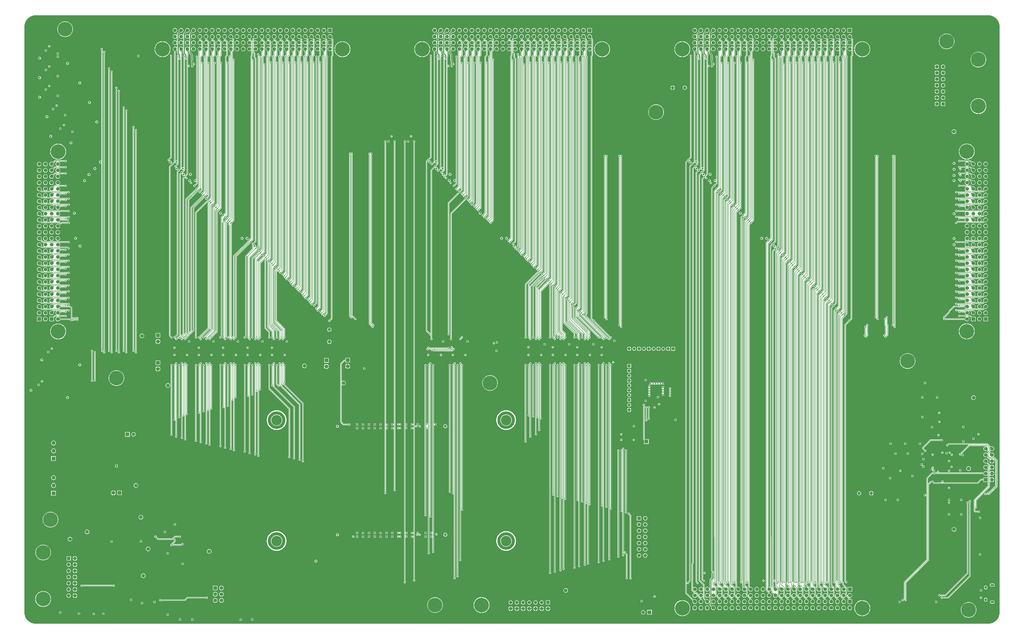
<source format=gbl>
G04*
G04 #@! TF.GenerationSoftware,Altium Limited,Altium Designer,20.0.13 (296)*
G04*
G04 Layer_Physical_Order=4*
G04 Layer_Color=16711680*
%FSLAX25Y25*%
%MOIN*%
G70*
G01*
G75*
%ADD12C,0.01500*%
%ADD26C,0.00800*%
%ADD50R,0.05906X0.05906*%
%ADD123C,0.05906*%
%ADD124C,0.06024*%
%ADD125R,0.06024X0.06024*%
%ADD126R,0.06319X0.06319*%
%ADD127C,0.06319*%
%ADD128C,0.05394*%
%ADD129R,0.05394X0.05394*%
%ADD130R,0.04799X0.04799*%
%ADD131C,0.04799*%
%ADD132C,0.05197*%
%ADD133R,0.06299X0.06299*%
%ADD134C,0.05504*%
%ADD135R,0.06299X0.06299*%
%ADD136C,0.23622*%
%ADD137C,0.17000*%
%ADD138C,0.03000*%
%ADD139C,0.04598*%
%ADD140O,0.06299X0.03543*%
%ADD141O,0.03740X0.04921*%
%ADD142C,0.06000*%
%ADD143R,0.06000X0.06000*%
%ADD144R,0.05906X0.05906*%
%ADD145R,0.05394X0.05394*%
%ADD146R,0.04799X0.04799*%
%ADD147R,0.06000X0.06000*%
%ADD148C,0.02000*%
%ADD149C,0.01100*%
G36*
X1557529Y982883D02*
X1559900Y982411D01*
X1562188Y981635D01*
X1564355Y980566D01*
X1566364Y979223D01*
X1568181Y977630D01*
X1569774Y975813D01*
X1571117Y973804D01*
X1572186Y971636D01*
X1572962Y969348D01*
X1573434Y966978D01*
X1573589Y964616D01*
X1573579Y964567D01*
Y19685D01*
X1573589Y19636D01*
X1573434Y17274D01*
X1572962Y14904D01*
X1572186Y12615D01*
X1571117Y10448D01*
X1569774Y8439D01*
X1568181Y6622D01*
X1566364Y5029D01*
X1564355Y3686D01*
X1562188Y2617D01*
X1559900Y1841D01*
X1557529Y1369D01*
X1555167Y1214D01*
X1555118Y1224D01*
X19685D01*
X19636Y1214D01*
X17274Y1369D01*
X14904Y1841D01*
X12615Y2617D01*
X10448Y3686D01*
X8439Y5029D01*
X6622Y6622D01*
X5029Y8439D01*
X3686Y10448D01*
X2617Y12615D01*
X1841Y14904D01*
X1369Y17274D01*
X1214Y19636D01*
X1224Y19685D01*
Y964567D01*
X1214Y964616D01*
X1369Y966978D01*
X1841Y969348D01*
X2617Y971636D01*
X3686Y973804D01*
X5029Y975813D01*
X6622Y977630D01*
X8439Y979223D01*
X10448Y980566D01*
X12615Y981635D01*
X14904Y982411D01*
X17274Y982883D01*
X19636Y983037D01*
X19685Y983028D01*
X19685Y983028D01*
X1555118D01*
X1555167Y983037D01*
X1557529Y982883D01*
D02*
G37*
%LPC*%
G36*
X1335701Y962472D02*
X1328394D01*
Y955165D01*
X1335701D01*
Y962472D01*
D02*
G37*
G36*
X916252D02*
X908945D01*
Y955165D01*
X916252D01*
Y962472D01*
D02*
G37*
G36*
X497669D02*
X490362D01*
Y955165D01*
X497669D01*
Y962472D01*
D02*
G37*
G36*
X1322047Y962504D02*
X1321093Y962378D01*
X1320205Y962010D01*
X1319442Y961425D01*
X1318856Y960661D01*
X1318488Y959773D01*
X1318362Y958819D01*
X1318488Y957865D01*
X1318856Y956976D01*
X1319442Y956213D01*
X1320205Y955628D01*
X1321093Y955259D01*
X1322047Y955134D01*
X1323001Y955259D01*
X1323890Y955628D01*
X1324653Y956213D01*
X1325239Y956976D01*
X1325607Y957865D01*
X1325732Y958819D01*
X1325607Y959773D01*
X1325239Y960661D01*
X1324653Y961425D01*
X1323890Y962010D01*
X1323001Y962378D01*
X1322047Y962504D01*
D02*
G37*
G36*
X1312047D02*
X1311094Y962378D01*
X1310205Y962010D01*
X1309441Y961425D01*
X1308856Y960661D01*
X1308488Y959773D01*
X1308362Y958819D01*
X1308488Y957865D01*
X1308856Y956976D01*
X1309441Y956213D01*
X1310205Y955628D01*
X1311094Y955259D01*
X1312047Y955134D01*
X1313001Y955259D01*
X1313890Y955628D01*
X1314653Y956213D01*
X1315239Y956976D01*
X1315607Y957865D01*
X1315732Y958819D01*
X1315607Y959773D01*
X1315239Y960661D01*
X1314653Y961425D01*
X1313890Y962010D01*
X1313001Y962378D01*
X1312047Y962504D01*
D02*
G37*
G36*
X1302047D02*
X1301093Y962378D01*
X1300205Y962010D01*
X1299442Y961425D01*
X1298856Y960661D01*
X1298488Y959773D01*
X1298362Y958819D01*
X1298488Y957865D01*
X1298856Y956976D01*
X1299442Y956213D01*
X1300205Y955628D01*
X1301093Y955259D01*
X1302047Y955134D01*
X1303001Y955259D01*
X1303890Y955628D01*
X1304653Y956213D01*
X1305239Y956976D01*
X1305607Y957865D01*
X1305732Y958819D01*
X1305607Y959773D01*
X1305239Y960661D01*
X1304653Y961425D01*
X1303890Y962010D01*
X1303001Y962378D01*
X1302047Y962504D01*
D02*
G37*
G36*
X1292047D02*
X1291094Y962378D01*
X1290205Y962010D01*
X1289441Y961425D01*
X1288856Y960661D01*
X1288488Y959773D01*
X1288362Y958819D01*
X1288488Y957865D01*
X1288856Y956976D01*
X1289441Y956213D01*
X1290205Y955628D01*
X1291094Y955259D01*
X1292047Y955134D01*
X1293001Y955259D01*
X1293890Y955628D01*
X1294653Y956213D01*
X1295239Y956976D01*
X1295607Y957865D01*
X1295732Y958819D01*
X1295607Y959773D01*
X1295239Y960661D01*
X1294653Y961425D01*
X1293890Y962010D01*
X1293001Y962378D01*
X1292047Y962504D01*
D02*
G37*
G36*
X1282047D02*
X1281094Y962378D01*
X1280205Y962010D01*
X1279442Y961425D01*
X1278856Y960661D01*
X1278488Y959773D01*
X1278362Y958819D01*
X1278488Y957865D01*
X1278856Y956976D01*
X1279442Y956213D01*
X1280205Y955628D01*
X1281094Y955259D01*
X1282047Y955134D01*
X1283001Y955259D01*
X1283890Y955628D01*
X1284653Y956213D01*
X1285239Y956976D01*
X1285607Y957865D01*
X1285732Y958819D01*
X1285607Y959773D01*
X1285239Y960661D01*
X1284653Y961425D01*
X1283890Y962010D01*
X1283001Y962378D01*
X1282047Y962504D01*
D02*
G37*
G36*
X1272047D02*
X1271093Y962378D01*
X1270205Y962010D01*
X1269442Y961425D01*
X1268856Y960661D01*
X1268488Y959773D01*
X1268362Y958819D01*
X1268488Y957865D01*
X1268856Y956976D01*
X1269442Y956213D01*
X1270205Y955628D01*
X1271093Y955259D01*
X1272047Y955134D01*
X1273001Y955259D01*
X1273890Y955628D01*
X1274653Y956213D01*
X1275239Y956976D01*
X1275607Y957865D01*
X1275732Y958819D01*
X1275607Y959773D01*
X1275239Y960661D01*
X1274653Y961425D01*
X1273890Y962010D01*
X1273001Y962378D01*
X1272047Y962504D01*
D02*
G37*
G36*
X1262047D02*
X1261094Y962378D01*
X1260205Y962010D01*
X1259441Y961425D01*
X1258856Y960661D01*
X1258488Y959773D01*
X1258362Y958819D01*
X1258488Y957865D01*
X1258856Y956976D01*
X1259441Y956213D01*
X1260205Y955628D01*
X1261094Y955259D01*
X1262047Y955134D01*
X1263001Y955259D01*
X1263890Y955628D01*
X1264653Y956213D01*
X1265239Y956976D01*
X1265607Y957865D01*
X1265732Y958819D01*
X1265607Y959773D01*
X1265239Y960661D01*
X1264653Y961425D01*
X1263890Y962010D01*
X1263001Y962378D01*
X1262047Y962504D01*
D02*
G37*
G36*
X1251949D02*
X1250995Y962378D01*
X1250106Y962010D01*
X1249343Y961425D01*
X1248757Y960661D01*
X1248389Y959773D01*
X1248264Y958819D01*
X1248389Y957865D01*
X1248757Y956976D01*
X1249343Y956213D01*
X1250106Y955628D01*
X1250995Y955259D01*
X1251949Y955134D01*
X1252903Y955259D01*
X1253791Y955628D01*
X1254555Y956213D01*
X1255140Y956976D01*
X1255508Y957865D01*
X1255634Y958819D01*
X1255508Y959773D01*
X1255140Y960661D01*
X1254555Y961425D01*
X1253791Y962010D01*
X1252903Y962378D01*
X1251949Y962504D01*
D02*
G37*
G36*
X1242047D02*
X1241094Y962378D01*
X1240205Y962010D01*
X1239441Y961425D01*
X1238856Y960661D01*
X1238488Y959773D01*
X1238362Y958819D01*
X1238488Y957865D01*
X1238856Y956976D01*
X1239441Y956213D01*
X1240205Y955628D01*
X1241094Y955259D01*
X1242047Y955134D01*
X1243001Y955259D01*
X1243890Y955628D01*
X1244653Y956213D01*
X1245239Y956976D01*
X1245607Y957865D01*
X1245732Y958819D01*
X1245607Y959773D01*
X1245239Y960661D01*
X1244653Y961425D01*
X1243890Y962010D01*
X1243001Y962378D01*
X1242047Y962504D01*
D02*
G37*
G36*
X1232047D02*
X1231094Y962378D01*
X1230205Y962010D01*
X1229442Y961425D01*
X1228856Y960661D01*
X1228488Y959773D01*
X1228362Y958819D01*
X1228488Y957865D01*
X1228856Y956976D01*
X1229442Y956213D01*
X1230205Y955628D01*
X1231094Y955259D01*
X1232047Y955134D01*
X1233001Y955259D01*
X1233890Y955628D01*
X1234653Y956213D01*
X1235239Y956976D01*
X1235607Y957865D01*
X1235732Y958819D01*
X1235607Y959773D01*
X1235239Y960661D01*
X1234653Y961425D01*
X1233890Y962010D01*
X1233001Y962378D01*
X1232047Y962504D01*
D02*
G37*
G36*
X1222047D02*
X1221093Y962378D01*
X1220205Y962010D01*
X1219442Y961425D01*
X1218856Y960661D01*
X1218488Y959773D01*
X1218362Y958819D01*
X1218488Y957865D01*
X1218856Y956976D01*
X1219442Y956213D01*
X1220205Y955628D01*
X1221093Y955259D01*
X1222047Y955134D01*
X1223001Y955259D01*
X1223890Y955628D01*
X1224653Y956213D01*
X1225239Y956976D01*
X1225607Y957865D01*
X1225732Y958819D01*
X1225607Y959773D01*
X1225239Y960661D01*
X1224653Y961425D01*
X1223890Y962010D01*
X1223001Y962378D01*
X1222047Y962504D01*
D02*
G37*
G36*
X1212047D02*
X1211094Y962378D01*
X1210205Y962010D01*
X1209441Y961425D01*
X1208856Y960661D01*
X1208488Y959773D01*
X1208362Y958819D01*
X1208488Y957865D01*
X1208856Y956976D01*
X1209441Y956213D01*
X1210205Y955628D01*
X1211094Y955259D01*
X1212047Y955134D01*
X1213001Y955259D01*
X1213890Y955628D01*
X1214653Y956213D01*
X1215239Y956976D01*
X1215607Y957865D01*
X1215732Y958819D01*
X1215607Y959773D01*
X1215239Y960661D01*
X1214653Y961425D01*
X1213890Y962010D01*
X1213001Y962378D01*
X1212047Y962504D01*
D02*
G37*
G36*
X1202047D02*
X1201093Y962378D01*
X1200205Y962010D01*
X1199442Y961425D01*
X1198856Y960661D01*
X1198488Y959773D01*
X1198362Y958819D01*
X1198488Y957865D01*
X1198856Y956976D01*
X1199442Y956213D01*
X1200205Y955628D01*
X1201093Y955259D01*
X1202047Y955134D01*
X1203001Y955259D01*
X1203890Y955628D01*
X1204653Y956213D01*
X1205239Y956976D01*
X1205607Y957865D01*
X1205732Y958819D01*
X1205607Y959773D01*
X1205239Y960661D01*
X1204653Y961425D01*
X1203890Y962010D01*
X1203001Y962378D01*
X1202047Y962504D01*
D02*
G37*
G36*
X1192047D02*
X1191094Y962378D01*
X1190205Y962010D01*
X1189441Y961425D01*
X1188856Y960661D01*
X1188488Y959773D01*
X1188362Y958819D01*
X1188488Y957865D01*
X1188856Y956976D01*
X1189441Y956213D01*
X1190205Y955628D01*
X1191094Y955259D01*
X1192047Y955134D01*
X1193001Y955259D01*
X1193890Y955628D01*
X1194653Y956213D01*
X1195239Y956976D01*
X1195607Y957865D01*
X1195732Y958819D01*
X1195607Y959773D01*
X1195239Y960661D01*
X1194653Y961425D01*
X1193890Y962010D01*
X1193001Y962378D01*
X1192047Y962504D01*
D02*
G37*
G36*
X1182047D02*
X1181094Y962378D01*
X1180205Y962010D01*
X1179442Y961425D01*
X1178856Y960661D01*
X1178488Y959773D01*
X1178362Y958819D01*
X1178488Y957865D01*
X1178856Y956976D01*
X1179442Y956213D01*
X1180205Y955628D01*
X1181094Y955259D01*
X1182047Y955134D01*
X1183001Y955259D01*
X1183890Y955628D01*
X1184653Y956213D01*
X1185239Y956976D01*
X1185607Y957865D01*
X1185732Y958819D01*
X1185607Y959773D01*
X1185239Y960661D01*
X1184653Y961425D01*
X1183890Y962010D01*
X1183001Y962378D01*
X1182047Y962504D01*
D02*
G37*
G36*
X1172047D02*
X1171093Y962378D01*
X1170205Y962010D01*
X1169442Y961425D01*
X1168856Y960661D01*
X1168488Y959773D01*
X1168362Y958819D01*
X1168488Y957865D01*
X1168856Y956976D01*
X1169442Y956213D01*
X1170205Y955628D01*
X1171093Y955259D01*
X1172047Y955134D01*
X1173001Y955259D01*
X1173890Y955628D01*
X1174653Y956213D01*
X1175239Y956976D01*
X1175607Y957865D01*
X1175732Y958819D01*
X1175607Y959773D01*
X1175239Y960661D01*
X1174653Y961425D01*
X1173890Y962010D01*
X1173001Y962378D01*
X1172047Y962504D01*
D02*
G37*
G36*
X1162047D02*
X1161094Y962378D01*
X1160205Y962010D01*
X1159441Y961425D01*
X1158856Y960661D01*
X1158488Y959773D01*
X1158362Y958819D01*
X1158488Y957865D01*
X1158856Y956976D01*
X1159441Y956213D01*
X1160205Y955628D01*
X1161094Y955259D01*
X1162047Y955134D01*
X1163001Y955259D01*
X1163890Y955628D01*
X1164653Y956213D01*
X1165239Y956976D01*
X1165607Y957865D01*
X1165732Y958819D01*
X1165607Y959773D01*
X1165239Y960661D01*
X1164653Y961425D01*
X1163890Y962010D01*
X1163001Y962378D01*
X1162047Y962504D01*
D02*
G37*
G36*
X1152047D02*
X1151093Y962378D01*
X1150205Y962010D01*
X1149442Y961425D01*
X1148856Y960661D01*
X1148488Y959773D01*
X1148362Y958819D01*
X1148488Y957865D01*
X1148856Y956976D01*
X1149442Y956213D01*
X1150205Y955628D01*
X1151093Y955259D01*
X1152047Y955134D01*
X1153001Y955259D01*
X1153890Y955628D01*
X1154653Y956213D01*
X1155239Y956976D01*
X1155607Y957865D01*
X1155732Y958819D01*
X1155607Y959773D01*
X1155239Y960661D01*
X1154653Y961425D01*
X1153890Y962010D01*
X1153001Y962378D01*
X1152047Y962504D01*
D02*
G37*
G36*
X1142047D02*
X1141094Y962378D01*
X1140205Y962010D01*
X1139441Y961425D01*
X1138856Y960661D01*
X1138488Y959773D01*
X1138362Y958819D01*
X1138488Y957865D01*
X1138856Y956976D01*
X1139441Y956213D01*
X1140205Y955628D01*
X1141094Y955259D01*
X1142047Y955134D01*
X1143001Y955259D01*
X1143890Y955628D01*
X1144653Y956213D01*
X1145239Y956976D01*
X1145607Y957865D01*
X1145732Y958819D01*
X1145607Y959773D01*
X1145239Y960661D01*
X1144653Y961425D01*
X1143890Y962010D01*
X1143001Y962378D01*
X1142047Y962504D01*
D02*
G37*
G36*
X1132047D02*
X1131094Y962378D01*
X1130205Y962010D01*
X1129442Y961425D01*
X1128856Y960661D01*
X1128488Y959773D01*
X1128362Y958819D01*
X1128488Y957865D01*
X1128856Y956976D01*
X1129442Y956213D01*
X1130205Y955628D01*
X1131094Y955259D01*
X1132047Y955134D01*
X1133001Y955259D01*
X1133890Y955628D01*
X1134653Y956213D01*
X1135239Y956976D01*
X1135607Y957865D01*
X1135732Y958819D01*
X1135607Y959773D01*
X1135239Y960661D01*
X1134653Y961425D01*
X1133890Y962010D01*
X1133001Y962378D01*
X1132047Y962504D01*
D02*
G37*
G36*
X1122047D02*
X1121093Y962378D01*
X1120205Y962010D01*
X1119442Y961425D01*
X1118856Y960661D01*
X1118488Y959773D01*
X1118362Y958819D01*
X1118488Y957865D01*
X1118856Y956976D01*
X1119442Y956213D01*
X1120205Y955628D01*
X1121093Y955259D01*
X1122047Y955134D01*
X1123001Y955259D01*
X1123890Y955628D01*
X1124653Y956213D01*
X1125239Y956976D01*
X1125607Y957865D01*
X1125732Y958819D01*
X1125607Y959773D01*
X1125239Y960661D01*
X1124653Y961425D01*
X1123890Y962010D01*
X1123001Y962378D01*
X1122047Y962504D01*
D02*
G37*
G36*
X1112047D02*
X1111094Y962378D01*
X1110205Y962010D01*
X1109441Y961425D01*
X1108856Y960661D01*
X1108488Y959773D01*
X1108362Y958819D01*
X1108379Y958694D01*
X1108375Y958459D01*
X1108355Y958160D01*
X1108320Y957884D01*
X1108271Y957632D01*
X1108209Y957404D01*
X1108136Y957199D01*
X1108051Y957016D01*
X1107957Y956854D01*
X1107870Y956734D01*
X1105784Y954648D01*
X1105464Y954168D01*
X1105351Y953602D01*
Y951336D01*
X1104851Y951167D01*
X1104653Y951425D01*
X1103890Y952010D01*
X1103001Y952378D01*
X1102047Y952504D01*
X1101093Y952378D01*
X1100205Y952010D01*
X1099442Y951425D01*
X1098856Y950661D01*
X1098810Y950550D01*
X1098310Y950649D01*
Y952989D01*
X1099962Y954642D01*
X1100082Y954729D01*
X1100244Y954823D01*
X1100427Y954907D01*
X1100632Y954981D01*
X1100860Y955043D01*
X1101112Y955092D01*
X1101388Y955127D01*
X1101688Y955147D01*
X1101922Y955150D01*
X1102047Y955134D01*
X1103001Y955259D01*
X1103890Y955628D01*
X1104653Y956213D01*
X1105239Y956976D01*
X1105607Y957865D01*
X1105732Y958819D01*
X1105607Y959773D01*
X1105239Y960661D01*
X1104653Y961425D01*
X1103890Y962010D01*
X1103001Y962378D01*
X1102047Y962504D01*
X1101093Y962378D01*
X1100205Y962010D01*
X1099442Y961425D01*
X1098856Y960661D01*
X1098488Y959773D01*
X1098362Y958819D01*
X1098379Y958694D01*
X1098375Y958459D01*
X1098355Y958160D01*
X1098320Y957884D01*
X1098271Y957632D01*
X1098209Y957404D01*
X1098136Y957199D01*
X1098051Y957016D01*
X1097957Y956854D01*
X1097870Y956734D01*
X1095784Y954648D01*
X1095464Y954168D01*
X1095351Y953602D01*
Y951336D01*
X1094851Y951167D01*
X1094653Y951425D01*
X1093890Y952010D01*
X1093001Y952378D01*
X1092047Y952504D01*
X1091094Y952378D01*
X1090205Y952010D01*
X1089441Y951425D01*
X1088856Y950661D01*
X1088809Y950550D01*
X1088309Y950649D01*
Y952989D01*
X1089962Y954642D01*
X1090082Y954729D01*
X1090244Y954823D01*
X1090427Y954907D01*
X1090632Y954981D01*
X1090860Y955043D01*
X1091113Y955092D01*
X1091388Y955127D01*
X1091688Y955147D01*
X1091922Y955150D01*
X1092047Y955134D01*
X1093001Y955259D01*
X1093890Y955628D01*
X1094653Y956213D01*
X1095239Y956976D01*
X1095607Y957865D01*
X1095732Y958819D01*
X1095607Y959773D01*
X1095239Y960661D01*
X1094653Y961425D01*
X1093890Y962010D01*
X1093001Y962378D01*
X1092047Y962504D01*
X1091094Y962378D01*
X1090205Y962010D01*
X1089441Y961425D01*
X1088856Y960661D01*
X1088488Y959773D01*
X1088362Y958819D01*
X1088379Y958694D01*
X1088375Y958459D01*
X1088355Y958160D01*
X1088320Y957884D01*
X1088271Y957632D01*
X1088209Y957404D01*
X1088136Y957199D01*
X1088051Y957016D01*
X1087957Y956854D01*
X1087870Y956734D01*
X1085784Y954648D01*
X1085464Y954168D01*
X1085351Y953602D01*
Y951336D01*
X1084851Y951167D01*
X1084653Y951425D01*
X1083890Y952010D01*
X1083001Y952378D01*
X1082047Y952504D01*
X1081094Y952378D01*
X1080205Y952010D01*
X1079442Y951425D01*
X1078856Y950661D01*
X1078488Y949773D01*
X1078362Y948819D01*
X1078488Y947865D01*
X1078856Y946976D01*
X1079442Y946213D01*
X1080205Y945627D01*
X1081094Y945259D01*
X1082047Y945134D01*
X1083001Y945259D01*
X1083890Y945627D01*
X1084653Y946213D01*
X1084851Y946471D01*
X1085351Y946302D01*
Y941336D01*
X1084851Y941166D01*
X1084653Y941425D01*
X1083890Y942010D01*
X1083001Y942378D01*
X1082047Y942504D01*
X1081094Y942378D01*
X1080205Y942010D01*
X1079442Y941425D01*
X1078856Y940661D01*
X1078488Y939773D01*
X1078362Y938819D01*
X1078488Y937865D01*
X1078856Y936976D01*
X1079442Y936213D01*
X1080205Y935627D01*
X1081094Y935259D01*
X1082047Y935134D01*
X1083001Y935259D01*
X1083890Y935627D01*
X1084653Y936213D01*
X1084851Y936471D01*
X1085351Y936302D01*
Y931336D01*
X1084851Y931166D01*
X1084653Y931425D01*
X1083890Y932010D01*
X1083001Y932378D01*
X1082047Y932504D01*
X1081094Y932378D01*
X1080205Y932010D01*
X1079442Y931425D01*
X1078856Y930661D01*
X1078488Y929773D01*
X1078362Y928819D01*
X1078488Y927865D01*
X1078856Y926976D01*
X1079115Y926639D01*
X1079142Y926581D01*
X1079687Y925848D01*
X1079898Y925538D01*
X1080243Y924969D01*
X1080360Y924743D01*
X1080447Y924544D01*
X1080502Y924384D01*
X1080528Y924269D01*
X1080529Y924263D01*
X1080529Y747315D01*
X1077914Y744701D01*
X1077888Y744682D01*
X1077858Y744664D01*
X1077833Y744651D01*
X1077810Y744642D01*
X1077790Y744636D01*
X1077782Y744634D01*
X1077714Y744648D01*
X1077050Y744516D01*
X1076488Y744140D01*
X1076112Y743577D01*
X1075980Y742913D01*
X1075994Y742845D01*
X1075992Y742837D01*
X1075986Y742817D01*
X1075977Y742795D01*
X1075964Y742769D01*
X1075946Y742740D01*
X1075927Y742713D01*
X1073478Y740265D01*
X1073235Y739901D01*
X1073150Y739471D01*
X1073149Y141732D01*
Y70800D01*
X1071066Y68717D01*
X1071040Y68698D01*
X1071010Y68680D01*
X1070985Y68667D01*
X1070962Y68658D01*
X1070942Y68651D01*
X1070934Y68650D01*
X1070866Y68663D01*
X1070203Y68531D01*
X1069640Y68155D01*
X1069546Y68015D01*
X1069046Y68167D01*
Y141732D01*
X1069046Y745355D01*
X1071661Y747969D01*
X1071687Y747988D01*
X1071716Y748006D01*
X1071742Y748019D01*
X1071764Y748028D01*
X1071785Y748034D01*
X1071793Y748036D01*
X1071861Y748022D01*
X1072349Y748119D01*
X1072666Y747693D01*
X1072305Y747153D01*
X1072134Y746295D01*
X1072305Y745436D01*
X1072791Y744708D01*
X1073519Y744222D01*
X1074378Y744051D01*
X1075237Y744222D01*
X1075965Y744708D01*
X1076451Y745436D01*
X1076622Y746295D01*
X1076451Y747153D01*
X1075965Y747881D01*
X1075237Y748368D01*
X1074378Y748539D01*
X1073589Y748382D01*
X1073412Y748540D01*
X1073258Y748787D01*
X1073463Y749093D01*
X1073595Y749756D01*
X1073581Y749825D01*
X1073583Y749832D01*
X1073589Y749853D01*
X1073598Y749875D01*
X1073611Y749901D01*
X1073629Y749930D01*
X1073648Y749957D01*
X1076591Y752900D01*
X1076835Y753264D01*
X1076920Y753693D01*
X1076920Y916227D01*
X1076925Y916259D01*
X1076933Y916293D01*
X1076942Y916320D01*
X1076952Y916343D01*
X1076962Y916361D01*
X1076966Y916368D01*
X1077024Y916406D01*
X1077400Y916969D01*
X1077532Y917633D01*
X1077400Y918296D01*
X1077024Y918859D01*
X1076461Y919235D01*
X1075798Y919367D01*
X1075134Y919235D01*
X1074572Y918859D01*
X1074196Y918296D01*
X1074064Y917633D01*
X1074196Y916969D01*
X1074572Y916406D01*
X1074629Y916368D01*
X1074634Y916361D01*
X1074644Y916343D01*
X1074653Y916320D01*
X1074662Y916293D01*
X1074670Y916259D01*
X1074675Y916227D01*
X1074675Y754158D01*
X1072061Y751544D01*
X1072034Y751525D01*
X1072005Y751507D01*
X1071979Y751494D01*
X1071957Y751485D01*
X1071937Y751479D01*
X1071929Y751477D01*
X1071861Y751490D01*
X1071197Y751359D01*
X1070634Y750983D01*
X1070259Y750420D01*
X1070127Y749756D01*
X1070140Y749688D01*
X1070138Y749680D01*
X1070132Y749660D01*
X1070123Y749638D01*
X1070110Y749612D01*
X1070092Y749583D01*
X1070073Y749556D01*
X1067130Y746613D01*
X1066887Y746249D01*
X1066801Y745819D01*
X1066801Y141732D01*
Y51177D01*
X1066887Y50747D01*
X1067130Y50383D01*
X1078088Y39425D01*
X1078102Y39408D01*
X1078166Y39306D01*
X1078232Y39160D01*
X1078297Y38971D01*
X1078356Y38738D01*
X1078407Y38464D01*
X1078445Y38157D01*
X1078489Y37399D01*
X1078491Y37074D01*
X1078474Y36942D01*
X1078599Y35988D01*
X1078967Y35099D01*
X1079553Y34336D01*
X1080316Y33750D01*
X1081205Y33382D01*
X1082159Y33257D01*
X1083113Y33382D01*
X1084001Y33750D01*
X1084764Y34336D01*
X1085350Y35099D01*
X1085718Y35988D01*
X1085844Y36942D01*
X1085718Y37896D01*
X1085350Y38784D01*
X1084764Y39548D01*
X1084001Y40133D01*
X1083113Y40501D01*
X1082159Y40627D01*
X1082026Y40609D01*
X1081702Y40611D01*
X1080943Y40655D01*
X1080637Y40694D01*
X1080362Y40744D01*
X1080130Y40803D01*
X1079940Y40868D01*
X1079795Y40935D01*
X1079692Y40998D01*
X1079675Y41012D01*
X1069046Y51642D01*
Y65692D01*
X1069546Y65843D01*
X1069640Y65703D01*
X1070203Y65327D01*
X1070866Y65195D01*
X1071530Y65327D01*
X1072092Y65703D01*
X1072468Y66265D01*
X1072600Y66929D01*
X1072587Y66997D01*
X1072588Y67005D01*
X1072595Y67025D01*
X1072604Y67048D01*
X1072617Y67073D01*
X1072635Y67103D01*
X1072654Y67129D01*
X1075066Y69541D01*
X1075309Y69905D01*
X1075394Y70335D01*
Y141732D01*
X1075394Y739006D01*
X1077514Y741126D01*
X1077540Y741145D01*
X1077570Y741163D01*
X1077596Y741176D01*
X1077618Y741185D01*
X1077638Y741191D01*
X1077646Y741193D01*
X1077714Y741179D01*
X1078378Y741311D01*
X1078940Y741687D01*
X1079316Y742250D01*
X1079448Y742913D01*
X1079435Y742982D01*
X1079436Y742989D01*
X1079443Y743010D01*
X1079452Y743032D01*
X1079465Y743058D01*
X1079483Y743087D01*
X1079502Y743114D01*
X1081727Y745339D01*
X1082320Y745225D01*
X1082665Y744708D01*
X1083393Y744222D01*
X1084252Y744051D01*
X1085111Y744222D01*
X1085139Y744241D01*
X1085618Y744002D01*
X1085652Y743649D01*
X1083116Y741113D01*
X1083089Y741094D01*
X1083060Y741076D01*
X1083034Y741063D01*
X1083012Y741054D01*
X1082992Y741048D01*
X1082984Y741046D01*
X1082916Y741060D01*
X1082252Y740928D01*
X1081689Y740552D01*
X1081314Y739989D01*
X1081182Y739325D01*
X1081195Y739257D01*
X1081194Y739250D01*
X1081187Y739229D01*
X1081178Y739207D01*
X1081165Y739181D01*
X1081147Y739152D01*
X1081128Y739125D01*
X1078185Y736182D01*
X1077942Y735818D01*
X1077856Y735388D01*
X1077856Y141732D01*
Y99399D01*
X1077312Y98854D01*
X1077068Y98490D01*
X1076983Y98061D01*
Y55263D01*
X1077068Y54833D01*
X1077312Y54469D01*
X1080875Y50906D01*
X1080758Y50316D01*
X1080316Y50133D01*
X1079553Y49547D01*
X1078967Y48784D01*
X1078599Y47896D01*
X1078474Y46942D01*
X1078599Y45988D01*
X1078967Y45099D01*
X1079553Y44336D01*
X1080316Y43750D01*
X1081205Y43382D01*
X1082159Y43257D01*
X1083113Y43382D01*
X1084001Y43750D01*
X1084764Y44336D01*
X1085350Y45099D01*
X1085533Y45541D01*
X1086123Y45658D01*
X1090967Y40814D01*
X1090937Y40743D01*
X1090875Y40635D01*
X1090795Y40526D01*
X1090695Y40415D01*
X1090572Y40302D01*
X1090425Y40189D01*
X1090383Y40161D01*
X1090316Y40133D01*
X1089553Y39548D01*
X1088967Y38784D01*
X1088599Y37896D01*
X1088474Y36942D01*
X1088599Y35988D01*
X1088967Y35099D01*
X1089553Y34336D01*
X1090316Y33750D01*
X1091205Y33382D01*
X1092159Y33257D01*
X1093112Y33382D01*
X1094001Y33750D01*
X1094764Y34336D01*
X1095350Y35099D01*
X1095718Y35988D01*
X1095844Y36942D01*
X1095718Y37896D01*
X1095350Y38784D01*
X1094764Y39548D01*
X1094001Y40133D01*
X1093935Y40161D01*
X1093892Y40189D01*
X1093745Y40302D01*
X1093622Y40415D01*
X1093522Y40526D01*
X1093442Y40635D01*
X1093381Y40743D01*
X1093334Y40851D01*
X1093301Y40963D01*
X1093281Y41082D01*
X1093281Y41085D01*
Y41209D01*
X1093196Y41639D01*
X1092952Y42003D01*
X1092183Y42772D01*
X1092377Y43285D01*
X1093112Y43382D01*
X1094001Y43750D01*
X1094764Y44336D01*
X1095166Y44859D01*
X1095666Y44689D01*
Y42312D01*
X1095751Y41883D01*
X1095994Y41519D01*
X1098088Y39425D01*
X1098102Y39408D01*
X1098166Y39306D01*
X1098232Y39160D01*
X1098297Y38971D01*
X1098356Y38738D01*
X1098407Y38464D01*
X1098445Y38157D01*
X1098489Y37399D01*
X1098491Y37074D01*
X1098474Y36942D01*
X1098599Y35988D01*
X1098967Y35099D01*
X1099553Y34336D01*
X1100316Y33750D01*
X1101205Y33382D01*
X1102159Y33257D01*
X1103113Y33382D01*
X1104001Y33750D01*
X1104764Y34336D01*
X1105350Y35099D01*
X1105718Y35988D01*
X1105776Y36426D01*
X1106276Y36394D01*
Y31345D01*
X1106388Y30779D01*
X1106709Y30299D01*
X1107981Y29027D01*
X1108068Y28907D01*
X1108163Y28745D01*
X1108247Y28562D01*
X1108321Y28357D01*
X1108383Y28129D01*
X1108432Y27876D01*
X1108467Y27601D01*
X1108487Y27301D01*
X1108490Y27067D01*
X1108474Y26942D01*
X1108599Y25988D01*
X1108967Y25099D01*
X1109553Y24336D01*
X1110316Y23750D01*
X1111205Y23382D01*
X1112159Y23257D01*
X1113113Y23382D01*
X1114001Y23750D01*
X1114764Y24336D01*
X1115350Y25099D01*
X1115718Y25988D01*
X1115844Y26942D01*
X1115718Y27896D01*
X1115350Y28784D01*
X1114764Y29548D01*
X1114001Y30133D01*
X1113113Y30501D01*
X1112159Y30627D01*
X1112033Y30610D01*
X1111799Y30614D01*
X1111500Y30634D01*
X1111224Y30669D01*
X1110972Y30718D01*
X1110744Y30780D01*
X1110538Y30853D01*
X1110356Y30938D01*
X1110193Y31032D01*
X1110073Y31119D01*
X1109234Y31958D01*
Y33964D01*
X1109734Y34197D01*
X1110316Y33750D01*
X1111205Y33382D01*
X1112159Y33257D01*
X1113113Y33382D01*
X1114001Y33750D01*
X1114764Y34336D01*
X1115350Y35099D01*
X1115718Y35988D01*
X1115844Y36942D01*
X1115718Y37896D01*
X1115350Y38784D01*
X1114764Y39548D01*
X1114001Y40133D01*
X1113113Y40501D01*
X1112159Y40627D01*
X1111205Y40501D01*
X1110316Y40133D01*
X1109734Y39687D01*
X1109234Y39919D01*
Y43964D01*
X1109734Y44197D01*
X1110316Y43750D01*
X1111205Y43382D01*
X1112159Y43257D01*
X1113113Y43382D01*
X1114001Y43750D01*
X1114764Y44336D01*
X1115350Y45099D01*
X1115533Y45541D01*
X1116123Y45658D01*
X1120967Y40814D01*
X1120937Y40743D01*
X1120875Y40635D01*
X1120795Y40526D01*
X1120695Y40415D01*
X1120572Y40302D01*
X1120425Y40189D01*
X1120383Y40161D01*
X1120316Y40133D01*
X1119553Y39548D01*
X1118967Y38784D01*
X1118599Y37896D01*
X1118474Y36942D01*
X1118599Y35988D01*
X1118967Y35099D01*
X1119553Y34336D01*
X1120316Y33750D01*
X1121205Y33382D01*
X1122159Y33257D01*
X1123112Y33382D01*
X1124001Y33750D01*
X1124764Y34336D01*
X1125350Y35099D01*
X1125718Y35988D01*
X1125844Y36942D01*
X1125718Y37896D01*
X1125350Y38784D01*
X1124764Y39548D01*
X1124001Y40133D01*
X1123935Y40161D01*
X1123892Y40189D01*
X1123745Y40302D01*
X1123622Y40415D01*
X1123522Y40526D01*
X1123442Y40635D01*
X1123381Y40743D01*
X1123334Y40851D01*
X1123301Y40963D01*
X1123281Y41082D01*
X1123281Y41085D01*
Y41209D01*
X1123196Y41639D01*
X1122952Y42003D01*
X1122183Y42772D01*
X1122377Y43285D01*
X1123112Y43382D01*
X1124001Y43750D01*
X1124764Y44336D01*
X1125350Y45099D01*
X1125533Y45541D01*
X1126123Y45658D01*
X1130967Y40814D01*
X1130937Y40743D01*
X1130875Y40635D01*
X1130795Y40526D01*
X1130695Y40415D01*
X1130572Y40302D01*
X1130425Y40189D01*
X1130383Y40161D01*
X1130316Y40133D01*
X1129553Y39548D01*
X1128967Y38784D01*
X1128599Y37896D01*
X1128474Y36942D01*
X1128599Y35988D01*
X1128967Y35099D01*
X1129553Y34336D01*
X1130316Y33750D01*
X1131205Y33382D01*
X1132159Y33257D01*
X1133113Y33382D01*
X1134001Y33750D01*
X1134764Y34336D01*
X1135350Y35099D01*
X1135718Y35988D01*
X1135844Y36942D01*
X1135718Y37896D01*
X1135350Y38784D01*
X1134764Y39548D01*
X1134001Y40133D01*
X1133935Y40161D01*
X1133892Y40189D01*
X1133745Y40302D01*
X1133622Y40415D01*
X1133522Y40526D01*
X1133442Y40635D01*
X1133381Y40743D01*
X1133334Y40851D01*
X1133301Y40963D01*
X1133281Y41082D01*
X1133281Y41085D01*
Y41209D01*
X1133196Y41639D01*
X1132952Y42003D01*
X1132183Y42772D01*
X1132377Y43285D01*
X1133113Y43382D01*
X1134001Y43750D01*
X1134764Y44336D01*
X1135350Y45099D01*
X1135533Y45541D01*
X1136123Y45658D01*
X1140967Y40814D01*
X1140937Y40743D01*
X1140875Y40635D01*
X1140795Y40526D01*
X1140695Y40415D01*
X1140572Y40302D01*
X1140425Y40189D01*
X1140383Y40161D01*
X1140316Y40133D01*
X1139553Y39548D01*
X1138967Y38784D01*
X1138599Y37896D01*
X1138474Y36942D01*
X1138599Y35988D01*
X1138967Y35099D01*
X1139553Y34336D01*
X1140316Y33750D01*
X1141205Y33382D01*
X1142159Y33257D01*
X1143112Y33382D01*
X1144001Y33750D01*
X1144764Y34336D01*
X1145350Y35099D01*
X1145718Y35988D01*
X1145844Y36942D01*
X1145718Y37896D01*
X1145350Y38784D01*
X1144764Y39548D01*
X1144001Y40133D01*
X1143935Y40161D01*
X1143892Y40189D01*
X1143745Y40302D01*
X1143622Y40415D01*
X1143522Y40526D01*
X1143442Y40635D01*
X1143381Y40743D01*
X1143334Y40851D01*
X1143301Y40963D01*
X1143281Y41082D01*
X1143281Y41085D01*
Y41209D01*
X1143196Y41639D01*
X1142952Y42003D01*
X1142183Y42772D01*
X1142377Y43285D01*
X1143112Y43382D01*
X1144001Y43750D01*
X1144764Y44336D01*
X1145350Y45099D01*
X1145533Y45541D01*
X1146123Y45658D01*
X1150967Y40814D01*
X1150937Y40743D01*
X1150875Y40635D01*
X1150795Y40526D01*
X1150695Y40415D01*
X1150572Y40302D01*
X1150425Y40189D01*
X1150383Y40161D01*
X1150316Y40133D01*
X1149553Y39548D01*
X1148967Y38784D01*
X1148599Y37896D01*
X1148474Y36942D01*
X1148599Y35988D01*
X1148967Y35099D01*
X1149553Y34336D01*
X1150316Y33750D01*
X1151205Y33382D01*
X1152159Y33257D01*
X1153113Y33382D01*
X1154001Y33750D01*
X1154764Y34336D01*
X1155350Y35099D01*
X1155718Y35988D01*
X1155844Y36942D01*
X1155718Y37896D01*
X1155350Y38784D01*
X1154764Y39548D01*
X1154001Y40133D01*
X1153935Y40161D01*
X1153892Y40189D01*
X1153745Y40302D01*
X1153622Y40415D01*
X1153522Y40526D01*
X1153442Y40635D01*
X1153381Y40743D01*
X1153334Y40851D01*
X1153301Y40963D01*
X1153281Y41082D01*
X1153281Y41085D01*
Y41209D01*
X1153196Y41639D01*
X1152952Y42003D01*
X1152183Y42772D01*
X1152377Y43285D01*
X1153113Y43382D01*
X1154001Y43750D01*
X1154764Y44336D01*
X1155350Y45099D01*
X1155718Y45988D01*
X1155844Y46942D01*
X1155718Y47896D01*
X1155350Y48784D01*
X1154764Y49547D01*
X1154001Y50133D01*
X1153113Y50501D01*
X1152159Y50627D01*
X1151205Y50501D01*
X1150316Y50133D01*
X1149553Y49547D01*
X1148967Y48784D01*
X1148599Y47896D01*
X1148502Y47160D01*
X1147989Y46966D01*
X1147335Y47620D01*
Y59828D01*
X1147249Y60258D01*
X1147006Y60622D01*
X1142172Y65455D01*
Y66275D01*
X1142570Y66421D01*
X1142672Y66441D01*
X1143218Y66076D01*
X1143882Y65944D01*
X1144545Y66076D01*
X1145108Y66452D01*
X1145252Y66668D01*
X1145539Y66985D01*
X1145893Y66795D01*
X1146128Y66638D01*
X1146791Y66506D01*
X1147455Y66638D01*
X1147511Y66676D01*
X1147952Y66440D01*
Y60026D01*
X1148038Y59596D01*
X1148281Y59232D01*
X1148361Y59152D01*
X1148371Y59141D01*
X1148443Y59038D01*
X1148503Y58925D01*
X1148552Y58799D01*
X1148590Y58657D01*
X1148615Y58497D01*
X1148626Y58316D01*
X1148622Y58115D01*
X1148601Y57901D01*
X1148599Y57895D01*
X1148593Y57846D01*
X1148557Y57631D01*
X1148559Y57586D01*
X1148552Y57537D01*
X1148547Y57514D01*
X1148548Y57509D01*
X1148474Y56942D01*
X1148599Y55988D01*
X1148967Y55099D01*
X1149553Y54336D01*
X1150316Y53750D01*
X1151205Y53382D01*
X1152159Y53257D01*
X1153113Y53382D01*
X1154001Y53750D01*
X1154764Y54336D01*
X1155350Y55099D01*
X1155718Y55988D01*
X1155844Y56942D01*
X1155718Y57895D01*
X1155350Y58784D01*
X1154764Y59548D01*
X1154001Y60133D01*
X1153113Y60501D01*
X1152159Y60627D01*
X1151591Y60552D01*
X1151587Y60553D01*
X1151563Y60548D01*
X1151514Y60542D01*
X1151470Y60543D01*
X1151255Y60508D01*
X1151205Y60501D01*
X1151200Y60499D01*
X1150985Y60478D01*
X1150784Y60474D01*
X1150604Y60486D01*
X1150443Y60511D01*
X1150301Y60549D01*
X1150197Y60589D01*
Y69120D01*
X1150111Y69550D01*
X1149868Y69914D01*
X1149842Y69940D01*
Y141732D01*
X1149842Y664558D01*
X1152021Y666737D01*
X1152048Y666756D01*
X1152077Y666774D01*
X1152103Y666787D01*
X1152125Y666796D01*
X1152145Y666803D01*
X1152153Y666804D01*
X1152221Y666791D01*
X1152885Y666923D01*
X1153447Y667299D01*
X1153823Y667861D01*
X1153955Y668525D01*
X1153942Y668593D01*
X1153943Y668601D01*
X1153950Y668621D01*
X1153959Y668643D01*
X1153972Y668669D01*
X1153990Y668698D01*
X1154009Y668725D01*
X1156952Y671668D01*
X1157195Y672032D01*
X1157281Y672462D01*
X1157281Y904877D01*
X1157286Y904909D01*
X1157294Y904943D01*
X1157303Y904970D01*
X1157312Y904992D01*
X1157322Y905011D01*
X1157327Y905017D01*
X1157384Y905056D01*
X1157760Y905619D01*
X1157892Y906282D01*
X1157760Y906946D01*
X1157384Y907509D01*
X1156822Y907885D01*
X1156158Y908016D01*
X1155629Y907911D01*
X1155129Y908196D01*
Y916010D01*
X1156894Y917775D01*
X1157138Y918139D01*
X1157223Y918569D01*
Y940498D01*
X1157223Y940498D01*
X1157138Y940927D01*
X1156894Y941292D01*
X1153239Y944947D01*
X1153269Y945018D01*
X1153331Y945126D01*
X1153411Y945235D01*
X1153511Y945346D01*
X1153634Y945459D01*
X1153781Y945572D01*
X1153823Y945600D01*
X1153890Y945627D01*
X1154653Y946213D01*
X1155239Y946976D01*
X1155607Y947865D01*
X1155732Y948819D01*
X1155607Y949773D01*
X1155239Y950661D01*
X1154653Y951425D01*
X1153890Y952010D01*
X1153001Y952378D01*
X1152047Y952504D01*
X1151093Y952378D01*
X1150205Y952010D01*
X1149442Y951425D01*
X1148856Y950661D01*
X1148488Y949773D01*
X1148362Y948819D01*
X1148488Y947865D01*
X1148856Y946976D01*
X1149442Y946213D01*
X1150205Y945627D01*
X1150271Y945600D01*
X1150314Y945572D01*
X1150461Y945459D01*
X1150584Y945346D01*
X1150684Y945235D01*
X1150764Y945126D01*
X1150825Y945018D01*
X1150872Y944909D01*
X1150904Y944798D01*
X1150925Y944679D01*
X1150925Y944675D01*
Y944551D01*
X1151010Y944122D01*
X1151254Y943758D01*
X1152023Y942989D01*
X1151829Y942475D01*
X1151093Y942378D01*
X1150205Y942010D01*
X1149442Y941425D01*
X1148856Y940661D01*
X1148488Y939773D01*
X1148362Y938819D01*
X1148488Y937865D01*
X1148856Y936976D01*
X1149442Y936213D01*
X1150205Y935627D01*
X1151093Y935259D01*
X1152047Y935134D01*
X1153001Y935259D01*
X1153890Y935627D01*
X1154478Y936079D01*
X1154978Y935853D01*
Y931785D01*
X1154478Y931559D01*
X1153890Y932010D01*
X1153001Y932378D01*
X1152047Y932504D01*
X1151093Y932378D01*
X1150205Y932010D01*
X1149442Y931425D01*
X1148856Y930661D01*
X1148488Y929773D01*
X1148362Y928819D01*
X1148488Y927865D01*
X1148856Y926976D01*
X1149442Y926213D01*
X1149555Y926126D01*
X1149800Y925883D01*
X1150307Y925322D01*
X1150496Y925081D01*
X1150655Y924854D01*
X1150778Y924649D01*
X1150866Y924470D01*
X1150921Y924321D01*
X1150949Y924204D01*
X1150951Y924181D01*
X1150951Y918250D01*
X1150451Y917942D01*
X1149973Y918037D01*
X1149309Y917905D01*
X1148746Y917529D01*
X1148370Y916967D01*
X1148238Y916303D01*
X1148370Y915639D01*
X1148746Y915077D01*
X1148804Y915038D01*
X1148809Y915032D01*
X1148818Y915013D01*
X1148828Y914991D01*
X1148837Y914963D01*
X1148845Y914930D01*
X1148850Y914898D01*
X1148850Y679783D01*
X1146236Y677169D01*
X1146209Y677150D01*
X1146180Y677132D01*
X1146154Y677119D01*
X1146132Y677110D01*
X1146111Y677104D01*
X1146104Y677102D01*
X1146035Y677116D01*
X1145372Y676984D01*
X1144809Y676608D01*
X1144433Y676045D01*
X1144301Y675382D01*
X1144315Y675313D01*
X1144313Y675306D01*
X1144307Y675285D01*
X1144298Y675263D01*
X1144285Y675237D01*
X1144267Y675208D01*
X1144248Y675181D01*
X1141330Y672263D01*
X1141086Y671899D01*
X1141001Y671469D01*
Y69340D01*
X1140629Y69014D01*
X1140210Y69219D01*
Y141732D01*
X1140210Y674190D01*
X1141882Y675862D01*
X1142005Y675838D01*
X1142668Y675970D01*
X1143231Y676346D01*
X1143607Y676908D01*
X1143739Y677572D01*
X1143725Y677640D01*
X1143727Y677648D01*
X1143733Y677668D01*
X1143742Y677691D01*
X1143755Y677716D01*
X1143773Y677745D01*
X1143792Y677772D01*
X1145912Y679891D01*
X1146155Y680256D01*
X1146241Y680685D01*
X1146241Y904291D01*
X1146605Y904364D01*
X1147168Y904739D01*
X1147544Y905302D01*
X1147676Y905966D01*
X1147544Y906629D01*
X1147168Y907192D01*
X1146605Y907568D01*
X1145942Y907700D01*
X1145278Y907568D01*
X1145170Y907496D01*
X1144670Y907763D01*
Y915551D01*
X1146894Y917775D01*
X1147138Y918139D01*
X1147223Y918569D01*
Y940498D01*
X1147223Y940498D01*
X1147138Y940927D01*
X1146894Y941292D01*
X1143239Y944947D01*
X1143269Y945018D01*
X1143331Y945126D01*
X1143411Y945235D01*
X1143511Y945346D01*
X1143634Y945459D01*
X1143781Y945572D01*
X1143823Y945600D01*
X1143890Y945627D01*
X1144653Y946213D01*
X1145239Y946976D01*
X1145607Y947865D01*
X1145732Y948819D01*
X1145607Y949773D01*
X1145239Y950661D01*
X1144653Y951425D01*
X1143890Y952010D01*
X1143001Y952378D01*
X1142047Y952504D01*
X1141094Y952378D01*
X1140205Y952010D01*
X1139441Y951425D01*
X1138856Y950661D01*
X1138488Y949773D01*
X1138362Y948819D01*
X1138488Y947865D01*
X1138856Y946976D01*
X1139441Y946213D01*
X1140205Y945627D01*
X1140271Y945600D01*
X1140314Y945572D01*
X1140461Y945459D01*
X1140584Y945346D01*
X1140684Y945235D01*
X1140763Y945126D01*
X1140825Y945018D01*
X1140872Y944909D01*
X1140905Y944798D01*
X1140925Y944679D01*
X1140925Y944675D01*
Y944551D01*
X1141010Y944122D01*
X1141254Y943758D01*
X1142023Y942989D01*
X1141829Y942475D01*
X1141094Y942378D01*
X1140205Y942010D01*
X1139441Y941425D01*
X1138856Y940661D01*
X1138488Y939773D01*
X1138362Y938819D01*
X1138488Y937865D01*
X1138856Y936976D01*
X1139441Y936213D01*
X1140205Y935627D01*
X1141094Y935259D01*
X1142047Y935134D01*
X1143001Y935259D01*
X1143890Y935627D01*
X1144478Y936079D01*
X1144978Y935853D01*
Y931785D01*
X1144478Y931559D01*
X1143890Y932010D01*
X1143001Y932378D01*
X1142047Y932504D01*
X1141094Y932378D01*
X1140205Y932010D01*
X1139441Y931425D01*
X1138856Y930661D01*
X1138488Y929773D01*
X1138362Y928819D01*
X1138488Y927865D01*
X1138856Y926976D01*
X1139441Y926213D01*
X1139547Y926132D01*
X1139776Y925901D01*
X1140281Y925334D01*
X1140471Y925089D01*
X1140629Y924860D01*
X1140752Y924654D01*
X1140840Y924474D01*
X1140895Y924323D01*
X1140923Y924207D01*
X1140925Y924185D01*
Y918047D01*
X1140425Y917746D01*
X1139931Y917844D01*
X1139268Y917712D01*
X1138705Y917336D01*
X1138329Y916774D01*
X1138197Y916110D01*
X1138329Y915446D01*
X1138705Y914884D01*
X1138763Y914845D01*
X1138767Y914838D01*
X1138777Y914820D01*
X1138786Y914797D01*
X1138795Y914770D01*
X1138803Y914737D01*
X1138809Y914705D01*
X1138809Y689431D01*
X1136194Y686817D01*
X1136168Y686798D01*
X1136138Y686780D01*
X1136113Y686767D01*
X1136090Y686758D01*
X1136070Y686752D01*
X1136062Y686750D01*
X1135994Y686764D01*
X1135330Y686632D01*
X1134768Y686256D01*
X1134392Y685693D01*
X1134260Y685030D01*
X1134274Y684961D01*
X1134272Y684953D01*
X1134266Y684933D01*
X1134257Y684911D01*
X1134244Y684885D01*
X1134226Y684856D01*
X1134207Y684829D01*
X1131560Y682183D01*
X1131317Y681819D01*
X1131231Y681389D01*
X1131231Y141732D01*
Y70038D01*
X1130857Y69730D01*
X1130407Y69916D01*
Y141732D01*
X1130407Y683993D01*
X1131854Y685440D01*
X1131880Y685459D01*
X1131910Y685477D01*
X1131936Y685490D01*
X1131958Y685499D01*
X1131978Y685506D01*
X1131986Y685507D01*
X1132054Y685494D01*
X1132718Y685626D01*
X1133280Y686002D01*
X1133656Y686564D01*
X1133788Y687228D01*
X1133775Y687296D01*
X1133776Y687304D01*
X1133783Y687324D01*
X1133792Y687346D01*
X1133805Y687372D01*
X1133823Y687401D01*
X1133842Y687428D01*
X1136785Y690371D01*
X1137028Y690735D01*
X1137113Y691165D01*
X1137113Y904558D01*
X1137119Y904591D01*
X1137127Y904624D01*
X1137136Y904651D01*
X1137145Y904674D01*
X1137155Y904692D01*
X1137160Y904699D01*
X1137217Y904738D01*
X1137593Y905300D01*
X1137725Y905964D01*
X1137593Y906627D01*
X1137217Y907190D01*
X1136655Y907566D01*
X1135991Y907698D01*
X1135449Y907590D01*
X1134949Y907868D01*
Y915829D01*
X1136894Y917775D01*
X1137138Y918139D01*
X1137223Y918569D01*
X1137223Y918569D01*
Y940498D01*
X1137223Y940498D01*
X1137138Y940927D01*
X1136894Y941292D01*
X1133239Y944947D01*
X1133269Y945018D01*
X1133331Y945126D01*
X1133411Y945235D01*
X1133511Y945346D01*
X1133634Y945459D01*
X1133781Y945572D01*
X1133823Y945600D01*
X1133890Y945627D01*
X1134653Y946213D01*
X1135239Y946976D01*
X1135607Y947865D01*
X1135732Y948819D01*
X1135607Y949773D01*
X1135239Y950661D01*
X1134653Y951425D01*
X1133890Y952010D01*
X1133001Y952378D01*
X1132047Y952504D01*
X1131094Y952378D01*
X1130205Y952010D01*
X1129442Y951425D01*
X1128856Y950661D01*
X1128488Y949773D01*
X1128362Y948819D01*
X1128488Y947865D01*
X1128856Y946976D01*
X1129442Y946213D01*
X1130205Y945627D01*
X1130271Y945600D01*
X1130314Y945572D01*
X1130461Y945459D01*
X1130584Y945346D01*
X1130684Y945235D01*
X1130764Y945126D01*
X1130825Y945018D01*
X1130872Y944909D01*
X1130904Y944798D01*
X1130925Y944679D01*
X1130925Y944675D01*
Y944551D01*
X1131010Y944122D01*
X1131254Y943758D01*
X1132023Y942989D01*
X1131829Y942475D01*
X1131094Y942378D01*
X1130205Y942010D01*
X1129442Y941425D01*
X1128856Y940661D01*
X1128488Y939773D01*
X1128362Y938819D01*
X1128488Y937865D01*
X1128856Y936976D01*
X1129442Y936213D01*
X1130205Y935627D01*
X1131094Y935259D01*
X1132047Y935134D01*
X1133001Y935259D01*
X1133890Y935627D01*
X1134478Y936079D01*
X1134978Y935853D01*
Y931785D01*
X1134478Y931559D01*
X1133890Y932010D01*
X1133001Y932378D01*
X1132047Y932504D01*
X1131094Y932378D01*
X1130205Y932010D01*
X1129442Y931425D01*
X1128856Y930661D01*
X1128488Y929773D01*
X1128362Y928819D01*
X1128488Y927865D01*
X1128856Y926976D01*
X1129442Y926213D01*
X1129547Y926132D01*
X1129776Y925901D01*
X1130281Y925334D01*
X1130470Y925089D01*
X1130629Y924860D01*
X1130752Y924654D01*
X1130840Y924474D01*
X1130895Y924323D01*
X1130923Y924207D01*
X1130925Y924185D01*
Y918101D01*
X1130817Y918044D01*
X1130425Y917886D01*
X1129833Y918004D01*
X1129169Y917872D01*
X1128607Y917496D01*
X1128231Y916934D01*
X1128099Y916270D01*
X1128231Y915606D01*
X1128607Y915044D01*
X1128665Y915005D01*
X1128669Y914999D01*
X1128679Y914980D01*
X1128688Y914958D01*
X1128697Y914930D01*
X1128705Y914897D01*
X1128711Y914865D01*
X1128711Y699530D01*
X1126096Y696915D01*
X1126070Y696896D01*
X1126040Y696878D01*
X1126015Y696865D01*
X1125992Y696856D01*
X1125972Y696850D01*
X1125964Y696848D01*
X1125896Y696862D01*
X1125232Y696730D01*
X1124670Y696354D01*
X1124294Y695791D01*
X1124162Y695128D01*
X1124175Y695059D01*
X1124174Y695052D01*
X1124168Y695031D01*
X1124158Y695009D01*
X1124145Y694983D01*
X1124127Y694954D01*
X1124108Y694928D01*
X1121462Y692281D01*
X1121219Y691917D01*
X1121133Y691487D01*
X1121133Y141732D01*
Y69936D01*
X1120697Y69499D01*
X1120197Y69706D01*
Y141732D01*
X1120197Y694204D01*
X1121644Y695650D01*
X1121670Y695670D01*
X1121700Y695687D01*
X1121725Y695700D01*
X1121748Y695710D01*
X1121768Y695716D01*
X1121776Y695717D01*
X1121844Y695704D01*
X1122508Y695836D01*
X1123070Y696212D01*
X1123446Y696774D01*
X1123578Y697438D01*
X1123565Y697506D01*
X1123566Y697514D01*
X1123572Y697534D01*
X1123582Y697557D01*
X1123594Y697582D01*
X1123612Y697612D01*
X1123631Y697638D01*
X1126575Y700581D01*
X1126818Y700945D01*
X1126903Y701375D01*
X1126903Y904343D01*
X1126909Y904375D01*
X1126917Y904409D01*
X1126926Y904436D01*
X1126935Y904458D01*
X1126945Y904477D01*
X1126949Y904484D01*
X1127007Y904522D01*
X1127383Y905085D01*
X1127515Y905748D01*
X1127383Y906412D01*
X1127007Y906975D01*
X1126445Y907351D01*
X1125781Y907483D01*
X1125117Y907351D01*
X1124837Y907164D01*
X1124337Y907431D01*
Y915218D01*
X1126894Y917775D01*
X1127138Y918139D01*
X1127223Y918569D01*
Y940498D01*
X1127223Y940498D01*
X1127138Y940927D01*
X1126894Y941292D01*
X1123239Y944947D01*
X1123269Y945018D01*
X1123331Y945126D01*
X1123411Y945235D01*
X1123511Y945346D01*
X1123634Y945459D01*
X1123781Y945572D01*
X1123823Y945600D01*
X1123890Y945627D01*
X1124653Y946213D01*
X1125239Y946976D01*
X1125607Y947865D01*
X1125732Y948819D01*
X1125607Y949773D01*
X1125239Y950661D01*
X1124653Y951425D01*
X1123890Y952010D01*
X1123001Y952378D01*
X1122047Y952504D01*
X1121093Y952378D01*
X1120205Y952010D01*
X1119442Y951425D01*
X1118856Y950661D01*
X1118488Y949773D01*
X1118362Y948819D01*
X1118488Y947865D01*
X1118856Y946976D01*
X1119442Y946213D01*
X1120205Y945627D01*
X1120271Y945600D01*
X1120314Y945572D01*
X1120461Y945459D01*
X1120584Y945346D01*
X1120684Y945235D01*
X1120763Y945126D01*
X1120825Y945018D01*
X1120872Y944909D01*
X1120905Y944798D01*
X1120925Y944679D01*
X1120925Y944675D01*
Y944551D01*
X1121010Y944122D01*
X1121254Y943758D01*
X1122023Y942989D01*
X1121829Y942475D01*
X1121093Y942378D01*
X1120205Y942010D01*
X1119442Y941425D01*
X1118856Y940661D01*
X1118488Y939773D01*
X1118362Y938819D01*
X1118488Y937865D01*
X1118856Y936976D01*
X1119442Y936213D01*
X1120205Y935627D01*
X1121093Y935259D01*
X1122047Y935134D01*
X1123001Y935259D01*
X1123890Y935627D01*
X1124478Y936079D01*
X1124978Y935853D01*
Y931785D01*
X1124478Y931559D01*
X1123890Y932010D01*
X1123001Y932378D01*
X1122047Y932504D01*
X1121093Y932378D01*
X1120205Y932010D01*
X1119442Y931425D01*
X1118856Y930661D01*
X1118488Y929773D01*
X1118362Y928819D01*
X1118488Y927865D01*
X1118856Y926976D01*
X1119442Y926213D01*
X1119776Y925957D01*
X1119744Y925797D01*
X1119744Y707315D01*
X1117130Y704701D01*
X1117103Y704682D01*
X1117074Y704664D01*
X1117048Y704651D01*
X1117026Y704642D01*
X1117006Y704636D01*
X1116998Y704634D01*
X1116930Y704647D01*
X1116266Y704516D01*
X1115703Y704140D01*
X1115327Y703577D01*
X1115195Y702913D01*
X1115209Y702845D01*
X1115207Y702837D01*
X1115201Y702817D01*
X1115192Y702795D01*
X1115179Y702769D01*
X1115161Y702740D01*
X1115142Y702713D01*
X1113086Y700657D01*
X1112843Y700293D01*
X1112757Y699863D01*
X1112757Y141732D01*
X1112843Y141303D01*
X1113086Y140939D01*
X1113237Y140787D01*
Y85245D01*
X1112775Y85053D01*
X1110722Y87106D01*
Y141732D01*
X1110722Y703679D01*
X1113040Y705996D01*
X1113066Y706015D01*
X1113096Y706033D01*
X1113121Y706046D01*
X1113144Y706055D01*
X1113164Y706061D01*
X1113172Y706063D01*
X1113240Y706049D01*
X1113904Y706181D01*
X1114466Y706557D01*
X1114842Y707120D01*
X1114974Y707784D01*
X1114960Y707852D01*
X1114962Y707860D01*
X1114968Y707880D01*
X1114977Y707902D01*
X1114991Y707928D01*
X1115008Y707957D01*
X1115028Y707984D01*
X1118366Y711322D01*
X1118609Y711686D01*
X1118695Y712116D01*
Y915185D01*
X1118652Y915399D01*
X1118779Y915590D01*
X1118911Y916253D01*
X1118779Y916917D01*
X1118403Y917480D01*
X1117841Y917855D01*
X1117177Y917987D01*
X1116513Y917855D01*
X1115951Y917480D01*
X1115575Y916917D01*
X1115443Y916253D01*
X1115575Y915590D01*
X1115951Y915027D01*
X1116450Y914694D01*
Y718631D01*
X1115950Y718363D01*
X1115583Y718609D01*
X1114724Y718779D01*
X1113865Y718609D01*
X1113138Y718122D01*
X1112651Y717394D01*
X1112480Y716535D01*
X1112651Y715677D01*
X1113138Y714949D01*
X1113865Y714462D01*
X1114724Y714291D01*
X1115583Y714462D01*
X1115950Y714708D01*
X1116450Y714440D01*
Y712581D01*
X1113440Y709571D01*
X1113414Y709552D01*
X1113384Y709534D01*
X1113359Y709521D01*
X1113336Y709512D01*
X1113316Y709506D01*
X1113308Y709504D01*
X1113240Y709518D01*
X1112576Y709386D01*
X1112014Y709010D01*
X1111638Y708447D01*
X1111506Y707784D01*
X1111519Y707715D01*
X1111518Y707708D01*
X1111512Y707687D01*
X1111502Y707665D01*
X1111489Y707639D01*
X1111472Y707610D01*
X1111452Y707583D01*
X1108806Y704937D01*
X1108563Y704573D01*
X1108477Y704143D01*
X1108477Y141732D01*
Y86642D01*
X1108563Y86212D01*
X1108806Y85848D01*
X1110073Y84581D01*
X1109937Y84009D01*
X1109532Y83738D01*
X1109156Y83176D01*
X1109024Y82512D01*
X1109156Y81849D01*
X1109279Y81665D01*
Y75938D01*
X1106709Y73368D01*
X1106388Y72888D01*
X1106276Y72322D01*
Y57490D01*
X1105776Y57457D01*
X1105718Y57895D01*
X1105350Y58784D01*
X1104764Y59548D01*
X1104001Y60133D01*
X1103113Y60501D01*
X1102159Y60627D01*
X1101205Y60501D01*
X1100316Y60133D01*
X1099553Y59548D01*
X1098967Y58784D01*
X1098599Y57895D01*
X1098474Y56942D01*
X1098599Y55988D01*
X1098967Y55099D01*
X1099553Y54336D01*
X1100316Y53750D01*
X1101205Y53382D01*
X1102159Y53257D01*
X1103113Y53382D01*
X1104001Y53750D01*
X1104764Y54336D01*
X1105350Y55099D01*
X1105718Y55988D01*
X1105776Y56427D01*
X1106276Y56394D01*
Y47490D01*
X1105776Y47457D01*
X1105718Y47896D01*
X1105350Y48784D01*
X1104764Y49547D01*
X1104001Y50133D01*
X1103113Y50501D01*
X1102159Y50627D01*
X1101205Y50501D01*
X1100316Y50133D01*
X1099553Y49547D01*
X1098967Y48784D01*
X1098599Y47896D01*
X1098474Y46942D01*
X1098599Y45988D01*
X1098967Y45099D01*
X1099553Y44336D01*
X1100316Y43750D01*
X1101205Y43382D01*
X1102159Y43257D01*
X1103113Y43382D01*
X1104001Y43750D01*
X1104764Y44336D01*
X1105350Y45099D01*
X1105718Y45988D01*
X1105776Y46426D01*
X1106276Y46394D01*
Y37490D01*
X1105776Y37457D01*
X1105718Y37896D01*
X1105350Y38784D01*
X1104764Y39548D01*
X1104001Y40133D01*
X1103113Y40501D01*
X1102159Y40627D01*
X1102026Y40609D01*
X1101702Y40611D01*
X1100944Y40655D01*
X1100636Y40694D01*
X1100362Y40744D01*
X1100130Y40803D01*
X1099940Y40868D01*
X1099794Y40935D01*
X1099692Y40998D01*
X1099675Y41012D01*
X1097910Y42777D01*
Y64056D01*
X1097825Y64486D01*
X1097582Y64850D01*
X1090425Y72006D01*
Y141732D01*
X1090425Y725217D01*
X1093040Y727831D01*
X1093066Y727850D01*
X1093096Y727868D01*
X1093121Y727881D01*
X1093144Y727890D01*
X1093164Y727896D01*
X1093172Y727898D01*
X1093240Y727884D01*
X1093751Y727986D01*
X1094081Y727579D01*
X1093814Y727180D01*
X1093643Y726321D01*
X1093814Y725462D01*
X1094300Y724734D01*
X1095028Y724248D01*
X1095887Y724077D01*
X1096205Y724140D01*
X1096506Y723690D01*
X1096430Y723577D01*
X1096298Y722913D01*
X1096312Y722845D01*
X1096310Y722837D01*
X1096304Y722817D01*
X1096295Y722795D01*
X1096282Y722769D01*
X1096264Y722740D01*
X1096245Y722713D01*
X1093637Y720106D01*
X1093394Y719742D01*
X1093309Y719312D01*
X1093309Y141732D01*
Y72893D01*
X1093394Y72463D01*
X1093637Y72099D01*
X1094957Y70780D01*
X1094976Y70753D01*
X1094994Y70724D01*
X1095007Y70698D01*
X1095016Y70676D01*
X1095022Y70655D01*
X1095024Y70648D01*
X1095010Y70579D01*
X1095142Y69916D01*
X1095518Y69353D01*
X1096081Y68977D01*
X1096744Y68845D01*
X1097408Y68977D01*
X1097971Y69353D01*
X1098347Y69916D01*
X1098479Y70579D01*
X1098347Y71243D01*
X1097971Y71806D01*
X1097408Y72182D01*
X1096744Y72314D01*
X1096676Y72300D01*
X1096668Y72302D01*
X1096648Y72308D01*
X1096626Y72317D01*
X1096600Y72330D01*
X1096571Y72348D01*
X1096544Y72367D01*
X1095553Y73358D01*
Y141732D01*
X1095553Y718847D01*
X1097832Y721126D01*
X1097859Y721145D01*
X1097888Y721163D01*
X1097914Y721176D01*
X1097936Y721185D01*
X1097956Y721191D01*
X1097964Y721193D01*
X1098032Y721179D01*
X1098619Y721296D01*
X1098818Y721113D01*
X1098954Y720892D01*
X1098824Y720236D01*
X1098956Y719573D01*
X1099332Y719010D01*
X1099895Y718634D01*
X1100558Y718502D01*
X1101222Y718634D01*
X1101784Y719010D01*
X1102160Y719573D01*
X1102292Y720236D01*
X1102160Y720900D01*
X1101784Y721463D01*
X1101222Y721839D01*
X1100558Y721971D01*
X1099971Y721854D01*
X1099773Y722036D01*
X1099636Y722258D01*
X1099767Y722913D01*
X1099753Y722982D01*
X1099755Y722989D01*
X1099761Y723010D01*
X1099770Y723032D01*
X1099783Y723058D01*
X1099801Y723087D01*
X1099820Y723114D01*
X1102763Y726057D01*
X1103006Y726421D01*
X1103092Y726850D01*
X1103092Y899547D01*
X1103592Y899814D01*
X1103819Y899662D01*
X1104483Y899531D01*
X1105146Y899662D01*
X1105709Y900038D01*
X1106085Y900601D01*
X1106217Y901265D01*
X1106085Y901928D01*
X1105709Y902491D01*
X1105146Y902867D01*
X1104483Y902999D01*
X1103819Y902867D01*
X1103592Y902715D01*
X1103092Y902982D01*
Y916116D01*
X1103335Y916359D01*
X1103578Y916723D01*
X1103664Y917153D01*
Y924291D01*
X1103664Y924292D01*
X1103690Y924405D01*
X1103744Y924567D01*
X1103831Y924770D01*
X1103941Y924992D01*
X1104749Y926290D01*
X1104851Y926434D01*
X1105351Y926274D01*
Y921633D01*
X1105464Y921067D01*
X1105784Y920587D01*
X1107812Y918559D01*
Y910174D01*
X1107925Y909608D01*
X1108245Y909128D01*
X1108435Y908939D01*
Y901895D01*
X1108312Y901711D01*
X1108180Y901047D01*
X1108312Y900383D01*
X1108688Y899821D01*
X1109251Y899445D01*
X1109914Y899313D01*
X1110578Y899445D01*
X1111140Y899821D01*
X1111516Y900383D01*
X1111648Y901047D01*
X1111516Y901711D01*
X1111421Y901853D01*
X1111492Y902335D01*
X1111914Y902618D01*
X1112376Y902526D01*
X1113039Y902658D01*
X1113602Y903034D01*
X1113978Y903597D01*
X1114110Y904261D01*
X1113978Y904924D01*
X1113602Y905487D01*
X1113039Y905863D01*
X1112376Y905995D01*
X1111893Y905899D01*
X1111393Y906205D01*
Y909552D01*
X1111281Y910118D01*
X1110960Y910598D01*
X1110771Y910787D01*
Y919172D01*
X1110658Y919738D01*
X1110337Y920218D01*
X1108309Y922246D01*
Y926989D01*
X1108809Y927088D01*
X1108856Y926976D01*
X1109441Y926213D01*
X1110205Y925628D01*
X1111094Y925259D01*
X1112047Y925134D01*
X1113001Y925259D01*
X1113890Y925628D01*
X1114653Y926213D01*
X1115239Y926976D01*
X1115607Y927865D01*
X1115732Y928819D01*
X1115607Y929773D01*
X1115239Y930661D01*
X1114653Y931425D01*
X1113890Y932010D01*
X1113001Y932378D01*
X1112047Y932504D01*
X1111094Y932378D01*
X1110205Y932010D01*
X1109441Y931425D01*
X1108856Y930661D01*
X1108809Y930550D01*
X1108309Y930649D01*
Y936989D01*
X1108809Y937088D01*
X1108856Y936976D01*
X1109441Y936213D01*
X1110205Y935627D01*
X1111094Y935259D01*
X1112047Y935134D01*
X1113001Y935259D01*
X1113890Y935627D01*
X1114653Y936213D01*
X1115239Y936976D01*
X1115607Y937865D01*
X1115732Y938819D01*
X1115607Y939773D01*
X1115239Y940661D01*
X1114653Y941425D01*
X1113890Y942010D01*
X1113001Y942378D01*
X1112047Y942504D01*
X1111094Y942378D01*
X1110205Y942010D01*
X1109441Y941425D01*
X1108856Y940661D01*
X1108809Y940549D01*
X1108309Y940649D01*
Y946989D01*
X1108809Y947088D01*
X1108856Y946976D01*
X1109441Y946213D01*
X1110205Y945627D01*
X1111094Y945259D01*
X1112047Y945134D01*
X1113001Y945259D01*
X1113890Y945627D01*
X1114653Y946213D01*
X1115239Y946976D01*
X1115607Y947865D01*
X1115732Y948819D01*
X1115607Y949773D01*
X1115239Y950661D01*
X1114653Y951425D01*
X1113890Y952010D01*
X1113001Y952378D01*
X1112047Y952504D01*
X1111094Y952378D01*
X1110205Y952010D01*
X1109441Y951425D01*
X1108856Y950661D01*
X1108809Y950550D01*
X1108309Y950649D01*
Y952989D01*
X1109962Y954642D01*
X1110082Y954729D01*
X1110244Y954823D01*
X1110427Y954907D01*
X1110632Y954981D01*
X1110860Y955043D01*
X1111112Y955092D01*
X1111388Y955127D01*
X1111688Y955147D01*
X1111922Y955150D01*
X1112047Y955134D01*
X1113001Y955259D01*
X1113890Y955628D01*
X1114653Y956213D01*
X1115239Y956976D01*
X1115607Y957865D01*
X1115732Y958819D01*
X1115607Y959773D01*
X1115239Y960661D01*
X1114653Y961425D01*
X1113890Y962010D01*
X1113001Y962378D01*
X1112047Y962504D01*
D02*
G37*
G36*
X1082047D02*
X1081094Y962378D01*
X1080205Y962010D01*
X1079442Y961425D01*
X1078856Y960661D01*
X1078488Y959773D01*
X1078362Y958819D01*
X1078488Y957865D01*
X1078856Y956976D01*
X1079442Y956213D01*
X1080205Y955628D01*
X1081094Y955259D01*
X1082047Y955134D01*
X1083001Y955259D01*
X1083890Y955628D01*
X1084653Y956213D01*
X1085239Y956976D01*
X1085607Y957865D01*
X1085732Y958819D01*
X1085607Y959773D01*
X1085239Y960661D01*
X1084653Y961425D01*
X1083890Y962010D01*
X1083001Y962378D01*
X1082047Y962504D01*
D02*
G37*
G36*
X902598D02*
X901645Y962378D01*
X900756Y962010D01*
X899993Y961425D01*
X899407Y960661D01*
X899039Y959773D01*
X898913Y958819D01*
X899039Y957865D01*
X899407Y956976D01*
X899993Y956213D01*
X900756Y955628D01*
X901645Y955259D01*
X902598Y955134D01*
X903552Y955259D01*
X904441Y955628D01*
X905204Y956213D01*
X905790Y956976D01*
X906158Y957865D01*
X906283Y958819D01*
X906158Y959773D01*
X905790Y960661D01*
X905204Y961425D01*
X904441Y962010D01*
X903552Y962378D01*
X902598Y962504D01*
D02*
G37*
G36*
X892598D02*
X891645Y962378D01*
X890756Y962010D01*
X889993Y961425D01*
X889407Y960661D01*
X889039Y959773D01*
X888913Y958819D01*
X889039Y957865D01*
X889407Y956976D01*
X889993Y956213D01*
X890756Y955628D01*
X891645Y955259D01*
X892598Y955134D01*
X893552Y955259D01*
X894441Y955628D01*
X895204Y956213D01*
X895790Y956976D01*
X896158Y957865D01*
X896284Y958819D01*
X896158Y959773D01*
X895790Y960661D01*
X895204Y961425D01*
X894441Y962010D01*
X893552Y962378D01*
X892598Y962504D01*
D02*
G37*
G36*
X882598D02*
X881645Y962378D01*
X880756Y962010D01*
X879993Y961425D01*
X879407Y960661D01*
X879039Y959773D01*
X878913Y958819D01*
X879039Y957865D01*
X879407Y956976D01*
X879993Y956213D01*
X880756Y955628D01*
X881645Y955259D01*
X882598Y955134D01*
X883552Y955259D01*
X884441Y955628D01*
X885204Y956213D01*
X885790Y956976D01*
X886158Y957865D01*
X886283Y958819D01*
X886158Y959773D01*
X885790Y960661D01*
X885204Y961425D01*
X884441Y962010D01*
X883552Y962378D01*
X882598Y962504D01*
D02*
G37*
G36*
X872598D02*
X871645Y962378D01*
X870756Y962010D01*
X869993Y961425D01*
X869407Y960661D01*
X869039Y959773D01*
X868913Y958819D01*
X869039Y957865D01*
X869407Y956976D01*
X869993Y956213D01*
X870756Y955628D01*
X871645Y955259D01*
X872598Y955134D01*
X873552Y955259D01*
X874441Y955628D01*
X875204Y956213D01*
X875790Y956976D01*
X876158Y957865D01*
X876283Y958819D01*
X876158Y959773D01*
X875790Y960661D01*
X875204Y961425D01*
X874441Y962010D01*
X873552Y962378D01*
X872598Y962504D01*
D02*
G37*
G36*
X862598D02*
X861645Y962378D01*
X860756Y962010D01*
X859993Y961425D01*
X859407Y960661D01*
X859039Y959773D01*
X858913Y958819D01*
X859039Y957865D01*
X859407Y956976D01*
X859993Y956213D01*
X860756Y955628D01*
X861645Y955259D01*
X862598Y955134D01*
X863552Y955259D01*
X864441Y955628D01*
X865204Y956213D01*
X865790Y956976D01*
X866158Y957865D01*
X866284Y958819D01*
X866158Y959773D01*
X865790Y960661D01*
X865204Y961425D01*
X864441Y962010D01*
X863552Y962378D01*
X862598Y962504D01*
D02*
G37*
G36*
X852598D02*
X851645Y962378D01*
X850756Y962010D01*
X849993Y961425D01*
X849407Y960661D01*
X849039Y959773D01*
X848913Y958819D01*
X849039Y957865D01*
X849407Y956976D01*
X849993Y956213D01*
X850756Y955628D01*
X851645Y955259D01*
X852598Y955134D01*
X853552Y955259D01*
X854441Y955628D01*
X855204Y956213D01*
X855790Y956976D01*
X856158Y957865D01*
X856283Y958819D01*
X856158Y959773D01*
X855790Y960661D01*
X855204Y961425D01*
X854441Y962010D01*
X853552Y962378D01*
X852598Y962504D01*
D02*
G37*
G36*
X842598D02*
X841645Y962378D01*
X840756Y962010D01*
X839993Y961425D01*
X839407Y960661D01*
X839039Y959773D01*
X838913Y958819D01*
X839039Y957865D01*
X839407Y956976D01*
X839993Y956213D01*
X840756Y955628D01*
X841645Y955259D01*
X842598Y955134D01*
X843552Y955259D01*
X844441Y955628D01*
X845204Y956213D01*
X845790Y956976D01*
X846158Y957865D01*
X846284Y958819D01*
X846158Y959773D01*
X845790Y960661D01*
X845204Y961425D01*
X844441Y962010D01*
X843552Y962378D01*
X842598Y962504D01*
D02*
G37*
G36*
X832500D02*
X831546Y962378D01*
X830657Y962010D01*
X829894Y961425D01*
X829309Y960661D01*
X828940Y959773D01*
X828815Y958819D01*
X828940Y957865D01*
X829309Y956976D01*
X829894Y956213D01*
X830657Y955628D01*
X831546Y955259D01*
X832500Y955134D01*
X833454Y955259D01*
X834342Y955628D01*
X835106Y956213D01*
X835691Y956976D01*
X836059Y957865D01*
X836185Y958819D01*
X836059Y959773D01*
X835691Y960661D01*
X835106Y961425D01*
X834342Y962010D01*
X833454Y962378D01*
X832500Y962504D01*
D02*
G37*
G36*
X822598D02*
X821645Y962378D01*
X820756Y962010D01*
X819993Y961425D01*
X819407Y960661D01*
X819039Y959773D01*
X818913Y958819D01*
X819039Y957865D01*
X819407Y956976D01*
X819993Y956213D01*
X820756Y955628D01*
X821645Y955259D01*
X822598Y955134D01*
X823552Y955259D01*
X824441Y955628D01*
X825204Y956213D01*
X825790Y956976D01*
X826158Y957865D01*
X826283Y958819D01*
X826158Y959773D01*
X825790Y960661D01*
X825204Y961425D01*
X824441Y962010D01*
X823552Y962378D01*
X822598Y962504D01*
D02*
G37*
G36*
X812598D02*
X811645Y962378D01*
X810756Y962010D01*
X809993Y961425D01*
X809407Y960661D01*
X809039Y959773D01*
X808913Y958819D01*
X809039Y957865D01*
X809407Y956976D01*
X809993Y956213D01*
X810756Y955628D01*
X811645Y955259D01*
X812598Y955134D01*
X813552Y955259D01*
X814441Y955628D01*
X815204Y956213D01*
X815790Y956976D01*
X816158Y957865D01*
X816284Y958819D01*
X816158Y959773D01*
X815790Y960661D01*
X815204Y961425D01*
X814441Y962010D01*
X813552Y962378D01*
X812598Y962504D01*
D02*
G37*
G36*
X802598D02*
X801645Y962378D01*
X800756Y962010D01*
X799993Y961425D01*
X799407Y960661D01*
X799039Y959773D01*
X798913Y958819D01*
X799039Y957865D01*
X799407Y956976D01*
X799993Y956213D01*
X800756Y955628D01*
X801645Y955259D01*
X802598Y955134D01*
X803552Y955259D01*
X804441Y955628D01*
X805204Y956213D01*
X805790Y956976D01*
X806158Y957865D01*
X806283Y958819D01*
X806158Y959773D01*
X805790Y960661D01*
X805204Y961425D01*
X804441Y962010D01*
X803552Y962378D01*
X802598Y962504D01*
D02*
G37*
G36*
X792598D02*
X791645Y962378D01*
X790756Y962010D01*
X789993Y961425D01*
X789407Y960661D01*
X789039Y959773D01*
X788913Y958819D01*
X789039Y957865D01*
X789407Y956976D01*
X789993Y956213D01*
X790756Y955628D01*
X791645Y955259D01*
X792598Y955134D01*
X793552Y955259D01*
X794441Y955628D01*
X795204Y956213D01*
X795790Y956976D01*
X796158Y957865D01*
X796283Y958819D01*
X796158Y959773D01*
X795790Y960661D01*
X795204Y961425D01*
X794441Y962010D01*
X793552Y962378D01*
X792598Y962504D01*
D02*
G37*
G36*
X782598D02*
X781645Y962378D01*
X780756Y962010D01*
X779993Y961425D01*
X779407Y960661D01*
X779039Y959773D01*
X778913Y958819D01*
X779039Y957865D01*
X779407Y956976D01*
X779993Y956213D01*
X780756Y955628D01*
X781645Y955259D01*
X782598Y955134D01*
X783552Y955259D01*
X784441Y955628D01*
X785204Y956213D01*
X785790Y956976D01*
X786158Y957865D01*
X786283Y958819D01*
X786158Y959773D01*
X785790Y960661D01*
X785204Y961425D01*
X784441Y962010D01*
X783552Y962378D01*
X782598Y962504D01*
D02*
G37*
G36*
X772598D02*
X771645Y962378D01*
X770756Y962010D01*
X769993Y961425D01*
X769407Y960661D01*
X769039Y959773D01*
X768913Y958819D01*
X769039Y957865D01*
X769407Y956976D01*
X769993Y956213D01*
X770756Y955628D01*
X771645Y955259D01*
X772598Y955134D01*
X773552Y955259D01*
X774441Y955628D01*
X775204Y956213D01*
X775790Y956976D01*
X776158Y957865D01*
X776284Y958819D01*
X776158Y959773D01*
X775790Y960661D01*
X775204Y961425D01*
X774441Y962010D01*
X773552Y962378D01*
X772598Y962504D01*
D02*
G37*
G36*
X762598D02*
X761645Y962378D01*
X760756Y962010D01*
X759993Y961425D01*
X759407Y960661D01*
X759039Y959773D01*
X758913Y958819D01*
X759039Y957865D01*
X759407Y956976D01*
X759993Y956213D01*
X760756Y955628D01*
X761645Y955259D01*
X762598Y955134D01*
X763552Y955259D01*
X764441Y955628D01*
X765204Y956213D01*
X765790Y956976D01*
X766158Y957865D01*
X766284Y958819D01*
X766158Y959773D01*
X765790Y960661D01*
X765204Y961425D01*
X764441Y962010D01*
X763552Y962378D01*
X762598Y962504D01*
D02*
G37*
G36*
X752598D02*
X751645Y962378D01*
X750756Y962010D01*
X749993Y961425D01*
X749407Y960661D01*
X749039Y959773D01*
X748913Y958819D01*
X749039Y957865D01*
X749407Y956976D01*
X749993Y956213D01*
X750756Y955628D01*
X751645Y955259D01*
X752598Y955134D01*
X753552Y955259D01*
X754441Y955628D01*
X755204Y956213D01*
X755790Y956976D01*
X756158Y957865D01*
X756284Y958819D01*
X756158Y959773D01*
X755790Y960661D01*
X755204Y961425D01*
X754441Y962010D01*
X753552Y962378D01*
X752598Y962504D01*
D02*
G37*
G36*
X742598D02*
X741645Y962378D01*
X740756Y962010D01*
X739993Y961425D01*
X739407Y960661D01*
X739039Y959773D01*
X738913Y958819D01*
X739039Y957865D01*
X739407Y956976D01*
X739993Y956213D01*
X740756Y955628D01*
X741645Y955259D01*
X742598Y955134D01*
X743552Y955259D01*
X744441Y955628D01*
X745204Y956213D01*
X745790Y956976D01*
X746158Y957865D01*
X746283Y958819D01*
X746158Y959773D01*
X745790Y960661D01*
X745204Y961425D01*
X744441Y962010D01*
X743552Y962378D01*
X742598Y962504D01*
D02*
G37*
G36*
X732598D02*
X731645Y962378D01*
X730756Y962010D01*
X729993Y961425D01*
X729407Y960661D01*
X729039Y959773D01*
X728913Y958819D01*
X729039Y957865D01*
X729407Y956976D01*
X729993Y956213D01*
X730756Y955628D01*
X731645Y955259D01*
X732598Y955134D01*
X733552Y955259D01*
X734441Y955628D01*
X735204Y956213D01*
X735790Y956976D01*
X736158Y957865D01*
X736283Y958819D01*
X736158Y959773D01*
X735790Y960661D01*
X735204Y961425D01*
X734441Y962010D01*
X733552Y962378D01*
X732598Y962504D01*
D02*
G37*
G36*
X722598D02*
X721645Y962378D01*
X720756Y962010D01*
X719993Y961425D01*
X719407Y960661D01*
X719039Y959773D01*
X718913Y958819D01*
X719039Y957865D01*
X719407Y956976D01*
X719993Y956213D01*
X720756Y955628D01*
X721645Y955259D01*
X722598Y955134D01*
X723552Y955259D01*
X724441Y955628D01*
X725204Y956213D01*
X725790Y956976D01*
X726158Y957865D01*
X726284Y958819D01*
X726158Y959773D01*
X725790Y960661D01*
X725204Y961425D01*
X724441Y962010D01*
X723552Y962378D01*
X722598Y962504D01*
D02*
G37*
G36*
X712598D02*
X711645Y962378D01*
X710756Y962010D01*
X709993Y961425D01*
X709407Y960661D01*
X709039Y959773D01*
X708913Y958819D01*
X709039Y957865D01*
X709407Y956976D01*
X709993Y956213D01*
X710756Y955628D01*
X711645Y955259D01*
X712598Y955134D01*
X713552Y955259D01*
X714441Y955628D01*
X715204Y956213D01*
X715790Y956976D01*
X716158Y957865D01*
X716284Y958819D01*
X716158Y959773D01*
X715790Y960661D01*
X715204Y961425D01*
X714441Y962010D01*
X713552Y962378D01*
X712598Y962504D01*
D02*
G37*
G36*
X702598D02*
X701645Y962378D01*
X700756Y962010D01*
X699993Y961425D01*
X699407Y960661D01*
X699039Y959773D01*
X698913Y958819D01*
X699039Y957865D01*
X699407Y956976D01*
X699993Y956213D01*
X700756Y955628D01*
X701645Y955259D01*
X702598Y955134D01*
X703552Y955259D01*
X704441Y955628D01*
X705204Y956213D01*
X705790Y956976D01*
X706158Y957865D01*
X706284Y958819D01*
X706158Y959773D01*
X705790Y960661D01*
X705204Y961425D01*
X704441Y962010D01*
X703552Y962378D01*
X702598Y962504D01*
D02*
G37*
G36*
X692598D02*
X691645Y962378D01*
X690756Y962010D01*
X689993Y961425D01*
X689407Y960661D01*
X689039Y959773D01*
X688913Y958819D01*
X688930Y958694D01*
X688927Y958459D01*
X688906Y958160D01*
X688871Y957884D01*
X688822Y957632D01*
X688760Y957404D01*
X688687Y957199D01*
X688602Y957016D01*
X688508Y956854D01*
X688421Y956734D01*
X686336Y954648D01*
X686015Y954168D01*
X685902Y953602D01*
Y951336D01*
X685402Y951167D01*
X685204Y951425D01*
X684441Y952010D01*
X683552Y952378D01*
X682598Y952504D01*
X681645Y952378D01*
X680756Y952010D01*
X679993Y951425D01*
X679407Y950661D01*
X679361Y950550D01*
X678861Y950649D01*
Y952989D01*
X680513Y954642D01*
X680633Y954729D01*
X680795Y954823D01*
X680978Y954907D01*
X681183Y954981D01*
X681412Y955043D01*
X681664Y955092D01*
X681939Y955127D01*
X682239Y955147D01*
X682473Y955150D01*
X682598Y955134D01*
X683552Y955259D01*
X684441Y955628D01*
X685204Y956213D01*
X685790Y956976D01*
X686158Y957865D01*
X686283Y958819D01*
X686158Y959773D01*
X685790Y960661D01*
X685204Y961425D01*
X684441Y962010D01*
X683552Y962378D01*
X682598Y962504D01*
X681645Y962378D01*
X680756Y962010D01*
X679993Y961425D01*
X679407Y960661D01*
X679039Y959773D01*
X678913Y958819D01*
X678930Y958694D01*
X678927Y958459D01*
X678906Y958160D01*
X678871Y957884D01*
X678822Y957632D01*
X678760Y957404D01*
X678687Y957199D01*
X678602Y957016D01*
X678508Y956854D01*
X678421Y956734D01*
X676335Y954648D01*
X676015Y954168D01*
X675902Y953602D01*
Y951336D01*
X675402Y951167D01*
X675204Y951425D01*
X674441Y952010D01*
X673552Y952378D01*
X672598Y952504D01*
X671645Y952378D01*
X670756Y952010D01*
X669993Y951425D01*
X669407Y950661D01*
X669361Y950550D01*
X668861Y950649D01*
Y952989D01*
X670513Y954642D01*
X670633Y954729D01*
X670795Y954823D01*
X670978Y954907D01*
X671183Y954981D01*
X671412Y955043D01*
X671664Y955092D01*
X671939Y955127D01*
X672239Y955147D01*
X672473Y955150D01*
X672598Y955134D01*
X673552Y955259D01*
X674441Y955628D01*
X675204Y956213D01*
X675790Y956976D01*
X676158Y957865D01*
X676284Y958819D01*
X676158Y959773D01*
X675790Y960661D01*
X675204Y961425D01*
X674441Y962010D01*
X673552Y962378D01*
X672598Y962504D01*
X671645Y962378D01*
X670756Y962010D01*
X669993Y961425D01*
X669407Y960661D01*
X669039Y959773D01*
X668913Y958819D01*
X668930Y958694D01*
X668926Y958459D01*
X668906Y958160D01*
X668871Y957884D01*
X668822Y957632D01*
X668760Y957404D01*
X668687Y957199D01*
X668602Y957016D01*
X668508Y956854D01*
X668421Y956734D01*
X666335Y954648D01*
X666015Y954168D01*
X665902Y953602D01*
Y951336D01*
X665402Y951167D01*
X665204Y951425D01*
X664441Y952010D01*
X663552Y952378D01*
X662598Y952504D01*
X661645Y952378D01*
X660756Y952010D01*
X659993Y951425D01*
X659407Y950661D01*
X659039Y949773D01*
X658913Y948819D01*
X659039Y947865D01*
X659407Y946976D01*
X659993Y946213D01*
X660756Y945627D01*
X661645Y945259D01*
X662598Y945134D01*
X663552Y945259D01*
X664441Y945627D01*
X665204Y946213D01*
X665402Y946471D01*
X665902Y946302D01*
Y941336D01*
X665402Y941166D01*
X665204Y941425D01*
X664441Y942010D01*
X663552Y942378D01*
X662598Y942504D01*
X661645Y942378D01*
X660756Y942010D01*
X659993Y941425D01*
X659407Y940661D01*
X659039Y939773D01*
X658913Y938819D01*
X659039Y937865D01*
X659407Y936976D01*
X659993Y936213D01*
X660756Y935627D01*
X661645Y935259D01*
X662598Y935134D01*
X663552Y935259D01*
X664441Y935627D01*
X665204Y936213D01*
X665402Y936471D01*
X665902Y936302D01*
Y931336D01*
X665402Y931166D01*
X665204Y931425D01*
X664441Y932010D01*
X663552Y932378D01*
X662598Y932504D01*
X661645Y932378D01*
X660756Y932010D01*
X659993Y931425D01*
X659407Y930661D01*
X659039Y929773D01*
X658913Y928819D01*
X659039Y927865D01*
X659407Y926976D01*
X659666Y926639D01*
X659694Y926581D01*
X660238Y925848D01*
X660449Y925538D01*
X660795Y924969D01*
X660911Y924743D01*
X660998Y924544D01*
X661053Y924384D01*
X661079Y924269D01*
X661080Y924263D01*
X661080Y747315D01*
X658465Y744701D01*
X658439Y744682D01*
X658410Y744664D01*
X658384Y744651D01*
X658362Y744642D01*
X658341Y744636D01*
X658333Y744634D01*
X658265Y744648D01*
X657602Y744516D01*
X657039Y744140D01*
X656663Y743577D01*
X656531Y742913D01*
X656663Y742250D01*
X657039Y741687D01*
X657602Y741311D01*
X658265Y741179D01*
X658929Y741311D01*
X659491Y741687D01*
X659867Y742250D01*
X659999Y742913D01*
X659986Y742982D01*
X659987Y742989D01*
X659994Y743010D01*
X660003Y743032D01*
X660016Y743058D01*
X660034Y743087D01*
X660053Y743114D01*
X662278Y745339D01*
X662871Y745225D01*
X663216Y744708D01*
X663944Y744222D01*
X664803Y744051D01*
X665662Y744222D01*
X665690Y744241D01*
X666169Y744002D01*
X666203Y743649D01*
X663667Y741113D01*
X663640Y741094D01*
X663611Y741076D01*
X663586Y741063D01*
X663563Y741054D01*
X663543Y741048D01*
X663535Y741046D01*
X663467Y741060D01*
X662803Y740928D01*
X662241Y740552D01*
X661865Y739989D01*
X661733Y739325D01*
X661746Y739257D01*
X661745Y739250D01*
X661738Y739229D01*
X661729Y739207D01*
X661716Y739181D01*
X661698Y739152D01*
X661679Y739125D01*
X656687Y734132D01*
X656443Y733768D01*
X656358Y733339D01*
Y470379D01*
X655858Y470071D01*
X655379Y470166D01*
X655311Y470153D01*
X655303Y470154D01*
X655283Y470160D01*
X655261Y470169D01*
X655235Y470182D01*
X655206Y470200D01*
X655179Y470219D01*
X650729Y474670D01*
Y746486D01*
X652212Y747969D01*
X652238Y747988D01*
X652268Y748006D01*
X652293Y748019D01*
X652316Y748028D01*
X652336Y748034D01*
X652344Y748036D01*
X652412Y748022D01*
X652900Y748119D01*
X653217Y747693D01*
X652856Y747153D01*
X652685Y746295D01*
X652856Y745436D01*
X653343Y744708D01*
X654071Y744222D01*
X654929Y744051D01*
X655788Y744222D01*
X656516Y744708D01*
X657002Y745436D01*
X657173Y746295D01*
X657002Y747153D01*
X656516Y747881D01*
X655788Y748368D01*
X654929Y748539D01*
X654140Y748382D01*
X653963Y748540D01*
X653810Y748787D01*
X654014Y749093D01*
X654146Y749756D01*
X654132Y749825D01*
X654134Y749832D01*
X654140Y749853D01*
X654149Y749875D01*
X654162Y749901D01*
X654180Y749930D01*
X654199Y749957D01*
X657142Y752900D01*
X657386Y753264D01*
X657471Y753693D01*
X657471Y916227D01*
X657477Y916259D01*
X657485Y916293D01*
X657494Y916320D01*
X657503Y916343D01*
X657513Y916361D01*
X657517Y916368D01*
X657575Y916406D01*
X657951Y916969D01*
X658083Y917633D01*
X657951Y918296D01*
X657575Y918859D01*
X657013Y919235D01*
X656349Y919367D01*
X655685Y919235D01*
X655123Y918859D01*
X654747Y918296D01*
X654615Y917633D01*
X654747Y916969D01*
X655123Y916406D01*
X655181Y916368D01*
X655185Y916361D01*
X655195Y916343D01*
X655204Y916320D01*
X655213Y916293D01*
X655221Y916259D01*
X655227Y916227D01*
X655227Y754158D01*
X652612Y751544D01*
X652586Y751525D01*
X652556Y751507D01*
X652530Y751494D01*
X652508Y751485D01*
X652488Y751479D01*
X652480Y751477D01*
X652412Y751490D01*
X651748Y751359D01*
X651186Y750983D01*
X650810Y750420D01*
X650678Y749756D01*
X650691Y749688D01*
X650690Y749680D01*
X650683Y749660D01*
X650674Y749638D01*
X650661Y749612D01*
X650643Y749583D01*
X650624Y749556D01*
X648813Y747744D01*
X648569Y747380D01*
X648484Y746951D01*
Y474205D01*
X648569Y473776D01*
X648813Y473412D01*
X653592Y468632D01*
X653611Y468606D01*
X653629Y468576D01*
X653642Y468550D01*
X653651Y468528D01*
X653657Y468508D01*
X653659Y468500D01*
X653645Y468432D01*
X653777Y467768D01*
X654153Y467206D01*
X654716Y466830D01*
X655379Y466698D01*
X655858Y466793D01*
X656358Y466485D01*
Y462036D01*
X656353Y462003D01*
X656345Y461970D01*
X656336Y461942D01*
X656326Y461920D01*
X656316Y461902D01*
X656312Y461895D01*
X656254Y461856D01*
X655878Y461294D01*
X655746Y460630D01*
X655878Y459966D01*
X656254Y459404D01*
X656817Y459028D01*
X657480Y458896D01*
X658144Y459028D01*
X658707Y459404D01*
X659082Y459966D01*
X659214Y460630D01*
X659082Y461294D01*
X658707Y461856D01*
X658649Y461895D01*
X658644Y461902D01*
X658635Y461920D01*
X658625Y461942D01*
X658616Y461970D01*
X658608Y462003D01*
X658603Y462036D01*
Y732874D01*
X663267Y737538D01*
X663286Y737552D01*
X663317Y737557D01*
X663706Y737549D01*
X663944Y737110D01*
X663598Y736592D01*
X663427Y735734D01*
X663598Y734875D01*
X664084Y734147D01*
X664812Y733660D01*
X665671Y733490D01*
X666530Y733660D01*
X666584Y733697D01*
X666945Y733336D01*
X666693Y732960D01*
X666562Y732297D01*
X666693Y731633D01*
X667069Y731070D01*
X667632Y730694D01*
X668296Y730562D01*
X668959Y730694D01*
X669522Y731070D01*
X669898Y731633D01*
X670030Y732297D01*
X670016Y732365D01*
X670018Y732373D01*
X670024Y732393D01*
X670033Y732415D01*
X670046Y732441D01*
X670064Y732470D01*
X670083Y732497D01*
X672542Y734956D01*
X673085Y734791D01*
X673515Y734147D01*
X674243Y733660D01*
X675102Y733490D01*
X675434Y733556D01*
X675680Y733095D01*
X673991Y731406D01*
X673965Y731387D01*
X673936Y731369D01*
X673910Y731356D01*
X673887Y731347D01*
X673867Y731341D01*
X673859Y731339D01*
X673791Y731353D01*
X673128Y731221D01*
X672565Y730845D01*
X672189Y730282D01*
X672057Y729619D01*
X672189Y728955D01*
X672565Y728392D01*
X673128Y728016D01*
X673791Y727884D01*
X674302Y727986D01*
X674632Y727579D01*
X674365Y727180D01*
X674194Y726321D01*
X674365Y725462D01*
X674851Y724734D01*
X675579Y724248D01*
X676438Y724077D01*
X676756Y724140D01*
X677057Y723690D01*
X676981Y723577D01*
X676849Y722913D01*
X676981Y722250D01*
X677357Y721687D01*
X677920Y721311D01*
X678583Y721179D01*
X679171Y721296D01*
X679369Y721113D01*
X679506Y720892D01*
X679375Y720236D01*
X679507Y719573D01*
X679883Y719010D01*
X680446Y718634D01*
X681109Y718502D01*
X681773Y718634D01*
X682336Y719010D01*
X682712Y719573D01*
X682843Y720236D01*
X682712Y720900D01*
X682336Y721463D01*
X681773Y721839D01*
X681109Y721971D01*
X680522Y721854D01*
X680324Y722036D01*
X680187Y722258D01*
X680318Y722913D01*
X680304Y722982D01*
X680306Y722989D01*
X680312Y723010D01*
X680321Y723032D01*
X680334Y723058D01*
X680352Y723087D01*
X680371Y723114D01*
X683314Y726057D01*
X683557Y726421D01*
X683643Y726850D01*
X683643Y899547D01*
X684143Y899814D01*
X684370Y899662D01*
X685034Y899531D01*
X685697Y899662D01*
X686260Y900038D01*
X686636Y900601D01*
X686768Y901265D01*
X686636Y901928D01*
X686260Y902491D01*
X685697Y902867D01*
X685034Y902999D01*
X684370Y902867D01*
X684143Y902715D01*
X683643Y902982D01*
Y916116D01*
X683886Y916359D01*
X684129Y916723D01*
X684215Y917153D01*
Y924291D01*
X684215Y924292D01*
X684241Y924405D01*
X684296Y924567D01*
X684382Y924770D01*
X684492Y924992D01*
X685300Y926290D01*
X685402Y926434D01*
X685902Y926274D01*
Y921633D01*
X686015Y921067D01*
X686336Y920587D01*
X688363Y918559D01*
Y910174D01*
X688476Y909608D01*
X688797Y909128D01*
X688986Y908939D01*
Y901895D01*
X688863Y901711D01*
X688731Y901047D01*
X688863Y900383D01*
X689239Y899821D01*
X689802Y899445D01*
X690465Y899313D01*
X691129Y899445D01*
X691691Y899821D01*
X692067Y900383D01*
X692199Y901047D01*
X692067Y901711D01*
X691972Y901853D01*
X692043Y902335D01*
X692465Y902618D01*
X692927Y902526D01*
X693590Y902658D01*
X694153Y903034D01*
X694529Y903597D01*
X694661Y904261D01*
X694529Y904924D01*
X694153Y905487D01*
X693590Y905863D01*
X692927Y905995D01*
X692445Y905899D01*
X691945Y906205D01*
Y909552D01*
X691832Y910118D01*
X691511Y910598D01*
X691322Y910787D01*
Y919172D01*
X691209Y919738D01*
X690888Y920218D01*
X688861Y922246D01*
Y926989D01*
X689361Y927088D01*
X689407Y926976D01*
X689993Y926213D01*
X690756Y925628D01*
X691645Y925259D01*
X692598Y925134D01*
X693552Y925259D01*
X694441Y925628D01*
X695204Y926213D01*
X695790Y926976D01*
X696158Y927865D01*
X696283Y928819D01*
X696158Y929773D01*
X695790Y930661D01*
X695204Y931425D01*
X694441Y932010D01*
X693552Y932378D01*
X692598Y932504D01*
X691645Y932378D01*
X690756Y932010D01*
X689993Y931425D01*
X689407Y930661D01*
X689361Y930550D01*
X688861Y930649D01*
Y936989D01*
X689361Y937088D01*
X689407Y936976D01*
X689993Y936213D01*
X690756Y935627D01*
X691645Y935259D01*
X692598Y935134D01*
X693552Y935259D01*
X694441Y935627D01*
X695204Y936213D01*
X695790Y936976D01*
X696158Y937865D01*
X696283Y938819D01*
X696158Y939773D01*
X695790Y940661D01*
X695204Y941425D01*
X694441Y942010D01*
X693552Y942378D01*
X692598Y942504D01*
X691645Y942378D01*
X690756Y942010D01*
X689993Y941425D01*
X689407Y940661D01*
X689361Y940549D01*
X688861Y940649D01*
Y946989D01*
X689361Y947088D01*
X689407Y946976D01*
X689993Y946213D01*
X690756Y945627D01*
X691645Y945259D01*
X692598Y945134D01*
X693552Y945259D01*
X694441Y945627D01*
X695204Y946213D01*
X695790Y946976D01*
X696158Y947865D01*
X696283Y948819D01*
X696158Y949773D01*
X695790Y950661D01*
X695204Y951425D01*
X694441Y952010D01*
X693552Y952378D01*
X692598Y952504D01*
X691645Y952378D01*
X690756Y952010D01*
X689993Y951425D01*
X689407Y950661D01*
X689361Y950550D01*
X688861Y950649D01*
Y952989D01*
X690513Y954642D01*
X690633Y954729D01*
X690795Y954823D01*
X690978Y954907D01*
X691183Y954981D01*
X691412Y955043D01*
X691664Y955092D01*
X691939Y955127D01*
X692239Y955147D01*
X692473Y955150D01*
X692598Y955134D01*
X693552Y955259D01*
X694441Y955628D01*
X695204Y956213D01*
X695790Y956976D01*
X696158Y957865D01*
X696283Y958819D01*
X696158Y959773D01*
X695790Y960661D01*
X695204Y961425D01*
X694441Y962010D01*
X693552Y962378D01*
X692598Y962504D01*
D02*
G37*
G36*
X662598D02*
X661645Y962378D01*
X660756Y962010D01*
X659993Y961425D01*
X659407Y960661D01*
X659039Y959773D01*
X658913Y958819D01*
X659039Y957865D01*
X659407Y956976D01*
X659993Y956213D01*
X660756Y955628D01*
X661645Y955259D01*
X662598Y955134D01*
X663552Y955259D01*
X664441Y955628D01*
X665204Y956213D01*
X665790Y956976D01*
X666158Y957865D01*
X666284Y958819D01*
X666158Y959773D01*
X665790Y960661D01*
X665204Y961425D01*
X664441Y962010D01*
X663552Y962378D01*
X662598Y962504D01*
D02*
G37*
G36*
X484016D02*
X483062Y962378D01*
X482173Y962010D01*
X481410Y961425D01*
X480824Y960661D01*
X480456Y959773D01*
X480331Y958819D01*
X480456Y957865D01*
X480824Y956976D01*
X481410Y956213D01*
X482173Y955628D01*
X483062Y955259D01*
X484016Y955134D01*
X484970Y955259D01*
X485858Y955628D01*
X486622Y956213D01*
X487207Y956976D01*
X487575Y957865D01*
X487701Y958819D01*
X487575Y959773D01*
X487207Y960661D01*
X486622Y961425D01*
X485858Y962010D01*
X484970Y962378D01*
X484016Y962504D01*
D02*
G37*
G36*
X474016D02*
X473062Y962378D01*
X472173Y962010D01*
X471410Y961425D01*
X470824Y960661D01*
X470456Y959773D01*
X470331Y958819D01*
X470456Y957865D01*
X470824Y956976D01*
X471410Y956213D01*
X472173Y955628D01*
X473062Y955259D01*
X474016Y955134D01*
X474969Y955259D01*
X475858Y955628D01*
X476621Y956213D01*
X477207Y956976D01*
X477575Y957865D01*
X477701Y958819D01*
X477575Y959773D01*
X477207Y960661D01*
X476621Y961425D01*
X475858Y962010D01*
X474969Y962378D01*
X474016Y962504D01*
D02*
G37*
G36*
X464016D02*
X463062Y962378D01*
X462173Y962010D01*
X461410Y961425D01*
X460824Y960661D01*
X460456Y959773D01*
X460331Y958819D01*
X460456Y957865D01*
X460824Y956976D01*
X461410Y956213D01*
X462173Y955628D01*
X463062Y955259D01*
X464016Y955134D01*
X464969Y955259D01*
X465858Y955628D01*
X466621Y956213D01*
X467207Y956976D01*
X467575Y957865D01*
X467701Y958819D01*
X467575Y959773D01*
X467207Y960661D01*
X466621Y961425D01*
X465858Y962010D01*
X464969Y962378D01*
X464016Y962504D01*
D02*
G37*
G36*
X454016D02*
X453062Y962378D01*
X452173Y962010D01*
X451410Y961425D01*
X450824Y960661D01*
X450456Y959773D01*
X450331Y958819D01*
X450456Y957865D01*
X450824Y956976D01*
X451410Y956213D01*
X452173Y955628D01*
X453062Y955259D01*
X454016Y955134D01*
X454970Y955259D01*
X455858Y955628D01*
X456622Y956213D01*
X457207Y956976D01*
X457575Y957865D01*
X457701Y958819D01*
X457575Y959773D01*
X457207Y960661D01*
X456622Y961425D01*
X455858Y962010D01*
X454970Y962378D01*
X454016Y962504D01*
D02*
G37*
G36*
X444016D02*
X443062Y962378D01*
X442173Y962010D01*
X441410Y961425D01*
X440824Y960661D01*
X440456Y959773D01*
X440331Y958819D01*
X440456Y957865D01*
X440824Y956976D01*
X441410Y956213D01*
X442173Y955628D01*
X443062Y955259D01*
X444016Y955134D01*
X444970Y955259D01*
X445858Y955628D01*
X446622Y956213D01*
X447207Y956976D01*
X447575Y957865D01*
X447701Y958819D01*
X447575Y959773D01*
X447207Y960661D01*
X446622Y961425D01*
X445858Y962010D01*
X444970Y962378D01*
X444016Y962504D01*
D02*
G37*
G36*
X434016D02*
X433062Y962378D01*
X432173Y962010D01*
X431410Y961425D01*
X430824Y960661D01*
X430456Y959773D01*
X430331Y958819D01*
X430456Y957865D01*
X430824Y956976D01*
X431410Y956213D01*
X432173Y955628D01*
X433062Y955259D01*
X434016Y955134D01*
X434970Y955259D01*
X435858Y955628D01*
X436622Y956213D01*
X437207Y956976D01*
X437575Y957865D01*
X437701Y958819D01*
X437575Y959773D01*
X437207Y960661D01*
X436622Y961425D01*
X435858Y962010D01*
X434970Y962378D01*
X434016Y962504D01*
D02*
G37*
G36*
X424016D02*
X423062Y962378D01*
X422173Y962010D01*
X421410Y961425D01*
X420824Y960661D01*
X420456Y959773D01*
X420331Y958819D01*
X420456Y957865D01*
X420824Y956976D01*
X421410Y956213D01*
X422173Y955628D01*
X423062Y955259D01*
X424016Y955134D01*
X424969Y955259D01*
X425858Y955628D01*
X426621Y956213D01*
X427207Y956976D01*
X427575Y957865D01*
X427701Y958819D01*
X427575Y959773D01*
X427207Y960661D01*
X426621Y961425D01*
X425858Y962010D01*
X424969Y962378D01*
X424016Y962504D01*
D02*
G37*
G36*
X413917D02*
X412964Y962378D01*
X412075Y962010D01*
X411312Y961425D01*
X410726Y960661D01*
X410358Y959773D01*
X410232Y958819D01*
X410358Y957865D01*
X410726Y956976D01*
X411312Y956213D01*
X412075Y955628D01*
X412964Y955259D01*
X413917Y955134D01*
X414871Y955259D01*
X415760Y955628D01*
X416523Y956213D01*
X417109Y956976D01*
X417477Y957865D01*
X417602Y958819D01*
X417477Y959773D01*
X417109Y960661D01*
X416523Y961425D01*
X415760Y962010D01*
X414871Y962378D01*
X413917Y962504D01*
D02*
G37*
G36*
X404016D02*
X403062Y962378D01*
X402173Y962010D01*
X401410Y961425D01*
X400824Y960661D01*
X400456Y959773D01*
X400331Y958819D01*
X400456Y957865D01*
X400824Y956976D01*
X401410Y956213D01*
X402173Y955628D01*
X403062Y955259D01*
X404016Y955134D01*
X404970Y955259D01*
X405858Y955628D01*
X406622Y956213D01*
X407207Y956976D01*
X407575Y957865D01*
X407701Y958819D01*
X407575Y959773D01*
X407207Y960661D01*
X406622Y961425D01*
X405858Y962010D01*
X404970Y962378D01*
X404016Y962504D01*
D02*
G37*
G36*
X394016D02*
X393062Y962378D01*
X392173Y962010D01*
X391410Y961425D01*
X390824Y960661D01*
X390456Y959773D01*
X390331Y958819D01*
X390456Y957865D01*
X390824Y956976D01*
X391410Y956213D01*
X392173Y955628D01*
X393062Y955259D01*
X394016Y955134D01*
X394970Y955259D01*
X395858Y955628D01*
X396621Y956213D01*
X397207Y956976D01*
X397575Y957865D01*
X397701Y958819D01*
X397575Y959773D01*
X397207Y960661D01*
X396621Y961425D01*
X395858Y962010D01*
X394970Y962378D01*
X394016Y962504D01*
D02*
G37*
G36*
X384016D02*
X383062Y962378D01*
X382173Y962010D01*
X381410Y961425D01*
X380824Y960661D01*
X380456Y959773D01*
X380331Y958819D01*
X380456Y957865D01*
X380824Y956976D01*
X381410Y956213D01*
X382173Y955628D01*
X383062Y955259D01*
X384016Y955134D01*
X384969Y955259D01*
X385858Y955628D01*
X386621Y956213D01*
X387207Y956976D01*
X387575Y957865D01*
X387701Y958819D01*
X387575Y959773D01*
X387207Y960661D01*
X386621Y961425D01*
X385858Y962010D01*
X384969Y962378D01*
X384016Y962504D01*
D02*
G37*
G36*
X374016D02*
X373062Y962378D01*
X372173Y962010D01*
X371410Y961425D01*
X370824Y960661D01*
X370456Y959773D01*
X370331Y958819D01*
X370456Y957865D01*
X370824Y956976D01*
X371410Y956213D01*
X372173Y955628D01*
X373062Y955259D01*
X374016Y955134D01*
X374970Y955259D01*
X375858Y955628D01*
X376622Y956213D01*
X377207Y956976D01*
X377575Y957865D01*
X377701Y958819D01*
X377575Y959773D01*
X377207Y960661D01*
X376622Y961425D01*
X375858Y962010D01*
X374970Y962378D01*
X374016Y962504D01*
D02*
G37*
G36*
X364016D02*
X363062Y962378D01*
X362173Y962010D01*
X361410Y961425D01*
X360824Y960661D01*
X360456Y959773D01*
X360331Y958819D01*
X360456Y957865D01*
X360824Y956976D01*
X361410Y956213D01*
X362173Y955628D01*
X363062Y955259D01*
X364016Y955134D01*
X364969Y955259D01*
X365858Y955628D01*
X366621Y956213D01*
X367207Y956976D01*
X367575Y957865D01*
X367701Y958819D01*
X367575Y959773D01*
X367207Y960661D01*
X366621Y961425D01*
X365858Y962010D01*
X364969Y962378D01*
X364016Y962504D01*
D02*
G37*
G36*
X354016D02*
X353062Y962378D01*
X352173Y962010D01*
X351410Y961425D01*
X350824Y960661D01*
X350456Y959773D01*
X350331Y958819D01*
X350456Y957865D01*
X350824Y956976D01*
X351410Y956213D01*
X352173Y955628D01*
X353062Y955259D01*
X354016Y955134D01*
X354970Y955259D01*
X355858Y955628D01*
X356622Y956213D01*
X357207Y956976D01*
X357575Y957865D01*
X357701Y958819D01*
X357575Y959773D01*
X357207Y960661D01*
X356622Y961425D01*
X355858Y962010D01*
X354970Y962378D01*
X354016Y962504D01*
D02*
G37*
G36*
X344016D02*
X343062Y962378D01*
X342173Y962010D01*
X341410Y961425D01*
X340824Y960661D01*
X340456Y959773D01*
X340331Y958819D01*
X340456Y957865D01*
X340824Y956976D01*
X341410Y956213D01*
X342173Y955628D01*
X343062Y955259D01*
X344016Y955134D01*
X344970Y955259D01*
X345858Y955628D01*
X346621Y956213D01*
X347207Y956976D01*
X347575Y957865D01*
X347701Y958819D01*
X347575Y959773D01*
X347207Y960661D01*
X346621Y961425D01*
X345858Y962010D01*
X344970Y962378D01*
X344016Y962504D01*
D02*
G37*
G36*
X334016D02*
X333062Y962378D01*
X332173Y962010D01*
X331410Y961425D01*
X330824Y960661D01*
X330456Y959773D01*
X330331Y958819D01*
X330456Y957865D01*
X330824Y956976D01*
X331410Y956213D01*
X332173Y955628D01*
X333062Y955259D01*
X334016Y955134D01*
X334969Y955259D01*
X335858Y955628D01*
X336621Y956213D01*
X337207Y956976D01*
X337575Y957865D01*
X337701Y958819D01*
X337575Y959773D01*
X337207Y960661D01*
X336621Y961425D01*
X335858Y962010D01*
X334969Y962378D01*
X334016Y962504D01*
D02*
G37*
G36*
X324016D02*
X323062Y962378D01*
X322173Y962010D01*
X321410Y961425D01*
X320824Y960661D01*
X320456Y959773D01*
X320331Y958819D01*
X320456Y957865D01*
X320824Y956976D01*
X321410Y956213D01*
X322173Y955628D01*
X323062Y955259D01*
X324016Y955134D01*
X324970Y955259D01*
X325858Y955628D01*
X326622Y956213D01*
X327207Y956976D01*
X327575Y957865D01*
X327701Y958819D01*
X327575Y959773D01*
X327207Y960661D01*
X326622Y961425D01*
X325858Y962010D01*
X324970Y962378D01*
X324016Y962504D01*
D02*
G37*
G36*
X314016D02*
X313062Y962378D01*
X312173Y962010D01*
X311410Y961425D01*
X310824Y960661D01*
X310456Y959773D01*
X310331Y958819D01*
X310456Y957865D01*
X310824Y956976D01*
X311410Y956213D01*
X312173Y955628D01*
X313062Y955259D01*
X314016Y955134D01*
X314969Y955259D01*
X315858Y955628D01*
X316621Y956213D01*
X317207Y956976D01*
X317575Y957865D01*
X317701Y958819D01*
X317575Y959773D01*
X317207Y960661D01*
X316621Y961425D01*
X315858Y962010D01*
X314969Y962378D01*
X314016Y962504D01*
D02*
G37*
G36*
X304016D02*
X303062Y962378D01*
X302173Y962010D01*
X301410Y961425D01*
X300824Y960661D01*
X300456Y959773D01*
X300331Y958819D01*
X300456Y957865D01*
X300824Y956976D01*
X301410Y956213D01*
X302173Y955628D01*
X303062Y955259D01*
X304016Y955134D01*
X304970Y955259D01*
X305858Y955628D01*
X306622Y956213D01*
X307207Y956976D01*
X307575Y957865D01*
X307701Y958819D01*
X307575Y959773D01*
X307207Y960661D01*
X306622Y961425D01*
X305858Y962010D01*
X304970Y962378D01*
X304016Y962504D01*
D02*
G37*
G36*
X294016D02*
X293062Y962378D01*
X292173Y962010D01*
X291410Y961425D01*
X290824Y960661D01*
X290456Y959773D01*
X290331Y958819D01*
X290456Y957865D01*
X290824Y956976D01*
X291410Y956213D01*
X292173Y955628D01*
X293062Y955259D01*
X294016Y955134D01*
X294970Y955259D01*
X295858Y955628D01*
X296621Y956213D01*
X297207Y956976D01*
X297575Y957865D01*
X297701Y958819D01*
X297575Y959773D01*
X297207Y960661D01*
X296621Y961425D01*
X295858Y962010D01*
X294970Y962378D01*
X294016Y962504D01*
D02*
G37*
G36*
X284016D02*
X283062Y962378D01*
X282173Y962010D01*
X281410Y961425D01*
X280824Y960661D01*
X280456Y959773D01*
X280331Y958819D01*
X280456Y957865D01*
X280824Y956976D01*
X281410Y956213D01*
X282173Y955628D01*
X283062Y955259D01*
X284016Y955134D01*
X284969Y955259D01*
X285858Y955628D01*
X286621Y956213D01*
X287207Y956976D01*
X287575Y957865D01*
X287701Y958819D01*
X287575Y959773D01*
X287207Y960661D01*
X286621Y961425D01*
X285858Y962010D01*
X284969Y962378D01*
X284016Y962504D01*
D02*
G37*
G36*
X274016D02*
X273062Y962378D01*
X272173Y962010D01*
X271410Y961425D01*
X270824Y960661D01*
X270456Y959773D01*
X270331Y958819D01*
X270347Y958694D01*
X270344Y958459D01*
X270324Y958160D01*
X270288Y957884D01*
X270240Y957632D01*
X270178Y957404D01*
X270104Y957199D01*
X270020Y957016D01*
X269925Y956854D01*
X269838Y956734D01*
X267753Y954648D01*
X267432Y954168D01*
X267320Y953602D01*
Y951336D01*
X266820Y951167D01*
X266621Y951425D01*
X265858Y952010D01*
X264969Y952378D01*
X264016Y952504D01*
X263062Y952378D01*
X262173Y952010D01*
X261410Y951425D01*
X260824Y950661D01*
X260778Y950550D01*
X260278Y950649D01*
Y952989D01*
X261930Y954642D01*
X262051Y954729D01*
X262213Y954823D01*
X262396Y954907D01*
X262601Y954981D01*
X262829Y955043D01*
X263081Y955092D01*
X263357Y955127D01*
X263656Y955147D01*
X263891Y955150D01*
X264016Y955134D01*
X264969Y955259D01*
X265858Y955628D01*
X266621Y956213D01*
X267207Y956976D01*
X267575Y957865D01*
X267701Y958819D01*
X267575Y959773D01*
X267207Y960661D01*
X266621Y961425D01*
X265858Y962010D01*
X264969Y962378D01*
X264016Y962504D01*
X263062Y962378D01*
X262173Y962010D01*
X261410Y961425D01*
X260824Y960661D01*
X260456Y959773D01*
X260331Y958819D01*
X260347Y958694D01*
X260344Y958459D01*
X260324Y958160D01*
X260289Y957884D01*
X260240Y957632D01*
X260178Y957404D01*
X260104Y957199D01*
X260020Y957016D01*
X259925Y956854D01*
X259838Y956734D01*
X257753Y954648D01*
X257432Y954168D01*
X257320Y953602D01*
Y951336D01*
X256820Y951167D01*
X256622Y951425D01*
X255858Y952010D01*
X254970Y952378D01*
X254016Y952504D01*
X253062Y952378D01*
X252173Y952010D01*
X251410Y951425D01*
X250824Y950661D01*
X250778Y950550D01*
X250278Y950649D01*
Y952989D01*
X251930Y954642D01*
X252050Y954729D01*
X252213Y954823D01*
X252396Y954907D01*
X252601Y954981D01*
X252829Y955043D01*
X253081Y955092D01*
X253357Y955127D01*
X253656Y955147D01*
X253891Y955150D01*
X254016Y955134D01*
X254970Y955259D01*
X255858Y955628D01*
X256622Y956213D01*
X257207Y956976D01*
X257575Y957865D01*
X257701Y958819D01*
X257575Y959773D01*
X257207Y960661D01*
X256622Y961425D01*
X255858Y962010D01*
X254970Y962378D01*
X254016Y962504D01*
X253062Y962378D01*
X252173Y962010D01*
X251410Y961425D01*
X250824Y960661D01*
X250456Y959773D01*
X250331Y958819D01*
X250347Y958694D01*
X250344Y958459D01*
X250324Y958160D01*
X250289Y957884D01*
X250240Y957632D01*
X250178Y957404D01*
X250104Y957199D01*
X250020Y957016D01*
X249925Y956854D01*
X249838Y956734D01*
X247753Y954648D01*
X247432Y954168D01*
X247320Y953602D01*
Y951336D01*
X246820Y951167D01*
X246621Y951425D01*
X245858Y952010D01*
X244970Y952378D01*
X244016Y952504D01*
X243062Y952378D01*
X242173Y952010D01*
X241410Y951425D01*
X240824Y950661D01*
X240456Y949773D01*
X240331Y948819D01*
X240456Y947865D01*
X240824Y946976D01*
X241410Y946213D01*
X242173Y945627D01*
X243062Y945259D01*
X244016Y945134D01*
X244970Y945259D01*
X245858Y945627D01*
X246621Y946213D01*
X246820Y946471D01*
X247320Y946302D01*
Y941336D01*
X246820Y941166D01*
X246621Y941425D01*
X245858Y942010D01*
X244970Y942378D01*
X244016Y942504D01*
X243062Y942378D01*
X242173Y942010D01*
X241410Y941425D01*
X240824Y940661D01*
X240456Y939773D01*
X240331Y938819D01*
X240456Y937865D01*
X240824Y936976D01*
X241410Y936213D01*
X242173Y935627D01*
X243062Y935259D01*
X244016Y935134D01*
X244970Y935259D01*
X245858Y935627D01*
X246621Y936213D01*
X246820Y936471D01*
X247320Y936302D01*
Y931336D01*
X246820Y931166D01*
X246621Y931425D01*
X245858Y932010D01*
X244970Y932378D01*
X244016Y932504D01*
X243062Y932378D01*
X242173Y932010D01*
X241410Y931425D01*
X240824Y930661D01*
X240456Y929773D01*
X240331Y928819D01*
X240456Y927865D01*
X240824Y926976D01*
X241083Y926639D01*
X241111Y926581D01*
X241655Y925848D01*
X241867Y925538D01*
X242212Y924969D01*
X242328Y924743D01*
X242415Y924544D01*
X242470Y924384D01*
X242497Y924269D01*
X242497Y924263D01*
X242497Y747315D01*
X239883Y744701D01*
X239856Y744682D01*
X239827Y744664D01*
X239801Y744651D01*
X239779Y744642D01*
X239759Y744636D01*
X239751Y744634D01*
X239683Y744648D01*
X239019Y744516D01*
X238456Y744140D01*
X238081Y743577D01*
X237948Y742913D01*
X237962Y742845D01*
X237960Y742837D01*
X237954Y742817D01*
X237945Y742795D01*
X237932Y742769D01*
X237914Y742740D01*
X237895Y742713D01*
X234952Y739770D01*
X234709Y739406D01*
X234623Y738976D01*
Y466012D01*
X234709Y465582D01*
X234952Y465218D01*
X236667Y463503D01*
X236686Y463476D01*
X236704Y463447D01*
X236717Y463421D01*
X236726Y463399D01*
X236733Y463379D01*
X236734Y463371D01*
X236721Y463303D01*
X236853Y462639D01*
X237229Y462076D01*
X237791Y461700D01*
X238455Y461568D01*
X239118Y461700D01*
X239681Y462076D01*
X240057Y462639D01*
X240189Y463303D01*
X240057Y463966D01*
X239681Y464529D01*
X239118Y464905D01*
X238455Y465037D01*
X238387Y465023D01*
X238379Y465025D01*
X238359Y465031D01*
X238336Y465040D01*
X238311Y465053D01*
X238281Y465071D01*
X238255Y465090D01*
X236868Y466477D01*
Y738512D01*
X239482Y741126D01*
X239509Y741145D01*
X239538Y741163D01*
X239564Y741176D01*
X239586Y741185D01*
X239607Y741191D01*
X239614Y741193D01*
X239683Y741179D01*
X240346Y741311D01*
X240909Y741687D01*
X241285Y742250D01*
X241417Y742913D01*
X241403Y742982D01*
X241405Y742989D01*
X241411Y743010D01*
X241420Y743032D01*
X241433Y743058D01*
X241451Y743087D01*
X241470Y743114D01*
X243696Y745339D01*
X244288Y745225D01*
X244634Y744708D01*
X245362Y744222D01*
X246220Y744051D01*
X247079Y744222D01*
X247108Y744241D01*
X247587Y744002D01*
X247620Y743649D01*
X245084Y741113D01*
X245058Y741094D01*
X245028Y741076D01*
X245003Y741063D01*
X244981Y741054D01*
X244960Y741048D01*
X244952Y741046D01*
X244884Y741060D01*
X244221Y740928D01*
X243658Y740552D01*
X243282Y739989D01*
X243150Y739325D01*
X243282Y738662D01*
X243658Y738099D01*
X244221Y737723D01*
X244884Y737591D01*
X245157Y737646D01*
X245412Y737187D01*
X245015Y736592D01*
X244844Y735734D01*
X245015Y734875D01*
X245502Y734147D01*
X246230Y733660D01*
X247088Y733490D01*
X247947Y733660D01*
X248002Y733697D01*
X248362Y733336D01*
X248111Y732960D01*
X247979Y732297D01*
X247992Y732228D01*
X247991Y732221D01*
X247985Y732200D01*
X247975Y732178D01*
X247962Y732152D01*
X247944Y732123D01*
X247925Y732096D01*
X247238Y731409D01*
X246995Y731045D01*
X246909Y730615D01*
Y468226D01*
X243773Y465090D01*
X243747Y465071D01*
X243717Y465053D01*
X243692Y465040D01*
X243669Y465031D01*
X243649Y465025D01*
X243641Y465023D01*
X243573Y465037D01*
X242909Y464905D01*
X242347Y464529D01*
X241971Y463966D01*
X241839Y463303D01*
X241971Y462639D01*
X242347Y462076D01*
X242909Y461700D01*
X243573Y461568D01*
X244212Y461696D01*
X244287Y461640D01*
X244559Y461314D01*
X244530Y461271D01*
X244398Y460608D01*
X244530Y459944D01*
X244906Y459381D01*
X245468Y459005D01*
X246132Y458874D01*
X246796Y459005D01*
X247358Y459381D01*
X247734Y459944D01*
X247866Y460608D01*
X247852Y460676D01*
X247854Y460684D01*
X247860Y460704D01*
X247869Y460726D01*
X247883Y460752D01*
X247900Y460781D01*
X247920Y460808D01*
X249175Y462063D01*
X249746Y461928D01*
X250017Y461522D01*
X250580Y461146D01*
X251243Y461014D01*
X251907Y461146D01*
X252470Y461522D01*
X252846Y462084D01*
X252978Y462748D01*
X252964Y462816D01*
X252966Y462824D01*
X252972Y462844D01*
X252981Y462867D01*
X252994Y462892D01*
X253012Y462922D01*
X253031Y462948D01*
X253624Y463541D01*
X254124Y463334D01*
Y462013D01*
X254118Y461981D01*
X254110Y461947D01*
X254101Y461920D01*
X254092Y461898D01*
X254082Y461879D01*
X254078Y461872D01*
X254020Y461834D01*
X253644Y461271D01*
X253512Y460608D01*
X253644Y459944D01*
X254020Y459381D01*
X254582Y459005D01*
X255246Y458874D01*
X255910Y459005D01*
X256472Y459381D01*
X256848Y459944D01*
X256980Y460608D01*
X256848Y461271D01*
X256819Y461314D01*
X257091Y461640D01*
X257166Y461696D01*
X257805Y461568D01*
X258444Y461696D01*
X258519Y461640D01*
X258791Y461314D01*
X258762Y461271D01*
X258630Y460608D01*
X258762Y459944D01*
X259138Y459381D01*
X259700Y459005D01*
X260364Y458874D01*
X261028Y459005D01*
X261590Y459381D01*
X261966Y459944D01*
X262098Y460608D01*
X261966Y461271D01*
X261937Y461314D01*
X262209Y461640D01*
X262284Y461696D01*
X262923Y461568D01*
X263587Y461700D01*
X264149Y462076D01*
X264525Y462639D01*
X264657Y463303D01*
X264644Y463371D01*
X264645Y463379D01*
X264652Y463399D01*
X264661Y463421D01*
X264674Y463447D01*
X264692Y463476D01*
X264711Y463503D01*
X274681Y473474D01*
X274925Y473838D01*
X275010Y474267D01*
Y672352D01*
X291658Y689000D01*
X291684Y689019D01*
X291714Y689037D01*
X291739Y689050D01*
X291762Y689059D01*
X291782Y689065D01*
X291790Y689067D01*
X291858Y689053D01*
X292522Y689185D01*
X293084Y689561D01*
X293460Y690124D01*
X293592Y690787D01*
X293579Y690856D01*
X293580Y690863D01*
X293586Y690884D01*
X293596Y690906D01*
X293608Y690932D01*
X293626Y690961D01*
X293646Y690988D01*
X296337Y693679D01*
X296837Y693472D01*
Y691630D01*
X294223Y689015D01*
X294196Y688996D01*
X294167Y688978D01*
X294141Y688965D01*
X294119Y688956D01*
X294099Y688950D01*
X294091Y688948D01*
X294023Y688962D01*
X293359Y688830D01*
X292796Y688454D01*
X292421Y687891D01*
X292288Y687228D01*
X292421Y686564D01*
X292796Y686002D01*
X293359Y685626D01*
X294023Y685494D01*
X294686Y685626D01*
X295249Y686002D01*
X295625Y686564D01*
X295757Y687228D01*
X295743Y687296D01*
X295745Y687304D01*
X295751Y687324D01*
X295760Y687346D01*
X295773Y687372D01*
X295791Y687401D01*
X295810Y687428D01*
X298753Y690371D01*
X298996Y690735D01*
X299082Y691165D01*
X299082Y904558D01*
X299087Y904591D01*
X299095Y904624D01*
X299104Y904651D01*
X299114Y904674D01*
X299124Y904692D01*
X299128Y904699D01*
X299186Y904738D01*
X299562Y905300D01*
X299694Y905964D01*
X299562Y906627D01*
X299186Y907190D01*
X298623Y907566D01*
X297960Y907698D01*
X297417Y907590D01*
X296917Y907868D01*
Y915829D01*
X298863Y917775D01*
X299106Y918139D01*
X299192Y918569D01*
X299192Y918569D01*
Y940498D01*
X299192Y940498D01*
X299106Y940927D01*
X298863Y941292D01*
X295208Y944947D01*
X295238Y945018D01*
X295300Y945126D01*
X295379Y945235D01*
X295479Y945346D01*
X295602Y945459D01*
X295749Y945572D01*
X295792Y945600D01*
X295858Y945627D01*
X296621Y946213D01*
X297207Y946976D01*
X297575Y947865D01*
X297701Y948819D01*
X297575Y949773D01*
X297207Y950661D01*
X296621Y951425D01*
X295858Y952010D01*
X294970Y952378D01*
X294016Y952504D01*
X293062Y952378D01*
X292173Y952010D01*
X291410Y951425D01*
X290824Y950661D01*
X290456Y949773D01*
X290331Y948819D01*
X290456Y947865D01*
X290824Y946976D01*
X291410Y946213D01*
X292173Y945627D01*
X292240Y945600D01*
X292282Y945572D01*
X292429Y945459D01*
X292552Y945346D01*
X292652Y945235D01*
X292732Y945126D01*
X292794Y945018D01*
X292840Y944909D01*
X292873Y944798D01*
X292893Y944679D01*
X292893Y944675D01*
Y944551D01*
X292979Y944122D01*
X293222Y943758D01*
X293991Y942989D01*
X293798Y942475D01*
X293062Y942378D01*
X292173Y942010D01*
X291410Y941425D01*
X290824Y940661D01*
X290456Y939773D01*
X290331Y938819D01*
X290456Y937865D01*
X290824Y936976D01*
X291410Y936213D01*
X292173Y935627D01*
X293062Y935259D01*
X294016Y935134D01*
X294970Y935259D01*
X295858Y935627D01*
X296447Y936079D01*
X296947Y935853D01*
Y931785D01*
X296447Y931559D01*
X295858Y932010D01*
X294970Y932378D01*
X294016Y932504D01*
X293062Y932378D01*
X292173Y932010D01*
X291410Y931425D01*
X290824Y930661D01*
X290456Y929773D01*
X290331Y928819D01*
X290456Y927865D01*
X290824Y926976D01*
X291410Y926213D01*
X291516Y926132D01*
X291744Y925901D01*
X292249Y925334D01*
X292439Y925089D01*
X292597Y924860D01*
X292720Y924654D01*
X292808Y924474D01*
X292864Y924323D01*
X292892Y924207D01*
X292893Y924185D01*
Y918101D01*
X292786Y918044D01*
X292393Y917886D01*
X291802Y918004D01*
X291138Y917872D01*
X290575Y917496D01*
X290199Y916934D01*
X290067Y916270D01*
X290199Y915606D01*
X290575Y915044D01*
X290633Y915005D01*
X290637Y914999D01*
X290647Y914980D01*
X290657Y914958D01*
X290666Y914930D01*
X290674Y914897D01*
X290679Y914865D01*
X290679Y699530D01*
X288065Y696915D01*
X288038Y696896D01*
X288009Y696878D01*
X287983Y696865D01*
X287961Y696856D01*
X287940Y696850D01*
X287933Y696848D01*
X287864Y696862D01*
X287201Y696730D01*
X286638Y696354D01*
X286262Y695791D01*
X286130Y695128D01*
X286262Y694464D01*
X286638Y693901D01*
X287201Y693526D01*
X287864Y693394D01*
X288240Y693014D01*
X288216Y692638D01*
X269157Y673579D01*
X268914Y673215D01*
X268829Y672786D01*
Y473766D01*
X267266Y472204D01*
X266804Y472395D01*
Y684758D01*
X281046Y699000D01*
X281073Y699019D01*
X281102Y699037D01*
X281128Y699050D01*
X281150Y699059D01*
X281171Y699065D01*
X281178Y699067D01*
X281247Y699053D01*
X281910Y699185D01*
X282473Y699561D01*
X282849Y700124D01*
X282981Y700787D01*
X282967Y700856D01*
X282969Y700863D01*
X282975Y700884D01*
X282984Y700906D01*
X282997Y700932D01*
X283015Y700961D01*
X283034Y700988D01*
X285977Y703931D01*
X286127Y704155D01*
X286627Y704003D01*
Y701840D01*
X284013Y699225D01*
X283986Y699206D01*
X283957Y699188D01*
X283931Y699176D01*
X283909Y699166D01*
X283888Y699160D01*
X283881Y699158D01*
X283812Y699172D01*
X283149Y699040D01*
X282586Y698664D01*
X282210Y698102D01*
X282078Y697438D01*
X282210Y696774D01*
X282586Y696212D01*
X283149Y695836D01*
X283812Y695704D01*
X284476Y695836D01*
X285039Y696212D01*
X285415Y696774D01*
X285547Y697438D01*
X285533Y697506D01*
X285535Y697514D01*
X285541Y697534D01*
X285550Y697557D01*
X285563Y697582D01*
X285581Y697612D01*
X285600Y697638D01*
X288543Y700581D01*
X288786Y700945D01*
X288872Y701375D01*
X288872Y904343D01*
X288877Y904375D01*
X288885Y904409D01*
X288894Y904436D01*
X288904Y904458D01*
X288913Y904477D01*
X288918Y904484D01*
X288976Y904522D01*
X289352Y905085D01*
X289484Y905748D01*
X289352Y906412D01*
X288976Y906975D01*
X288413Y907351D01*
X287750Y907483D01*
X287086Y907351D01*
X286806Y907164D01*
X286306Y907431D01*
Y915218D01*
X288863Y917775D01*
X289106Y918139D01*
X289192Y918569D01*
Y940498D01*
X289192Y940498D01*
X289106Y940927D01*
X288863Y941292D01*
X285208Y944947D01*
X285238Y945018D01*
X285299Y945126D01*
X285379Y945235D01*
X285479Y945346D01*
X285602Y945459D01*
X285749Y945572D01*
X285792Y945600D01*
X285858Y945627D01*
X286621Y946213D01*
X287207Y946976D01*
X287575Y947865D01*
X287701Y948819D01*
X287575Y949773D01*
X287207Y950661D01*
X286621Y951425D01*
X285858Y952010D01*
X284969Y952378D01*
X284016Y952504D01*
X283062Y952378D01*
X282173Y952010D01*
X281410Y951425D01*
X280824Y950661D01*
X280456Y949773D01*
X280331Y948819D01*
X280456Y947865D01*
X280824Y946976D01*
X281410Y946213D01*
X282173Y945627D01*
X282240Y945600D01*
X282282Y945572D01*
X282429Y945459D01*
X282552Y945346D01*
X282652Y945235D01*
X282732Y945126D01*
X282794Y945018D01*
X282840Y944909D01*
X282873Y944798D01*
X282893Y944679D01*
X282893Y944675D01*
Y944551D01*
X282979Y944122D01*
X283222Y943758D01*
X283991Y942989D01*
X283798Y942475D01*
X283062Y942378D01*
X282173Y942010D01*
X281410Y941425D01*
X280824Y940661D01*
X280456Y939773D01*
X280331Y938819D01*
X280456Y937865D01*
X280824Y936976D01*
X281410Y936213D01*
X282173Y935627D01*
X283062Y935259D01*
X284016Y935134D01*
X284969Y935259D01*
X285858Y935627D01*
X286447Y936079D01*
X286947Y935853D01*
Y931785D01*
X286447Y931559D01*
X285858Y932010D01*
X284969Y932378D01*
X284016Y932504D01*
X283062Y932378D01*
X282173Y932010D01*
X281410Y931425D01*
X280824Y930661D01*
X280456Y929773D01*
X280331Y928819D01*
X280456Y927865D01*
X280824Y926976D01*
X281410Y926213D01*
X281744Y925957D01*
X281713Y925797D01*
X281713Y707315D01*
X279098Y704701D01*
X279072Y704682D01*
X279042Y704664D01*
X279017Y704651D01*
X278994Y704642D01*
X278974Y704636D01*
X278966Y704634D01*
X278898Y704647D01*
X278235Y704516D01*
X277672Y704140D01*
X277296Y703577D01*
X277164Y702913D01*
X277178Y702845D01*
X277176Y702837D01*
X277170Y702817D01*
X277161Y702795D01*
X277148Y702769D01*
X277130Y702740D01*
X277111Y702713D01*
X261283Y686886D01*
X261040Y686522D01*
X260954Y686092D01*
Y471203D01*
X258928Y469177D01*
X258428Y469384D01*
Y719754D01*
X259801Y721126D01*
X259827Y721145D01*
X259857Y721163D01*
X259882Y721176D01*
X259905Y721185D01*
X259925Y721191D01*
X259933Y721193D01*
X260001Y721179D01*
X260588Y721296D01*
X260786Y721113D01*
X260923Y720892D01*
X260793Y720236D01*
X260925Y719573D01*
X261301Y719010D01*
X261863Y718634D01*
X262527Y718502D01*
X263190Y718634D01*
X263753Y719010D01*
X264129Y719573D01*
X264261Y720236D01*
X264129Y720900D01*
X263753Y721463D01*
X263190Y721839D01*
X262527Y721971D01*
X261940Y721854D01*
X261741Y722036D01*
X261605Y722258D01*
X261735Y722913D01*
X261721Y722982D01*
X261723Y722989D01*
X261729Y723010D01*
X261738Y723032D01*
X261751Y723058D01*
X261769Y723087D01*
X261788Y723114D01*
X264732Y726057D01*
X264975Y726421D01*
X265060Y726850D01*
X265060Y899547D01*
X265560Y899814D01*
X265787Y899662D01*
X266451Y899531D01*
X267115Y899662D01*
X267677Y900038D01*
X268053Y900601D01*
X268185Y901265D01*
X268053Y901928D01*
X267677Y902491D01*
X267115Y902867D01*
X266451Y902999D01*
X265787Y902867D01*
X265560Y902715D01*
X265060Y902982D01*
Y916116D01*
X265304Y916359D01*
X265547Y916723D01*
X265632Y917153D01*
Y924291D01*
X265632Y924292D01*
X265658Y924405D01*
X265713Y924567D01*
X265799Y924770D01*
X265909Y924992D01*
X266717Y926290D01*
X266820Y926434D01*
X267320Y926274D01*
Y921633D01*
X267432Y921067D01*
X267753Y920587D01*
X269780Y918559D01*
Y910174D01*
X269893Y909608D01*
X270214Y909128D01*
X270403Y908939D01*
Y901895D01*
X270281Y901711D01*
X270148Y901047D01*
X270281Y900383D01*
X270656Y899821D01*
X271219Y899445D01*
X271883Y899313D01*
X272546Y899445D01*
X273109Y899821D01*
X273485Y900383D01*
X273617Y901047D01*
X273485Y901711D01*
X273390Y901853D01*
X273460Y902335D01*
X273883Y902618D01*
X274344Y902526D01*
X275008Y902658D01*
X275570Y903034D01*
X275946Y903597D01*
X276078Y904261D01*
X275946Y904924D01*
X275570Y905487D01*
X275008Y905863D01*
X274344Y905995D01*
X273862Y905899D01*
X273362Y906205D01*
Y909552D01*
X273249Y910118D01*
X272929Y910598D01*
X272739Y910787D01*
Y919172D01*
X272626Y919738D01*
X272306Y920218D01*
X270278Y922246D01*
Y926989D01*
X270778Y927088D01*
X270824Y926976D01*
X271410Y926213D01*
X272173Y925628D01*
X273062Y925259D01*
X274016Y925134D01*
X274970Y925259D01*
X275858Y925628D01*
X276622Y926213D01*
X277207Y926976D01*
X277575Y927865D01*
X277701Y928819D01*
X277575Y929773D01*
X277207Y930661D01*
X276622Y931425D01*
X275858Y932010D01*
X274970Y932378D01*
X274016Y932504D01*
X273062Y932378D01*
X272173Y932010D01*
X271410Y931425D01*
X270824Y930661D01*
X270778Y930550D01*
X270278Y930649D01*
Y936989D01*
X270778Y937088D01*
X270824Y936976D01*
X271410Y936213D01*
X272173Y935627D01*
X273062Y935259D01*
X274016Y935134D01*
X274970Y935259D01*
X275858Y935627D01*
X276622Y936213D01*
X277207Y936976D01*
X277575Y937865D01*
X277701Y938819D01*
X277575Y939773D01*
X277207Y940661D01*
X276622Y941425D01*
X275858Y942010D01*
X274970Y942378D01*
X274016Y942504D01*
X273062Y942378D01*
X272173Y942010D01*
X271410Y941425D01*
X270824Y940661D01*
X270778Y940549D01*
X270278Y940649D01*
Y946989D01*
X270778Y947088D01*
X270824Y946976D01*
X271410Y946213D01*
X272173Y945627D01*
X273062Y945259D01*
X274016Y945134D01*
X274970Y945259D01*
X275858Y945627D01*
X276622Y946213D01*
X277207Y946976D01*
X277575Y947865D01*
X277701Y948819D01*
X277575Y949773D01*
X277207Y950661D01*
X276622Y951425D01*
X275858Y952010D01*
X274970Y952378D01*
X274016Y952504D01*
X273062Y952378D01*
X272173Y952010D01*
X271410Y951425D01*
X270824Y950661D01*
X270778Y950550D01*
X270278Y950649D01*
Y952989D01*
X271930Y954642D01*
X272050Y954729D01*
X272213Y954823D01*
X272395Y954907D01*
X272601Y954981D01*
X272829Y955043D01*
X273081Y955092D01*
X273357Y955127D01*
X273656Y955147D01*
X273891Y955150D01*
X274016Y955134D01*
X274970Y955259D01*
X275858Y955628D01*
X276622Y956213D01*
X277207Y956976D01*
X277575Y957865D01*
X277701Y958819D01*
X277575Y959773D01*
X277207Y960661D01*
X276622Y961425D01*
X275858Y962010D01*
X274970Y962378D01*
X274016Y962504D01*
D02*
G37*
G36*
X244016D02*
X243062Y962378D01*
X242173Y962010D01*
X241410Y961425D01*
X240824Y960661D01*
X240456Y959773D01*
X240331Y958819D01*
X240456Y957865D01*
X240824Y956976D01*
X241410Y956213D01*
X242173Y955628D01*
X243062Y955259D01*
X244016Y955134D01*
X244970Y955259D01*
X245858Y955628D01*
X246621Y956213D01*
X247207Y956976D01*
X247575Y957865D01*
X247701Y958819D01*
X247575Y959773D01*
X247207Y960661D01*
X246621Y961425D01*
X245858Y962010D01*
X244970Y962378D01*
X244016Y962504D01*
D02*
G37*
G36*
X66929Y973180D02*
X64966Y973026D01*
X63051Y972566D01*
X61231Y971813D01*
X59552Y970784D01*
X58055Y969505D01*
X56776Y968007D01*
X55747Y966328D01*
X54993Y964508D01*
X54533Y962593D01*
X54379Y960630D01*
X54533Y958667D01*
X54993Y956752D01*
X55747Y954932D01*
X56776Y953253D01*
X58055Y951755D01*
X59552Y950476D01*
X61231Y949447D01*
X63051Y948694D01*
X64966Y948234D01*
X66929Y948079D01*
X68893Y948234D01*
X70807Y948694D01*
X72627Y949447D01*
X74306Y950476D01*
X75804Y951755D01*
X77083Y953253D01*
X78112Y954932D01*
X78865Y956752D01*
X79325Y958667D01*
X79480Y960630D01*
X79325Y962593D01*
X78865Y964508D01*
X78112Y966328D01*
X77083Y968007D01*
X75804Y969505D01*
X74306Y970784D01*
X72627Y971813D01*
X70807Y972566D01*
X68893Y973026D01*
X66929Y973180D01*
D02*
G37*
G36*
X1192047Y952504D02*
X1191094Y952378D01*
X1190205Y952010D01*
X1189441Y951425D01*
X1188856Y950661D01*
X1188488Y949773D01*
X1188362Y948819D01*
X1188488Y947865D01*
X1188856Y946976D01*
X1189441Y946213D01*
X1190205Y945627D01*
X1191094Y945259D01*
X1192047Y945134D01*
X1193001Y945259D01*
X1193890Y945627D01*
X1194653Y946213D01*
X1195239Y946976D01*
X1195607Y947865D01*
X1195732Y948819D01*
X1195607Y949773D01*
X1195239Y950661D01*
X1194653Y951425D01*
X1193890Y952010D01*
X1193001Y952378D01*
X1192047Y952504D01*
D02*
G37*
G36*
X1182047D02*
X1181094Y952378D01*
X1180205Y952010D01*
X1179442Y951425D01*
X1178856Y950661D01*
X1178488Y949773D01*
X1178362Y948819D01*
X1178488Y947865D01*
X1178856Y946976D01*
X1179442Y946213D01*
X1180205Y945627D01*
X1181094Y945259D01*
X1182047Y945134D01*
X1183001Y945259D01*
X1183890Y945627D01*
X1184653Y946213D01*
X1185239Y946976D01*
X1185607Y947865D01*
X1185732Y948819D01*
X1185607Y949773D01*
X1185239Y950661D01*
X1184653Y951425D01*
X1183890Y952010D01*
X1183001Y952378D01*
X1182047Y952504D01*
D02*
G37*
G36*
X772598D02*
X771645Y952378D01*
X770756Y952010D01*
X769993Y951425D01*
X769407Y950661D01*
X769039Y949773D01*
X768913Y948819D01*
X769039Y947865D01*
X769407Y946976D01*
X769993Y946213D01*
X770756Y945627D01*
X771645Y945259D01*
X772598Y945134D01*
X773552Y945259D01*
X774441Y945627D01*
X775204Y946213D01*
X775790Y946976D01*
X776158Y947865D01*
X776284Y948819D01*
X776158Y949773D01*
X775790Y950661D01*
X775204Y951425D01*
X774441Y952010D01*
X773552Y952378D01*
X772598Y952504D01*
D02*
G37*
G36*
X762598D02*
X761645Y952378D01*
X760756Y952010D01*
X759993Y951425D01*
X759407Y950661D01*
X759039Y949773D01*
X758913Y948819D01*
X759039Y947865D01*
X759407Y946976D01*
X759993Y946213D01*
X760756Y945627D01*
X761645Y945259D01*
X762598Y945134D01*
X763552Y945259D01*
X764441Y945627D01*
X765204Y946213D01*
X765790Y946976D01*
X766158Y947865D01*
X766284Y948819D01*
X766158Y949773D01*
X765790Y950661D01*
X765204Y951425D01*
X764441Y952010D01*
X763552Y952378D01*
X762598Y952504D01*
D02*
G37*
G36*
X354016D02*
X353062Y952378D01*
X352173Y952010D01*
X351410Y951425D01*
X350824Y950661D01*
X350456Y949773D01*
X350331Y948819D01*
X350456Y947865D01*
X350824Y946976D01*
X351410Y946213D01*
X352173Y945627D01*
X353062Y945259D01*
X354016Y945134D01*
X354970Y945259D01*
X355858Y945627D01*
X356622Y946213D01*
X357207Y946976D01*
X357575Y947865D01*
X357701Y948819D01*
X357575Y949773D01*
X357207Y950661D01*
X356622Y951425D01*
X355858Y952010D01*
X354970Y952378D01*
X354016Y952504D01*
D02*
G37*
G36*
X344016D02*
X343062Y952378D01*
X342173Y952010D01*
X341410Y951425D01*
X340824Y950661D01*
X340456Y949773D01*
X340331Y948819D01*
X340456Y947865D01*
X340824Y946976D01*
X341410Y946213D01*
X342173Y945627D01*
X343062Y945259D01*
X344016Y945134D01*
X344970Y945259D01*
X345858Y945627D01*
X346621Y946213D01*
X347207Y946976D01*
X347575Y947865D01*
X347701Y948819D01*
X347575Y949773D01*
X347207Y950661D01*
X346621Y951425D01*
X345858Y952010D01*
X344970Y952378D01*
X344016Y952504D01*
D02*
G37*
G36*
X792598D02*
X791645Y952378D01*
X790756Y952010D01*
X789993Y951425D01*
X789407Y950661D01*
X789039Y949773D01*
X788913Y948819D01*
X788931Y948687D01*
X788929Y948362D01*
X788885Y947604D01*
X788846Y947297D01*
X788796Y947023D01*
X788737Y946790D01*
X788672Y946600D01*
X788605Y946455D01*
X788542Y946352D01*
X788528Y946336D01*
X787751Y945559D01*
X787508Y945195D01*
X787423Y944765D01*
Y941968D01*
X786961Y941777D01*
X783790Y944947D01*
X783820Y945018D01*
X783882Y945126D01*
X783962Y945235D01*
X784062Y945346D01*
X784185Y945459D01*
X784332Y945572D01*
X784375Y945600D01*
X784441Y945627D01*
X785204Y946213D01*
X785790Y946976D01*
X786158Y947865D01*
X786283Y948819D01*
X786158Y949773D01*
X785790Y950661D01*
X785204Y951425D01*
X784441Y952010D01*
X783552Y952378D01*
X782598Y952504D01*
X781645Y952378D01*
X780756Y952010D01*
X779993Y951425D01*
X779407Y950661D01*
X779039Y949773D01*
X778913Y948819D01*
X779039Y947865D01*
X779407Y946976D01*
X779993Y946213D01*
X780756Y945627D01*
X780822Y945600D01*
X780865Y945572D01*
X781012Y945459D01*
X781135Y945346D01*
X781235Y945235D01*
X781315Y945126D01*
X781377Y945018D01*
X781423Y944909D01*
X781456Y944798D01*
X781476Y944679D01*
X781476Y944675D01*
Y944551D01*
X781562Y944122D01*
X781805Y943758D01*
X782574Y942989D01*
X782380Y942475D01*
X781645Y942378D01*
X780756Y942010D01*
X779993Y941425D01*
X779407Y940661D01*
X779039Y939773D01*
X778913Y938819D01*
X779039Y937865D01*
X779407Y936976D01*
X779993Y936213D01*
X780756Y935627D01*
X781645Y935259D01*
X782598Y935134D01*
X783552Y935259D01*
X784441Y935627D01*
X785030Y936079D01*
X785530Y935853D01*
Y931785D01*
X785030Y931559D01*
X784441Y932010D01*
X783552Y932378D01*
X782598Y932504D01*
X781645Y932378D01*
X780756Y932010D01*
X779993Y931425D01*
X779407Y930661D01*
X779039Y929773D01*
X778913Y928819D01*
X779039Y927865D01*
X779407Y926976D01*
X779993Y926213D01*
X780756Y925628D01*
X781645Y925259D01*
X782598Y925134D01*
X783552Y925259D01*
X784441Y925628D01*
X785030Y926079D01*
X785530Y925853D01*
Y919033D01*
X784857Y918361D01*
X784614Y917997D01*
X784528Y917567D01*
X784528Y623956D01*
X781914Y621342D01*
X781887Y621323D01*
X781858Y621305D01*
X781832Y621292D01*
X781810Y621283D01*
X781789Y621277D01*
X781782Y621275D01*
X781713Y621288D01*
X781050Y621156D01*
X780487Y620781D01*
X780111Y620218D01*
X779979Y619554D01*
X780111Y618891D01*
X780487Y618328D01*
X781050Y617952D01*
X781713Y617820D01*
X782025Y617882D01*
X782421Y617451D01*
X782343Y617061D01*
X782475Y616397D01*
X782851Y615834D01*
X783414Y615458D01*
X784077Y615326D01*
X784741Y615458D01*
X785303Y615834D01*
X785679Y616397D01*
X785811Y617061D01*
X785798Y617129D01*
X785800Y617137D01*
X785806Y617157D01*
X785815Y617179D01*
X785828Y617205D01*
X785846Y617234D01*
X785865Y617261D01*
X788808Y620204D01*
X789051Y620568D01*
X789137Y620998D01*
X789137Y909347D01*
X789142Y909380D01*
X789150Y909413D01*
X789159Y909440D01*
X789169Y909463D01*
X789178Y909481D01*
X789183Y909488D01*
X789241Y909527D01*
X789616Y910089D01*
X789748Y910753D01*
X789616Y911417D01*
X789241Y911979D01*
X788678Y912355D01*
X788014Y912487D01*
X787351Y912355D01*
X787273Y912303D01*
X786773Y912570D01*
Y917102D01*
X787446Y917775D01*
X787689Y918139D01*
X787774Y918569D01*
Y922269D01*
X788236Y922460D01*
X789522Y921174D01*
Y915697D01*
X789608Y915267D01*
X789851Y914903D01*
X791538Y913216D01*
X791538Y618812D01*
X788914Y616188D01*
X788889Y616170D01*
X788861Y616154D01*
X788837Y616142D01*
X788817Y616134D01*
X788800Y616129D01*
X788783Y616126D01*
X788780Y616125D01*
X788687Y616144D01*
X788024Y616012D01*
X787461Y615636D01*
X787085Y615073D01*
X786953Y614410D01*
X787085Y613746D01*
X787461Y613183D01*
X788024Y612808D01*
X788687Y612676D01*
X789351Y612808D01*
X789914Y613183D01*
X790289Y613746D01*
X790421Y614410D01*
X790413Y614453D01*
X790419Y614472D01*
X790429Y614496D01*
X790444Y614524D01*
X790463Y614555D01*
X790483Y614582D01*
X793454Y617553D01*
X793697Y617917D01*
X793782Y618347D01*
X793782Y913681D01*
X793697Y914111D01*
X793454Y914475D01*
X791767Y916161D01*
Y921639D01*
X791767Y921639D01*
X791682Y922068D01*
X791438Y922432D01*
X789667Y924203D01*
Y925853D01*
X790167Y926079D01*
X790756Y925628D01*
X791645Y925259D01*
X792598Y925134D01*
X793552Y925259D01*
X794441Y925628D01*
X795204Y926213D01*
X795790Y926976D01*
X796158Y927865D01*
X796283Y928819D01*
X796158Y929773D01*
X795790Y930661D01*
X795204Y931425D01*
X794441Y932010D01*
X793552Y932378D01*
X792598Y932504D01*
X791645Y932378D01*
X790756Y932010D01*
X790167Y931559D01*
X789667Y931785D01*
Y935853D01*
X790167Y936079D01*
X790756Y935627D01*
X791645Y935259D01*
X792598Y935134D01*
X793552Y935259D01*
X794441Y935627D01*
X795204Y936213D01*
X795790Y936976D01*
X796158Y937865D01*
X796283Y938819D01*
X796158Y939773D01*
X795790Y940661D01*
X795204Y941425D01*
X794441Y942010D01*
X793552Y942378D01*
X792598Y942504D01*
X791645Y942378D01*
X790756Y942010D01*
X790167Y941559D01*
X789667Y941785D01*
Y944300D01*
X790115Y944748D01*
X790132Y944763D01*
X790234Y944826D01*
X790380Y944893D01*
X790569Y944958D01*
X790802Y945017D01*
X791076Y945067D01*
X791383Y945105D01*
X792141Y945150D01*
X792466Y945151D01*
X792598Y945134D01*
X793552Y945259D01*
X794441Y945627D01*
X795204Y946213D01*
X795790Y946976D01*
X796158Y947865D01*
X796283Y948819D01*
X796158Y949773D01*
X795790Y950661D01*
X795204Y951425D01*
X794441Y952010D01*
X793552Y952378D01*
X792598Y952504D01*
D02*
G37*
G36*
X454016D02*
X453062Y952378D01*
X452173Y952010D01*
X451410Y951425D01*
X450824Y950661D01*
X450456Y949773D01*
X450331Y948819D01*
X450456Y947865D01*
X450824Y946976D01*
X451410Y946213D01*
X452173Y945627D01*
X453062Y945259D01*
X453375Y945218D01*
X453422Y945200D01*
X453423Y945200D01*
X453423Y945200D01*
X453896Y945119D01*
X454714Y944950D01*
X455365Y944775D01*
X455612Y944691D01*
X455816Y944608D01*
X455970Y944533D01*
X456068Y944471D01*
X456068Y944471D01*
X456947Y943592D01*
Y941805D01*
X456447Y941578D01*
X455858Y942030D01*
X454970Y942398D01*
X454016Y942524D01*
X453062Y942398D01*
X452173Y942030D01*
X451410Y941444D01*
X450824Y940681D01*
X450456Y939792D01*
X450331Y938839D01*
X450456Y937885D01*
X450824Y936996D01*
X451410Y936233D01*
X452173Y935647D01*
X453062Y935279D01*
X454016Y935153D01*
X454970Y935279D01*
X455858Y935647D01*
X456447Y936099D01*
X456947Y935873D01*
Y931785D01*
X456447Y931559D01*
X455858Y932010D01*
X454970Y932378D01*
X454016Y932504D01*
X453062Y932378D01*
X452173Y932010D01*
X451410Y931425D01*
X450824Y930661D01*
X450456Y929773D01*
X450331Y928819D01*
X450456Y927865D01*
X450824Y926976D01*
X451410Y926213D01*
X451621Y926051D01*
X451640Y926025D01*
X452244Y925480D01*
X452473Y925244D01*
X452669Y925018D01*
X452828Y924808D01*
X452951Y924618D01*
X453038Y924450D01*
X453093Y924308D01*
X453121Y924192D01*
X453123Y924163D01*
Y918226D01*
X452623Y917917D01*
X452145Y918012D01*
X451481Y917880D01*
X450919Y917505D01*
X450543Y916942D01*
X450411Y916278D01*
X450543Y915615D01*
X450919Y915052D01*
X450977Y915013D01*
X450981Y915007D01*
X450991Y914988D01*
X451000Y914966D01*
X451009Y914938D01*
X451017Y914905D01*
X451022Y914873D01*
X451022Y539957D01*
X448408Y537343D01*
X448382Y537324D01*
X448352Y537306D01*
X448326Y537293D01*
X448304Y537284D01*
X448284Y537277D01*
X448276Y537276D01*
X448208Y537289D01*
X447544Y537157D01*
X446982Y536781D01*
X446606Y536219D01*
X446474Y535555D01*
X446606Y534892D01*
X446982Y534329D01*
X447544Y533953D01*
X448208Y533821D01*
X448287Y533837D01*
X448383Y533778D01*
X448672Y533404D01*
X448574Y532913D01*
X448706Y532250D01*
X449082Y531687D01*
X449645Y531311D01*
X450096Y531222D01*
X450345Y530750D01*
X450349Y530700D01*
X450290Y530613D01*
X450158Y529949D01*
X450290Y529285D01*
X450666Y528723D01*
X451229Y528347D01*
X451892Y528215D01*
X452379Y528312D01*
X452694Y527884D01*
X452588Y527724D01*
X452456Y527061D01*
X452588Y526397D01*
X452964Y525834D01*
X453526Y525458D01*
X454190Y525326D01*
X454853Y525458D01*
X455416Y525834D01*
X455792Y526397D01*
X455924Y527061D01*
X455910Y527129D01*
X455912Y527137D01*
X455918Y527157D01*
X455927Y527179D01*
X455940Y527205D01*
X455958Y527234D01*
X455977Y527261D01*
X458920Y530204D01*
X459164Y530568D01*
X459249Y530998D01*
X459249Y905480D01*
X459254Y905513D01*
X459263Y905546D01*
X459271Y905573D01*
X459281Y905596D01*
X459291Y905614D01*
X459295Y905621D01*
X459353Y905659D01*
X459729Y906222D01*
X459861Y906886D01*
X459729Y907549D01*
X459353Y908112D01*
X458790Y908488D01*
X458127Y908620D01*
X457463Y908488D01*
X457393Y908441D01*
X456952Y908676D01*
Y915864D01*
X458863Y917775D01*
X459106Y918139D01*
X459192Y918569D01*
Y944057D01*
X459192Y944057D01*
X459106Y944486D01*
X458863Y944850D01*
X457749Y945965D01*
X457727Y945991D01*
X457666Y946091D01*
X457610Y946222D01*
X457562Y946390D01*
X457526Y946595D01*
X457506Y946838D01*
X457505Y947107D01*
X457564Y947789D01*
X457626Y948175D01*
X457624Y948234D01*
X457701Y948819D01*
X457575Y949773D01*
X457207Y950661D01*
X456622Y951425D01*
X455858Y952010D01*
X454970Y952378D01*
X454016Y952504D01*
D02*
G37*
G36*
X444016D02*
X443062Y952378D01*
X442173Y952010D01*
X441410Y951425D01*
X440824Y950661D01*
X440456Y949773D01*
X440331Y948819D01*
X440456Y947865D01*
X440824Y946976D01*
X441410Y946213D01*
X442173Y945627D01*
X443062Y945259D01*
X443375Y945218D01*
X443423Y945200D01*
X443423Y945200D01*
X443423Y945200D01*
X443896Y945119D01*
X444714Y944950D01*
X445365Y944775D01*
X445612Y944691D01*
X445816Y944608D01*
X445970Y944533D01*
X446068Y944471D01*
X446068Y944471D01*
X446947Y943592D01*
Y941805D01*
X446447Y941578D01*
X445858Y942030D01*
X444970Y942398D01*
X444016Y942524D01*
X443062Y942398D01*
X442173Y942030D01*
X441410Y941444D01*
X440824Y940681D01*
X440456Y939792D01*
X440331Y938839D01*
X440456Y937885D01*
X440824Y936996D01*
X441410Y936233D01*
X442173Y935647D01*
X443062Y935279D01*
X444016Y935153D01*
X444970Y935279D01*
X445858Y935647D01*
X446447Y936099D01*
X446947Y935873D01*
Y931785D01*
X446447Y931559D01*
X445858Y932010D01*
X444970Y932378D01*
X444016Y932504D01*
X443062Y932378D01*
X442173Y932010D01*
X441410Y931425D01*
X440824Y930661D01*
X440456Y929773D01*
X440331Y928819D01*
X440456Y927865D01*
X440824Y926976D01*
X441410Y926213D01*
X441621Y926052D01*
X441640Y926026D01*
X442243Y925481D01*
X442472Y925245D01*
X442668Y925018D01*
X442827Y924808D01*
X442950Y924618D01*
X443037Y924450D01*
X443092Y924308D01*
X443120Y924192D01*
X443122Y924163D01*
Y918275D01*
X442622Y917967D01*
X442144Y918062D01*
X441480Y917930D01*
X440918Y917554D01*
X440542Y916992D01*
X440410Y916328D01*
X440542Y915664D01*
X440918Y915102D01*
X440976Y915063D01*
X440980Y915057D01*
X440990Y915038D01*
X440999Y915016D01*
X441008Y914988D01*
X441016Y914955D01*
X441022Y914923D01*
X441022Y549353D01*
X438407Y546739D01*
X438381Y546720D01*
X438351Y546702D01*
X438326Y546689D01*
X438303Y546680D01*
X438283Y546673D01*
X438275Y546672D01*
X438207Y546685D01*
X437543Y546553D01*
X436981Y546177D01*
X436605Y545615D01*
X436473Y544951D01*
X436605Y544287D01*
X436981Y543725D01*
X437543Y543349D01*
X438171Y543224D01*
X438317Y543167D01*
X438611Y542874D01*
X438574Y542684D01*
X438706Y542021D01*
X439081Y541458D01*
X439644Y541082D01*
X439842Y541043D01*
X440237Y540465D01*
X440214Y540349D01*
X440346Y539685D01*
X440722Y539123D01*
X441284Y538747D01*
X441948Y538615D01*
X442118Y538649D01*
X442528Y538221D01*
X442456Y537856D01*
X442588Y537193D01*
X442964Y536630D01*
X443526Y536254D01*
X444190Y536122D01*
X444853Y536254D01*
X445416Y536630D01*
X445792Y537193D01*
X445924Y537856D01*
X445910Y537924D01*
X445912Y537932D01*
X445918Y537953D01*
X445927Y537975D01*
X445940Y538000D01*
X445958Y538030D01*
X445977Y538056D01*
X448920Y541000D01*
X449164Y541364D01*
X449249Y541793D01*
X449249Y905480D01*
X449254Y905513D01*
X449263Y905546D01*
X449271Y905573D01*
X449281Y905596D01*
X449291Y905614D01*
X449295Y905621D01*
X449353Y905659D01*
X449729Y906222D01*
X449861Y906886D01*
X449729Y907549D01*
X449353Y908112D01*
X448790Y908488D01*
X448127Y908620D01*
X447507Y908497D01*
X447382Y908513D01*
X447007Y908714D01*
Y915919D01*
X448863Y917775D01*
X449106Y918139D01*
X449192Y918569D01*
Y944057D01*
X449192Y944057D01*
X449106Y944486D01*
X448863Y944850D01*
X447749Y945965D01*
X447727Y945991D01*
X447666Y946091D01*
X447610Y946222D01*
X447562Y946390D01*
X447527Y946595D01*
X447506Y946838D01*
X447505Y947107D01*
X447564Y947789D01*
X447626Y948175D01*
X447624Y948234D01*
X447701Y948819D01*
X447575Y949773D01*
X447207Y950661D01*
X446622Y951425D01*
X445858Y952010D01*
X444970Y952378D01*
X444016Y952504D01*
D02*
G37*
G36*
X1322047D02*
X1321093Y952378D01*
X1320205Y952010D01*
X1319442Y951425D01*
X1318856Y950661D01*
X1318488Y949773D01*
X1318362Y948819D01*
X1318488Y947865D01*
X1318856Y946976D01*
X1319442Y946213D01*
X1320205Y945627D01*
X1321093Y945259D01*
X1321407Y945218D01*
X1321454Y945200D01*
X1321454Y945200D01*
X1321455Y945200D01*
X1321927Y945119D01*
X1322746Y944950D01*
X1323396Y944775D01*
X1323643Y944691D01*
X1323848Y944608D01*
X1324001Y944533D01*
X1324099Y944471D01*
X1324099Y944471D01*
X1324978Y943592D01*
Y941785D01*
X1324478Y941559D01*
X1323890Y942010D01*
X1323001Y942378D01*
X1322047Y942504D01*
X1321093Y942378D01*
X1320205Y942010D01*
X1319442Y941425D01*
X1318856Y940661D01*
X1318488Y939773D01*
X1318362Y938819D01*
X1318488Y937865D01*
X1318856Y936976D01*
X1319442Y936213D01*
X1320205Y935627D01*
X1321093Y935259D01*
X1322047Y935134D01*
X1323001Y935259D01*
X1323890Y935627D01*
X1324478Y936079D01*
X1324978Y935853D01*
Y931785D01*
X1324478Y931559D01*
X1323890Y932010D01*
X1323001Y932378D01*
X1322047Y932504D01*
X1321093Y932378D01*
X1320205Y932010D01*
X1319442Y931425D01*
X1318856Y930661D01*
X1318488Y929773D01*
X1318362Y928819D01*
X1318488Y927865D01*
X1318856Y926976D01*
X1319442Y926213D01*
X1319761Y925968D01*
X1319796Y925924D01*
X1320408Y925416D01*
X1320637Y925196D01*
X1320834Y924983D01*
X1320992Y924784D01*
X1321114Y924604D01*
X1321200Y924443D01*
X1321254Y924305D01*
X1321282Y924190D01*
X1321285Y924159D01*
Y918226D01*
X1320785Y917917D01*
X1320306Y918012D01*
X1319643Y917880D01*
X1319080Y917505D01*
X1318704Y916942D01*
X1318572Y916278D01*
X1318704Y915615D01*
X1319080Y915052D01*
X1319138Y915013D01*
X1319142Y915007D01*
X1319152Y914988D01*
X1319162Y914966D01*
X1319171Y914938D01*
X1319179Y914905D01*
X1319184Y914873D01*
X1319184Y509056D01*
X1316570Y506442D01*
X1316543Y506423D01*
X1316514Y506405D01*
X1316488Y506392D01*
X1316466Y506383D01*
X1316445Y506376D01*
X1316438Y506375D01*
X1316369Y506388D01*
X1315706Y506256D01*
X1315143Y505880D01*
X1314767Y505318D01*
X1314635Y504654D01*
X1314649Y504586D01*
X1314647Y504578D01*
X1314641Y504558D01*
X1314632Y504535D01*
X1314619Y504510D01*
X1314601Y504481D01*
X1314582Y504454D01*
X1312666Y502538D01*
X1312423Y502174D01*
X1312337Y501745D01*
Y71891D01*
X1311731Y71284D01*
X1311487Y70920D01*
X1311427Y70614D01*
X1310927Y70663D01*
Y504179D01*
X1312021Y505273D01*
X1312048Y505292D01*
X1312077Y505310D01*
X1312103Y505323D01*
X1312125Y505332D01*
X1312145Y505338D01*
X1312153Y505340D01*
X1312221Y505327D01*
X1312885Y505458D01*
X1313447Y505834D01*
X1313823Y506397D01*
X1313955Y507061D01*
X1313942Y507129D01*
X1313943Y507137D01*
X1313950Y507157D01*
X1313959Y507179D01*
X1313972Y507205D01*
X1313990Y507234D01*
X1314009Y507261D01*
X1316952Y510204D01*
X1317195Y510568D01*
X1317281Y510998D01*
X1317281Y905540D01*
X1317286Y905573D01*
X1317294Y905606D01*
X1317303Y905633D01*
X1317312Y905656D01*
X1317322Y905674D01*
X1317327Y905681D01*
X1317384Y905719D01*
X1317760Y906282D01*
X1317892Y906946D01*
X1317760Y907609D01*
X1317384Y908172D01*
X1316822Y908548D01*
X1316158Y908680D01*
X1315495Y908548D01*
X1315430Y908505D01*
X1314989Y908740D01*
Y915869D01*
X1316894Y917775D01*
X1317138Y918139D01*
X1317223Y918569D01*
Y944057D01*
X1317223Y944057D01*
X1317138Y944486D01*
X1316894Y944850D01*
X1315780Y945965D01*
X1315758Y945991D01*
X1315698Y946091D01*
X1315642Y946222D01*
X1315594Y946390D01*
X1315558Y946595D01*
X1315538Y946838D01*
X1315536Y947107D01*
X1315595Y947789D01*
X1315658Y948175D01*
X1315655Y948234D01*
X1315732Y948819D01*
X1315607Y949773D01*
X1315239Y950661D01*
X1314653Y951425D01*
X1313890Y952010D01*
X1313001Y952378D01*
X1312047Y952504D01*
X1311094Y952378D01*
X1310205Y952010D01*
X1309441Y951425D01*
X1308856Y950661D01*
X1308488Y949773D01*
X1308362Y948819D01*
X1308488Y947865D01*
X1308856Y946976D01*
X1309441Y946213D01*
X1310205Y945627D01*
X1311094Y945259D01*
X1311407Y945218D01*
X1311454Y945200D01*
X1311454Y945200D01*
X1311454Y945200D01*
X1311927Y945119D01*
X1312746Y944950D01*
X1313396Y944775D01*
X1313643Y944691D01*
X1313848Y944608D01*
X1314001Y944533D01*
X1314099Y944471D01*
X1314099Y944471D01*
X1314978Y943592D01*
Y941785D01*
X1314478Y941559D01*
X1313890Y942010D01*
X1313001Y942378D01*
X1312047Y942504D01*
X1311094Y942378D01*
X1310205Y942010D01*
X1309441Y941425D01*
X1308856Y940661D01*
X1308488Y939773D01*
X1308362Y938819D01*
X1308488Y937865D01*
X1308856Y936976D01*
X1309441Y936213D01*
X1310205Y935627D01*
X1311094Y935259D01*
X1312047Y935134D01*
X1313001Y935259D01*
X1313890Y935627D01*
X1314478Y936079D01*
X1314978Y935853D01*
Y931785D01*
X1314478Y931559D01*
X1313890Y932010D01*
X1313001Y932378D01*
X1312047Y932504D01*
X1311094Y932378D01*
X1310205Y932010D01*
X1309441Y931425D01*
X1308856Y930661D01*
X1308488Y929773D01*
X1308362Y928819D01*
X1308488Y927865D01*
X1308856Y926976D01*
X1309441Y926213D01*
X1310205Y925628D01*
X1311094Y925259D01*
X1312047Y925134D01*
X1313001Y925259D01*
X1313890Y925628D01*
X1314478Y926079D01*
X1314978Y925853D01*
Y919033D01*
X1313073Y917128D01*
X1312830Y916764D01*
X1312744Y916334D01*
X1312744Y514351D01*
X1310130Y511736D01*
X1310103Y511717D01*
X1310074Y511699D01*
X1310048Y511687D01*
X1310026Y511677D01*
X1310006Y511671D01*
X1309998Y511669D01*
X1309930Y511683D01*
X1309266Y511551D01*
X1308703Y511175D01*
X1308327Y510613D01*
X1308195Y509949D01*
X1308209Y509881D01*
X1308207Y509873D01*
X1308201Y509853D01*
X1308192Y509830D01*
X1308179Y509805D01*
X1308161Y509775D01*
X1308142Y509749D01*
X1305855Y507461D01*
X1305611Y507097D01*
X1305526Y506668D01*
X1305526Y141732D01*
Y69551D01*
X1305521Y69513D01*
X1305511Y69468D01*
X1305501Y69428D01*
X1305489Y69392D01*
X1305476Y69361D01*
X1305461Y69332D01*
X1305445Y69306D01*
X1305413Y69260D01*
X1305385Y69197D01*
X1305189Y68904D01*
X1305057Y68241D01*
X1305189Y67577D01*
X1305565Y67014D01*
X1306128Y66638D01*
X1306791Y66506D01*
X1307455Y66638D01*
X1308017Y67014D01*
X1308182Y67260D01*
X1308682Y67109D01*
Y61183D01*
X1308767Y60753D01*
X1309011Y60389D01*
X1309571Y59828D01*
X1309553Y59548D01*
X1308967Y58784D01*
X1308599Y57895D01*
X1308474Y56942D01*
X1308599Y55988D01*
X1308967Y55099D01*
X1309553Y54336D01*
X1310316Y53750D01*
X1311205Y53382D01*
X1312159Y53257D01*
X1313113Y53382D01*
X1314001Y53750D01*
X1314590Y54202D01*
X1315090Y53976D01*
Y49908D01*
X1314590Y49681D01*
X1314001Y50133D01*
X1313113Y50501D01*
X1312159Y50627D01*
X1311205Y50501D01*
X1310316Y50133D01*
X1309553Y49547D01*
X1308967Y48784D01*
X1308599Y47896D01*
X1308502Y47160D01*
X1307989Y46966D01*
X1307335Y47620D01*
Y59828D01*
X1307249Y60258D01*
X1307006Y60622D01*
X1303694Y63933D01*
Y510678D01*
X1306026Y513010D01*
X1306053Y513029D01*
X1306082Y513047D01*
X1306108Y513060D01*
X1306130Y513069D01*
X1306150Y513075D01*
X1306158Y513077D01*
X1306226Y513063D01*
X1306890Y513195D01*
X1307452Y513571D01*
X1307828Y514134D01*
X1307960Y514797D01*
X1307947Y514865D01*
X1307948Y514873D01*
X1307955Y514893D01*
X1307964Y514916D01*
X1307977Y514942D01*
X1307995Y514971D01*
X1308014Y514997D01*
X1310957Y517941D01*
X1311200Y518305D01*
X1311286Y518734D01*
X1311286Y914848D01*
X1311291Y914880D01*
X1311299Y914913D01*
X1311308Y914941D01*
X1311318Y914963D01*
X1311327Y914982D01*
X1311332Y914989D01*
X1311390Y915027D01*
X1311765Y915590D01*
X1311897Y916253D01*
X1311765Y916917D01*
X1311390Y917480D01*
X1310827Y917855D01*
X1310163Y917987D01*
X1309500Y917855D01*
X1308937Y917480D01*
X1308561Y916917D01*
X1308429Y916253D01*
X1308561Y915590D01*
X1308937Y915027D01*
X1308995Y914989D01*
X1308999Y914982D01*
X1309009Y914963D01*
X1309019Y914941D01*
X1309028Y914913D01*
X1309036Y914880D01*
X1309041Y914848D01*
X1309041Y519199D01*
X1306427Y516585D01*
X1306400Y516566D01*
X1306371Y516548D01*
X1306345Y516535D01*
X1306323Y516526D01*
X1306302Y516519D01*
X1306295Y516518D01*
X1306226Y516531D01*
X1305563Y516399D01*
X1305000Y516023D01*
X1304624Y515461D01*
X1304492Y514797D01*
X1304506Y514729D01*
X1304504Y514721D01*
X1304498Y514701D01*
X1304489Y514679D01*
X1304476Y514653D01*
X1304458Y514624D01*
X1304439Y514597D01*
X1301778Y511937D01*
X1301535Y511572D01*
X1301450Y511143D01*
Y63469D01*
X1301535Y63039D01*
X1301778Y62675D01*
X1303622Y60831D01*
X1303339Y60408D01*
X1303113Y60501D01*
X1302159Y60627D01*
X1301205Y60501D01*
X1301081Y60450D01*
X1300966Y60421D01*
X1300820Y60398D01*
X1300812Y60397D01*
X1300335Y60730D01*
Y513587D01*
X1302021Y515273D01*
X1302048Y515292D01*
X1302077Y515310D01*
X1302103Y515323D01*
X1302125Y515332D01*
X1302145Y515338D01*
X1302153Y515340D01*
X1302221Y515326D01*
X1302885Y515458D01*
X1303447Y515834D01*
X1303823Y516397D01*
X1303955Y517061D01*
X1303942Y517129D01*
X1303943Y517137D01*
X1303950Y517157D01*
X1303959Y517179D01*
X1303972Y517205D01*
X1303990Y517234D01*
X1304009Y517261D01*
X1306952Y520204D01*
X1307195Y520568D01*
X1307281Y520998D01*
X1307281Y905480D01*
X1307286Y905513D01*
X1307294Y905546D01*
X1307303Y905573D01*
X1307312Y905596D01*
X1307322Y905614D01*
X1307327Y905621D01*
X1307384Y905659D01*
X1307760Y906222D01*
X1307892Y906886D01*
X1307760Y907549D01*
X1307384Y908112D01*
X1306822Y908488D01*
X1306158Y908620D01*
X1305527Y908494D01*
X1305418Y908497D01*
X1305027Y908706D01*
Y915908D01*
X1306894Y917775D01*
X1306894Y917775D01*
X1307138Y918139D01*
X1307223Y918569D01*
Y944057D01*
X1307223Y944057D01*
X1307138Y944486D01*
X1306894Y944850D01*
X1305780Y945965D01*
X1305758Y945991D01*
X1305698Y946091D01*
X1305642Y946222D01*
X1305594Y946390D01*
X1305558Y946595D01*
X1305538Y946838D01*
X1305536Y947107D01*
X1305595Y947789D01*
X1305657Y948175D01*
X1305655Y948234D01*
X1305732Y948819D01*
X1305607Y949773D01*
X1305239Y950661D01*
X1304653Y951425D01*
X1303890Y952010D01*
X1303001Y952378D01*
X1302047Y952504D01*
X1301093Y952378D01*
X1300205Y952010D01*
X1299442Y951425D01*
X1298856Y950661D01*
X1298488Y949773D01*
X1298362Y948819D01*
X1298488Y947865D01*
X1298856Y946976D01*
X1299442Y946213D01*
X1300205Y945627D01*
X1301093Y945259D01*
X1301407Y945218D01*
X1301454Y945200D01*
X1301454Y945200D01*
X1301455Y945200D01*
X1301927Y945119D01*
X1302746Y944950D01*
X1303396Y944775D01*
X1303643Y944691D01*
X1303848Y944608D01*
X1304001Y944533D01*
X1304099Y944471D01*
X1304099Y944471D01*
X1304978Y943592D01*
Y941785D01*
X1304478Y941559D01*
X1303890Y942010D01*
X1303001Y942378D01*
X1302047Y942504D01*
X1301093Y942378D01*
X1300205Y942010D01*
X1299442Y941425D01*
X1298856Y940661D01*
X1298488Y939773D01*
X1298362Y938819D01*
X1298488Y937865D01*
X1298856Y936976D01*
X1299442Y936213D01*
X1300205Y935627D01*
X1301093Y935259D01*
X1302047Y935134D01*
X1303001Y935259D01*
X1303890Y935627D01*
X1304478Y936079D01*
X1304978Y935853D01*
Y931785D01*
X1304478Y931559D01*
X1303890Y932010D01*
X1303001Y932378D01*
X1302047Y932504D01*
X1301093Y932378D01*
X1300205Y932010D01*
X1299442Y931425D01*
X1298856Y930661D01*
X1298488Y929773D01*
X1298362Y928819D01*
X1298488Y927865D01*
X1298856Y926976D01*
X1299442Y926213D01*
X1299707Y926009D01*
X1299736Y925972D01*
X1300344Y925446D01*
X1300574Y925218D01*
X1300770Y924999D01*
X1300929Y924795D01*
X1301051Y924610D01*
X1301138Y924446D01*
X1301193Y924306D01*
X1301221Y924190D01*
X1301223Y924160D01*
Y918226D01*
X1300723Y917917D01*
X1300245Y918012D01*
X1299581Y917880D01*
X1299018Y917505D01*
X1298643Y916942D01*
X1298510Y916278D01*
X1298643Y915615D01*
X1299018Y915052D01*
X1299076Y915013D01*
X1299081Y915007D01*
X1299090Y914988D01*
X1299100Y914966D01*
X1299109Y914938D01*
X1299117Y914905D01*
X1299122Y914873D01*
X1299122Y529118D01*
X1296508Y526504D01*
X1296481Y526484D01*
X1296452Y526467D01*
X1296426Y526454D01*
X1296404Y526444D01*
X1296383Y526438D01*
X1296376Y526437D01*
X1296308Y526450D01*
X1295644Y526318D01*
X1295081Y525942D01*
X1294705Y525380D01*
X1294573Y524716D01*
X1294587Y524648D01*
X1294585Y524640D01*
X1294579Y524620D01*
X1294570Y524597D01*
X1294557Y524572D01*
X1294539Y524542D01*
X1294520Y524516D01*
X1290884Y520880D01*
X1290422Y521071D01*
Y523674D01*
X1292021Y525273D01*
X1292048Y525292D01*
X1292077Y525310D01*
X1292103Y525323D01*
X1292125Y525332D01*
X1292145Y525338D01*
X1292153Y525340D01*
X1292221Y525326D01*
X1292885Y525458D01*
X1293447Y525834D01*
X1293823Y526397D01*
X1293955Y527061D01*
X1293942Y527129D01*
X1293943Y527137D01*
X1293950Y527157D01*
X1293959Y527179D01*
X1293972Y527205D01*
X1293990Y527234D01*
X1294009Y527261D01*
X1296952Y530204D01*
X1297195Y530568D01*
X1297281Y530998D01*
X1297281Y905480D01*
X1297286Y905513D01*
X1297294Y905546D01*
X1297303Y905573D01*
X1297312Y905596D01*
X1297322Y905614D01*
X1297327Y905621D01*
X1297384Y905659D01*
X1297760Y906222D01*
X1297892Y906886D01*
X1297760Y907549D01*
X1297384Y908112D01*
X1296822Y908488D01*
X1296158Y908620D01*
X1295495Y908488D01*
X1295424Y908441D01*
X1294983Y908676D01*
Y915864D01*
X1296894Y917775D01*
X1297138Y918139D01*
X1297223Y918569D01*
Y944057D01*
X1297223Y944057D01*
X1297138Y944486D01*
X1296894Y944850D01*
X1295780Y945965D01*
X1295758Y945991D01*
X1295698Y946091D01*
X1295642Y946222D01*
X1295594Y946390D01*
X1295558Y946595D01*
X1295538Y946838D01*
X1295536Y947107D01*
X1295595Y947789D01*
X1295658Y948175D01*
X1295655Y948234D01*
X1295732Y948819D01*
X1295607Y949773D01*
X1295239Y950661D01*
X1294653Y951425D01*
X1293890Y952010D01*
X1293001Y952378D01*
X1292047Y952504D01*
X1291094Y952378D01*
X1290205Y952010D01*
X1289441Y951425D01*
X1288856Y950661D01*
X1288488Y949773D01*
X1288362Y948819D01*
X1288488Y947865D01*
X1288856Y946976D01*
X1289441Y946213D01*
X1290205Y945627D01*
X1291094Y945259D01*
X1291407Y945218D01*
X1291454Y945200D01*
X1291454Y945200D01*
X1291455Y945200D01*
X1291927Y945119D01*
X1292746Y944950D01*
X1293396Y944775D01*
X1293643Y944691D01*
X1293848Y944608D01*
X1294001Y944533D01*
X1294099Y944471D01*
X1294099Y944471D01*
X1294978Y943592D01*
Y941805D01*
X1294478Y941578D01*
X1293890Y942030D01*
X1293001Y942398D01*
X1292047Y942524D01*
X1291094Y942398D01*
X1290205Y942030D01*
X1289441Y941444D01*
X1288856Y940681D01*
X1288488Y939792D01*
X1288362Y938839D01*
X1288488Y937885D01*
X1288856Y936996D01*
X1289441Y936233D01*
X1290205Y935647D01*
X1291094Y935279D01*
X1292047Y935153D01*
X1293001Y935279D01*
X1293890Y935647D01*
X1294478Y936099D01*
X1294978Y935873D01*
Y931785D01*
X1294478Y931559D01*
X1293890Y932010D01*
X1293001Y932378D01*
X1292047Y932504D01*
X1291094Y932378D01*
X1290205Y932010D01*
X1289441Y931425D01*
X1288856Y930661D01*
X1288488Y929773D01*
X1288362Y928819D01*
X1288488Y927865D01*
X1288856Y926976D01*
X1289441Y926213D01*
X1289653Y926051D01*
X1289672Y926025D01*
X1290276Y925480D01*
X1290504Y925244D01*
X1290701Y925018D01*
X1290860Y924808D01*
X1290982Y924618D01*
X1291069Y924450D01*
X1291124Y924308D01*
X1291152Y924192D01*
X1291155Y924163D01*
Y918226D01*
X1290655Y917917D01*
X1290176Y918012D01*
X1289513Y917880D01*
X1288950Y917505D01*
X1288574Y916942D01*
X1288442Y916278D01*
X1288574Y915615D01*
X1288950Y915052D01*
X1289008Y915013D01*
X1289012Y915007D01*
X1289022Y914988D01*
X1289032Y914966D01*
X1289040Y914938D01*
X1289049Y914905D01*
X1289054Y914873D01*
X1289054Y539957D01*
X1286440Y537343D01*
X1286413Y537324D01*
X1286384Y537306D01*
X1286358Y537293D01*
X1286336Y537284D01*
X1286315Y537277D01*
X1286308Y537276D01*
X1286239Y537289D01*
X1285576Y537157D01*
X1285013Y536781D01*
X1284637Y536219D01*
X1284505Y535555D01*
X1284519Y535487D01*
X1284517Y535479D01*
X1284511Y535459D01*
X1284502Y535436D01*
X1284489Y535411D01*
X1284471Y535382D01*
X1284452Y535355D01*
X1281538Y532442D01*
X1281295Y532078D01*
X1281210Y531648D01*
Y63708D01*
X1281295Y63279D01*
X1281538Y62915D01*
X1283622Y60831D01*
X1283339Y60408D01*
X1283113Y60501D01*
X1282159Y60627D01*
X1281591Y60552D01*
X1281586Y60553D01*
X1281563Y60548D01*
X1281514Y60542D01*
X1281470Y60543D01*
X1281255Y60508D01*
X1281205Y60501D01*
X1281200Y60499D01*
X1280985Y60478D01*
X1280784Y60474D01*
X1280604Y60486D01*
X1280443Y60511D01*
X1280301Y60549D01*
X1280197Y60589D01*
Y69120D01*
X1280112Y69550D01*
X1279963Y69773D01*
Y141732D01*
X1279963Y534010D01*
X1282021Y536069D01*
X1282048Y536088D01*
X1282077Y536106D01*
X1282103Y536119D01*
X1282125Y536128D01*
X1282145Y536134D01*
X1282153Y536136D01*
X1282221Y536122D01*
X1282885Y536254D01*
X1283447Y536630D01*
X1283823Y537193D01*
X1283955Y537856D01*
X1283942Y537924D01*
X1283943Y537932D01*
X1283950Y537953D01*
X1283959Y537975D01*
X1283972Y538000D01*
X1283990Y538030D01*
X1284009Y538056D01*
X1286952Y541000D01*
X1287195Y541364D01*
X1287281Y541793D01*
X1287281Y905480D01*
X1287286Y905513D01*
X1287294Y905546D01*
X1287303Y905573D01*
X1287312Y905596D01*
X1287322Y905614D01*
X1287327Y905621D01*
X1287384Y905659D01*
X1287760Y906222D01*
X1287892Y906886D01*
X1287760Y907549D01*
X1287384Y908112D01*
X1286822Y908488D01*
X1286158Y908620D01*
X1285539Y908497D01*
X1285413Y908513D01*
X1285039Y908714D01*
Y915919D01*
X1286894Y917775D01*
X1287138Y918139D01*
X1287223Y918569D01*
Y944057D01*
X1287223Y944057D01*
X1287138Y944486D01*
X1286894Y944850D01*
X1285780Y945965D01*
X1285758Y945991D01*
X1285698Y946091D01*
X1285642Y946222D01*
X1285594Y946390D01*
X1285558Y946595D01*
X1285538Y946838D01*
X1285536Y947107D01*
X1285595Y947789D01*
X1285658Y948175D01*
X1285655Y948234D01*
X1285732Y948819D01*
X1285607Y949773D01*
X1285239Y950661D01*
X1284653Y951425D01*
X1283890Y952010D01*
X1283001Y952378D01*
X1282047Y952504D01*
X1281094Y952378D01*
X1280205Y952010D01*
X1279442Y951425D01*
X1278856Y950661D01*
X1278488Y949773D01*
X1278362Y948819D01*
X1278488Y947865D01*
X1278856Y946976D01*
X1279442Y946213D01*
X1280205Y945627D01*
X1281094Y945259D01*
X1281407Y945218D01*
X1281454Y945200D01*
X1281454Y945200D01*
X1281454Y945200D01*
X1281927Y945119D01*
X1282746Y944950D01*
X1283396Y944775D01*
X1283643Y944691D01*
X1283848Y944608D01*
X1284001Y944533D01*
X1284099Y944471D01*
X1284099Y944471D01*
X1284978Y943592D01*
Y941805D01*
X1284478Y941578D01*
X1283890Y942030D01*
X1283001Y942398D01*
X1282047Y942524D01*
X1281094Y942398D01*
X1280205Y942030D01*
X1279442Y941444D01*
X1278856Y940681D01*
X1278488Y939792D01*
X1278362Y938839D01*
X1278488Y937885D01*
X1278856Y936996D01*
X1279442Y936233D01*
X1280205Y935647D01*
X1281094Y935279D01*
X1282047Y935153D01*
X1283001Y935279D01*
X1283890Y935647D01*
X1284478Y936099D01*
X1284978Y935873D01*
Y931785D01*
X1284478Y931559D01*
X1283890Y932010D01*
X1283001Y932378D01*
X1282047Y932504D01*
X1281094Y932378D01*
X1280205Y932010D01*
X1279442Y931425D01*
X1278856Y930661D01*
X1278488Y929773D01*
X1278362Y928819D01*
X1278488Y927865D01*
X1278856Y926976D01*
X1279442Y926213D01*
X1279652Y926052D01*
X1279671Y926026D01*
X1280275Y925481D01*
X1280503Y925245D01*
X1280700Y925018D01*
X1280859Y924808D01*
X1280981Y924618D01*
X1281069Y924450D01*
X1281124Y924308D01*
X1281151Y924192D01*
X1281154Y924163D01*
Y918275D01*
X1280654Y917967D01*
X1280175Y918062D01*
X1279512Y917930D01*
X1278949Y917554D01*
X1278573Y916992D01*
X1278441Y916328D01*
X1278573Y915664D01*
X1278949Y915102D01*
X1279007Y915063D01*
X1279011Y915057D01*
X1279021Y915038D01*
X1279031Y915016D01*
X1279040Y914988D01*
X1279048Y914955D01*
X1279053Y914923D01*
X1279053Y549353D01*
X1276439Y546739D01*
X1276412Y546720D01*
X1276383Y546702D01*
X1276357Y546689D01*
X1276335Y546680D01*
X1276314Y546673D01*
X1276307Y546672D01*
X1276238Y546685D01*
X1275575Y546553D01*
X1275012Y546177D01*
X1274636Y545615D01*
X1274504Y544951D01*
X1274518Y544883D01*
X1274516Y544875D01*
X1274510Y544855D01*
X1274501Y544833D01*
X1274488Y544807D01*
X1274470Y544777D01*
X1274451Y544751D01*
X1270860Y541160D01*
X1270617Y540796D01*
X1270531Y540366D01*
Y69808D01*
X1270031Y69670D01*
X1269868Y69914D01*
X1269706Y70076D01*
Y141732D01*
X1269706Y542958D01*
X1272021Y545273D01*
X1272048Y545292D01*
X1272077Y545310D01*
X1272103Y545323D01*
X1272125Y545332D01*
X1272145Y545338D01*
X1272153Y545340D01*
X1272221Y545327D01*
X1272885Y545459D01*
X1273447Y545834D01*
X1273823Y546397D01*
X1273955Y547061D01*
X1273942Y547129D01*
X1273943Y547137D01*
X1273950Y547157D01*
X1273959Y547179D01*
X1273972Y547205D01*
X1273990Y547234D01*
X1274009Y547261D01*
X1276952Y550204D01*
X1277195Y550568D01*
X1277281Y550998D01*
X1277281Y905391D01*
X1277286Y905423D01*
X1277294Y905457D01*
X1277303Y905484D01*
X1277312Y905506D01*
X1277322Y905525D01*
X1277327Y905532D01*
X1277384Y905570D01*
X1277760Y906133D01*
X1277892Y906796D01*
X1277760Y907460D01*
X1277384Y908023D01*
X1276822Y908399D01*
X1276158Y908531D01*
X1275509Y908401D01*
X1275419Y908387D01*
X1275009Y908670D01*
Y915889D01*
X1276894Y917775D01*
X1277138Y918139D01*
X1277223Y918569D01*
Y940498D01*
X1277223Y940498D01*
X1277138Y940927D01*
X1276894Y941292D01*
X1273239Y944947D01*
X1273269Y945018D01*
X1273331Y945126D01*
X1273411Y945235D01*
X1273511Y945346D01*
X1273634Y945459D01*
X1273781Y945572D01*
X1273823Y945600D01*
X1273890Y945627D01*
X1274653Y946213D01*
X1275239Y946976D01*
X1275607Y947865D01*
X1275732Y948819D01*
X1275607Y949773D01*
X1275239Y950661D01*
X1274653Y951425D01*
X1273890Y952010D01*
X1273001Y952378D01*
X1272047Y952504D01*
X1271093Y952378D01*
X1270205Y952010D01*
X1269442Y951425D01*
X1268856Y950661D01*
X1268488Y949773D01*
X1268362Y948819D01*
X1268488Y947865D01*
X1268856Y946976D01*
X1269442Y946213D01*
X1270205Y945627D01*
X1270271Y945600D01*
X1270314Y945572D01*
X1270461Y945459D01*
X1270584Y945346D01*
X1270684Y945235D01*
X1270763Y945126D01*
X1270825Y945018D01*
X1270872Y944909D01*
X1270905Y944798D01*
X1270925Y944679D01*
X1270925Y944675D01*
Y944551D01*
X1271010Y944122D01*
X1271254Y943758D01*
X1272023Y942989D01*
X1271829Y942475D01*
X1271093Y942378D01*
X1270205Y942010D01*
X1269442Y941425D01*
X1268856Y940661D01*
X1268488Y939773D01*
X1268362Y938819D01*
X1268488Y937865D01*
X1268856Y936976D01*
X1269442Y936213D01*
X1270205Y935627D01*
X1271093Y935259D01*
X1272047Y935134D01*
X1273001Y935259D01*
X1273890Y935627D01*
X1274478Y936079D01*
X1274978Y935853D01*
Y931785D01*
X1274478Y931559D01*
X1273890Y932010D01*
X1273001Y932378D01*
X1272047Y932504D01*
X1271093Y932378D01*
X1270205Y932010D01*
X1269442Y931425D01*
X1268856Y930661D01*
X1268488Y929773D01*
X1268362Y928819D01*
X1268488Y927865D01*
X1268856Y926976D01*
X1269442Y926213D01*
X1269625Y926073D01*
X1269637Y926055D01*
X1270239Y925499D01*
X1270467Y925259D01*
X1270663Y925028D01*
X1270822Y924816D01*
X1270945Y924623D01*
X1271032Y924453D01*
X1271088Y924309D01*
X1271115Y924193D01*
X1271118Y924165D01*
Y918300D01*
X1270618Y917992D01*
X1270139Y918087D01*
X1269476Y917955D01*
X1268913Y917579D01*
X1268537Y917017D01*
X1268405Y916353D01*
X1268537Y915689D01*
X1268913Y915127D01*
X1268971Y915088D01*
X1268975Y915082D01*
X1268985Y915063D01*
X1268995Y915040D01*
X1269004Y915013D01*
X1269012Y914980D01*
X1269017Y914948D01*
X1269017Y559520D01*
X1266403Y556906D01*
X1266376Y556886D01*
X1266347Y556869D01*
X1266321Y556856D01*
X1266299Y556847D01*
X1266278Y556840D01*
X1266271Y556839D01*
X1266202Y556852D01*
X1265539Y556720D01*
X1264976Y556344D01*
X1264600Y555782D01*
X1264468Y555118D01*
X1264482Y555050D01*
X1264480Y555042D01*
X1264474Y555022D01*
X1264465Y554999D01*
X1264452Y554974D01*
X1264434Y554945D01*
X1264415Y554918D01*
X1261472Y551975D01*
X1261228Y551611D01*
X1261143Y551181D01*
X1261143Y141732D01*
Y69945D01*
X1260550Y69352D01*
X1260306Y68988D01*
X1260221Y68558D01*
Y64697D01*
X1260306Y64268D01*
X1260550Y63903D01*
X1263622Y60831D01*
X1263338Y60408D01*
X1263113Y60501D01*
X1262701Y60555D01*
X1262637Y60578D01*
X1262172Y60643D01*
X1261366Y60786D01*
X1260724Y60945D01*
X1260481Y61023D01*
X1260278Y61103D01*
X1260126Y61177D01*
X1260026Y61240D01*
X1260022Y61243D01*
X1259489Y61776D01*
Y69103D01*
X1259407Y69518D01*
Y141732D01*
X1259407Y552950D01*
X1262021Y555564D01*
X1262048Y555583D01*
X1262077Y555601D01*
X1262103Y555614D01*
X1262125Y555623D01*
X1262145Y555629D01*
X1262153Y555631D01*
X1262221Y555617D01*
X1262885Y555749D01*
X1263447Y556125D01*
X1263823Y556688D01*
X1263955Y557351D01*
X1263942Y557420D01*
X1263943Y557428D01*
X1263950Y557448D01*
X1263959Y557470D01*
X1263972Y557496D01*
X1263990Y557525D01*
X1264009Y557552D01*
X1266952Y560495D01*
X1267195Y560859D01*
X1267281Y561288D01*
X1267281Y905248D01*
X1267286Y905280D01*
X1267294Y905314D01*
X1267303Y905341D01*
X1267312Y905363D01*
X1267322Y905382D01*
X1267327Y905389D01*
X1267384Y905427D01*
X1267760Y905990D01*
X1267892Y906654D01*
X1267760Y907317D01*
X1267384Y907880D01*
X1266822Y908256D01*
X1266158Y908388D01*
X1265495Y908256D01*
X1265336Y908150D01*
X1264836Y908417D01*
Y915716D01*
X1266894Y917775D01*
X1267138Y918139D01*
X1267223Y918569D01*
Y940498D01*
X1267223Y940498D01*
X1267138Y940927D01*
X1266894Y941292D01*
X1263239Y944947D01*
X1263269Y945018D01*
X1263331Y945126D01*
X1263411Y945235D01*
X1263511Y945346D01*
X1263634Y945459D01*
X1263781Y945572D01*
X1263823Y945600D01*
X1263890Y945627D01*
X1264653Y946213D01*
X1265239Y946976D01*
X1265607Y947865D01*
X1265732Y948819D01*
X1265607Y949773D01*
X1265239Y950661D01*
X1264653Y951425D01*
X1263890Y952010D01*
X1263001Y952378D01*
X1262047Y952504D01*
X1261094Y952378D01*
X1260205Y952010D01*
X1259441Y951425D01*
X1258856Y950661D01*
X1258488Y949773D01*
X1258362Y948819D01*
X1258488Y947865D01*
X1258856Y946976D01*
X1259441Y946213D01*
X1260205Y945627D01*
X1260271Y945600D01*
X1260314Y945572D01*
X1260461Y945459D01*
X1260584Y945346D01*
X1260684Y945235D01*
X1260763Y945126D01*
X1260825Y945018D01*
X1260872Y944909D01*
X1260905Y944798D01*
X1260925Y944679D01*
X1260925Y944675D01*
Y944551D01*
X1261010Y944122D01*
X1261254Y943758D01*
X1262023Y942989D01*
X1261829Y942475D01*
X1261094Y942378D01*
X1260205Y942010D01*
X1259441Y941425D01*
X1258856Y940661D01*
X1258488Y939773D01*
X1258362Y938819D01*
X1258488Y937865D01*
X1258856Y936976D01*
X1259441Y936213D01*
X1260205Y935627D01*
X1261094Y935259D01*
X1262047Y935134D01*
X1263001Y935259D01*
X1263890Y935627D01*
X1264478Y936079D01*
X1264978Y935853D01*
Y931785D01*
X1264478Y931559D01*
X1263890Y932010D01*
X1263001Y932378D01*
X1262047Y932504D01*
X1261094Y932378D01*
X1260205Y932010D01*
X1259441Y931425D01*
X1258856Y930661D01*
X1258488Y929773D01*
X1258362Y928819D01*
X1258488Y927865D01*
X1258856Y926976D01*
X1259441Y926213D01*
X1259547Y926132D01*
X1259776Y925901D01*
X1260281Y925334D01*
X1260470Y925089D01*
X1260629Y924860D01*
X1260752Y924654D01*
X1260840Y924474D01*
X1260895Y924323D01*
X1260923Y924207D01*
X1260925Y924185D01*
Y918226D01*
X1260425Y917917D01*
X1259946Y918012D01*
X1259283Y917880D01*
X1258720Y917505D01*
X1258344Y916942D01*
X1258212Y916278D01*
X1258344Y915615D01*
X1258720Y915052D01*
X1258778Y915013D01*
X1258782Y915007D01*
X1258792Y914988D01*
X1258802Y914966D01*
X1258811Y914938D01*
X1258819Y914905D01*
X1258824Y914873D01*
X1258824Y569704D01*
X1256210Y567090D01*
X1256183Y567071D01*
X1256154Y567053D01*
X1256128Y567040D01*
X1256106Y567031D01*
X1256085Y567024D01*
X1256078Y567023D01*
X1256009Y567036D01*
X1255346Y566904D01*
X1254783Y566528D01*
X1254407Y565966D01*
X1254275Y565302D01*
X1254289Y565234D01*
X1254287Y565226D01*
X1254281Y565206D01*
X1254272Y565183D01*
X1254259Y565158D01*
X1254241Y565129D01*
X1254222Y565102D01*
X1251324Y562204D01*
X1251081Y561840D01*
X1250995Y561410D01*
Y69287D01*
X1250256Y68548D01*
X1250013Y68184D01*
X1249928Y67755D01*
Y64991D01*
X1250013Y64561D01*
X1250256Y64197D01*
X1253691Y60762D01*
X1253408Y60338D01*
X1253014Y60501D01*
X1252060Y60627D01*
X1251956Y60613D01*
X1251683Y60621D01*
X1250915Y60681D01*
X1250604Y60725D01*
X1250326Y60780D01*
X1250090Y60843D01*
X1249898Y60910D01*
X1249751Y60979D01*
X1249648Y61042D01*
X1249633Y61054D01*
X1249308Y61380D01*
Y141732D01*
X1249308Y563356D01*
X1251923Y565970D01*
X1251949Y565989D01*
X1251978Y566007D01*
X1252004Y566020D01*
X1252026Y566029D01*
X1252047Y566035D01*
X1252055Y566037D01*
X1252123Y566023D01*
X1252786Y566155D01*
X1253349Y566531D01*
X1253725Y567094D01*
X1253857Y567758D01*
X1253843Y567826D01*
X1253845Y567834D01*
X1253851Y567854D01*
X1253860Y567876D01*
X1253873Y567902D01*
X1253891Y567931D01*
X1253910Y567958D01*
X1256853Y570901D01*
X1257097Y571265D01*
X1257182Y571695D01*
X1257182Y905234D01*
X1257187Y905266D01*
X1257196Y905300D01*
X1257205Y905327D01*
X1257214Y905349D01*
X1257224Y905368D01*
X1257228Y905375D01*
X1257286Y905413D01*
X1257662Y905976D01*
X1257794Y906639D01*
X1257662Y907303D01*
X1257286Y907866D01*
X1256723Y908242D01*
X1256060Y908374D01*
X1255527Y908268D01*
X1255027Y908551D01*
Y915908D01*
X1256894Y917775D01*
X1257138Y918139D01*
X1257223Y918569D01*
Y940498D01*
X1257223Y940498D01*
X1257138Y940927D01*
X1256894Y941292D01*
X1253239Y944947D01*
X1253269Y945018D01*
X1253331Y945126D01*
X1253411Y945235D01*
X1253511Y945346D01*
X1253634Y945459D01*
X1253781Y945572D01*
X1253823Y945600D01*
X1253890Y945627D01*
X1254653Y946213D01*
X1255239Y946976D01*
X1255607Y947865D01*
X1255732Y948819D01*
X1255607Y949773D01*
X1255239Y950661D01*
X1254653Y951425D01*
X1253890Y952010D01*
X1253001Y952378D01*
X1252047Y952504D01*
X1251093Y952378D01*
X1250205Y952010D01*
X1249442Y951425D01*
X1248856Y950661D01*
X1248488Y949773D01*
X1248362Y948819D01*
X1248488Y947865D01*
X1248856Y946976D01*
X1249442Y946213D01*
X1250205Y945627D01*
X1250271Y945600D01*
X1250314Y945572D01*
X1250461Y945459D01*
X1250584Y945346D01*
X1250684Y945235D01*
X1250764Y945126D01*
X1250825Y945018D01*
X1250872Y944909D01*
X1250904Y944798D01*
X1250925Y944679D01*
X1250925Y944675D01*
Y944551D01*
X1251010Y944122D01*
X1251254Y943758D01*
X1252059Y942953D01*
X1251818Y942487D01*
X1250995Y942378D01*
X1250106Y942010D01*
X1249343Y941425D01*
X1248757Y940661D01*
X1248389Y939773D01*
X1248264Y938819D01*
X1248389Y937865D01*
X1248757Y936976D01*
X1249343Y936213D01*
X1250106Y935627D01*
X1250995Y935259D01*
X1251949Y935134D01*
X1252903Y935259D01*
X1253791Y935627D01*
X1254478Y936155D01*
X1254978Y936024D01*
Y931785D01*
X1254478Y931559D01*
X1253890Y932010D01*
X1253001Y932378D01*
X1252047Y932504D01*
X1251093Y932378D01*
X1250205Y932010D01*
X1249442Y931425D01*
X1248856Y930661D01*
X1248488Y929773D01*
X1248362Y928819D01*
X1248488Y927865D01*
X1248856Y926976D01*
X1249442Y926213D01*
X1249604Y926089D01*
X1249613Y926076D01*
X1249922Y925794D01*
X1250435Y925267D01*
X1250626Y925039D01*
X1250785Y924823D01*
X1250908Y924628D01*
X1250995Y924456D01*
X1251051Y924311D01*
X1251079Y924195D01*
X1251081Y924168D01*
Y918250D01*
X1250581Y917942D01*
X1250102Y918037D01*
X1249439Y917905D01*
X1248876Y917529D01*
X1248500Y916967D01*
X1248368Y916303D01*
X1248500Y915640D01*
X1248876Y915077D01*
X1248934Y915038D01*
X1248938Y915032D01*
X1248948Y915013D01*
X1248958Y914991D01*
X1248967Y914963D01*
X1248975Y914930D01*
X1248980Y914898D01*
X1248980Y579260D01*
X1246366Y576646D01*
X1246339Y576627D01*
X1246310Y576609D01*
X1246284Y576596D01*
X1246262Y576587D01*
X1246241Y576580D01*
X1246234Y576579D01*
X1246165Y576592D01*
X1245502Y576460D01*
X1244939Y576084D01*
X1244563Y575522D01*
X1244431Y574858D01*
X1244445Y574790D01*
X1244443Y574782D01*
X1244437Y574762D01*
X1244428Y574740D01*
X1244415Y574714D01*
X1244397Y574685D01*
X1244378Y574658D01*
X1241435Y571715D01*
X1241191Y571351D01*
X1241106Y570921D01*
X1241106Y141732D01*
Y69908D01*
X1240256Y69059D01*
X1240013Y68695D01*
X1239928Y68265D01*
Y64991D01*
X1240013Y64561D01*
X1240256Y64197D01*
X1243622Y60831D01*
X1243338Y60408D01*
X1243112Y60501D01*
X1242159Y60627D01*
X1242027Y60609D01*
X1241702Y60611D01*
X1240944Y60655D01*
X1240637Y60694D01*
X1240362Y60744D01*
X1240130Y60803D01*
X1239940Y60868D01*
X1239795Y60935D01*
X1239692Y60998D01*
X1239675Y61012D01*
X1239407Y61281D01*
Y141732D01*
X1239407Y572659D01*
X1242021Y575273D01*
X1242048Y575292D01*
X1242077Y575310D01*
X1242103Y575323D01*
X1242125Y575332D01*
X1242145Y575338D01*
X1242153Y575340D01*
X1242221Y575326D01*
X1242885Y575458D01*
X1243447Y575834D01*
X1243823Y576397D01*
X1243955Y577061D01*
X1243942Y577129D01*
X1243943Y577137D01*
X1243950Y577157D01*
X1243959Y577179D01*
X1243972Y577205D01*
X1243990Y577234D01*
X1244009Y577261D01*
X1246952Y580204D01*
X1247195Y580568D01*
X1247281Y580998D01*
X1247281Y905305D01*
X1247286Y905337D01*
X1247294Y905371D01*
X1247303Y905398D01*
X1247312Y905420D01*
X1247322Y905439D01*
X1247327Y905446D01*
X1247384Y905484D01*
X1247760Y906047D01*
X1247892Y906710D01*
X1247760Y907374D01*
X1247384Y907937D01*
X1246822Y908313D01*
X1246158Y908445D01*
X1245495Y908313D01*
X1245393Y908245D01*
X1244893Y908512D01*
Y915773D01*
X1246894Y917775D01*
X1247138Y918139D01*
X1247223Y918569D01*
Y940498D01*
X1247223Y940498D01*
X1247138Y940927D01*
X1246894Y941292D01*
X1243239Y944947D01*
X1243269Y945018D01*
X1243331Y945126D01*
X1243411Y945235D01*
X1243511Y945346D01*
X1243634Y945459D01*
X1243781Y945572D01*
X1243823Y945600D01*
X1243890Y945627D01*
X1244653Y946213D01*
X1245239Y946976D01*
X1245607Y947865D01*
X1245732Y948819D01*
X1245607Y949773D01*
X1245239Y950661D01*
X1244653Y951425D01*
X1243890Y952010D01*
X1243001Y952378D01*
X1242047Y952504D01*
X1241094Y952378D01*
X1240205Y952010D01*
X1239441Y951425D01*
X1238856Y950661D01*
X1238488Y949773D01*
X1238362Y948819D01*
X1238488Y947865D01*
X1238856Y946976D01*
X1239441Y946213D01*
X1240205Y945627D01*
X1240271Y945600D01*
X1240314Y945572D01*
X1240461Y945459D01*
X1240584Y945346D01*
X1240684Y945235D01*
X1240763Y945126D01*
X1240825Y945018D01*
X1240872Y944909D01*
X1240905Y944798D01*
X1240925Y944679D01*
X1240925Y944675D01*
Y944551D01*
X1241010Y944122D01*
X1241254Y943758D01*
X1242023Y942989D01*
X1241829Y942475D01*
X1241094Y942378D01*
X1240205Y942010D01*
X1239441Y941425D01*
X1238856Y940661D01*
X1238488Y939773D01*
X1238362Y938819D01*
X1238488Y937865D01*
X1238856Y936976D01*
X1239441Y936213D01*
X1240205Y935627D01*
X1241094Y935259D01*
X1242047Y935134D01*
X1243001Y935259D01*
X1243890Y935627D01*
X1244478Y936079D01*
X1244978Y935853D01*
Y931785D01*
X1244478Y931559D01*
X1243890Y932010D01*
X1243001Y932378D01*
X1242047Y932504D01*
X1241094Y932378D01*
X1240205Y932010D01*
X1239441Y931425D01*
X1238856Y930661D01*
X1238488Y929773D01*
X1238362Y928819D01*
X1238488Y927865D01*
X1238856Y926976D01*
X1239441Y926213D01*
X1239557Y926125D01*
X1239808Y925877D01*
X1240315Y925319D01*
X1240505Y925078D01*
X1240663Y924851D01*
X1240786Y924648D01*
X1240874Y924469D01*
X1240930Y924320D01*
X1240958Y924203D01*
X1240959Y924180D01*
Y918235D01*
X1240460Y917926D01*
X1239981Y918021D01*
X1239317Y917889D01*
X1238755Y917514D01*
X1238379Y916951D01*
X1238247Y916287D01*
X1238379Y915624D01*
X1238755Y915061D01*
X1238813Y915022D01*
X1238817Y915016D01*
X1238827Y914997D01*
X1238836Y914975D01*
X1238845Y914948D01*
X1238853Y914914D01*
X1238859Y914882D01*
X1238859Y589382D01*
X1236244Y586767D01*
X1236218Y586748D01*
X1236188Y586730D01*
X1236163Y586717D01*
X1236140Y586708D01*
X1236120Y586702D01*
X1236112Y586700D01*
X1236044Y586714D01*
X1235380Y586582D01*
X1234818Y586206D01*
X1234442Y585643D01*
X1234310Y584980D01*
X1234324Y584911D01*
X1234322Y584904D01*
X1234316Y584883D01*
X1234307Y584861D01*
X1234293Y584835D01*
X1234276Y584806D01*
X1234257Y584779D01*
X1231410Y581933D01*
X1231167Y581568D01*
X1231081Y581139D01*
Y69976D01*
X1230256Y69151D01*
X1230013Y68787D01*
X1229928Y68357D01*
Y64991D01*
X1230013Y64561D01*
X1230256Y64197D01*
X1233622Y60831D01*
X1233339Y60408D01*
X1233113Y60501D01*
X1232159Y60627D01*
X1232026Y60609D01*
X1231702Y60611D01*
X1230943Y60655D01*
X1230637Y60694D01*
X1230362Y60744D01*
X1230130Y60803D01*
X1229940Y60868D01*
X1229795Y60935D01*
X1229692Y60998D01*
X1229675Y61012D01*
X1229387Y61301D01*
Y141732D01*
X1229387Y582765D01*
X1232001Y585379D01*
X1232028Y585398D01*
X1232057Y585416D01*
X1232083Y585429D01*
X1232105Y585438D01*
X1232125Y585444D01*
X1232133Y585446D01*
X1232201Y585432D01*
X1232865Y585565D01*
X1233427Y585940D01*
X1233803Y586503D01*
X1233935Y587167D01*
X1233922Y587235D01*
X1233923Y587243D01*
X1233930Y587263D01*
X1233939Y587285D01*
X1233952Y587311D01*
X1233970Y587340D01*
X1233989Y587367D01*
X1236932Y590310D01*
X1237175Y590674D01*
X1237261Y591104D01*
X1237261Y905269D01*
X1237266Y905302D01*
X1237274Y905335D01*
X1237283Y905362D01*
X1237292Y905385D01*
X1237302Y905403D01*
X1237307Y905410D01*
X1237364Y905449D01*
X1237740Y906011D01*
X1237872Y906675D01*
X1237740Y907339D01*
X1237364Y907901D01*
X1236802Y908277D01*
X1236138Y908409D01*
X1235475Y908277D01*
X1235390Y908220D01*
X1234890Y908488D01*
Y915770D01*
X1236894Y917775D01*
X1236894Y917775D01*
X1237138Y918139D01*
X1237223Y918569D01*
Y940498D01*
X1237223Y940498D01*
X1237138Y940927D01*
X1236894Y941292D01*
X1233239Y944947D01*
X1233269Y945018D01*
X1233331Y945126D01*
X1233411Y945235D01*
X1233511Y945346D01*
X1233634Y945459D01*
X1233781Y945572D01*
X1233823Y945600D01*
X1233890Y945627D01*
X1234653Y946213D01*
X1235239Y946976D01*
X1235607Y947865D01*
X1235732Y948819D01*
X1235607Y949773D01*
X1235239Y950661D01*
X1234653Y951425D01*
X1233890Y952010D01*
X1233001Y952378D01*
X1232047Y952504D01*
X1231094Y952378D01*
X1230205Y952010D01*
X1229442Y951425D01*
X1228856Y950661D01*
X1228488Y949773D01*
X1228362Y948819D01*
X1228488Y947865D01*
X1228856Y946976D01*
X1229442Y946213D01*
X1230205Y945627D01*
X1230271Y945600D01*
X1230314Y945572D01*
X1230461Y945459D01*
X1230584Y945346D01*
X1230684Y945235D01*
X1230764Y945126D01*
X1230825Y945018D01*
X1230872Y944909D01*
X1230904Y944798D01*
X1230925Y944679D01*
X1230925Y944675D01*
Y944551D01*
X1231010Y944122D01*
X1231254Y943758D01*
X1232023Y942989D01*
X1231829Y942475D01*
X1231094Y942378D01*
X1230205Y942010D01*
X1229442Y941425D01*
X1228856Y940661D01*
X1228488Y939773D01*
X1228362Y938819D01*
X1228488Y937865D01*
X1228856Y936976D01*
X1229442Y936213D01*
X1230205Y935627D01*
X1231094Y935259D01*
X1232047Y935134D01*
X1233001Y935259D01*
X1233890Y935627D01*
X1234478Y936079D01*
X1234978Y935853D01*
Y931785D01*
X1234478Y931559D01*
X1233890Y932010D01*
X1233001Y932378D01*
X1232047Y932504D01*
X1231094Y932378D01*
X1230205Y932010D01*
X1229442Y931425D01*
X1228856Y930661D01*
X1228488Y929773D01*
X1228362Y928819D01*
X1228488Y927865D01*
X1228856Y926976D01*
X1229442Y926213D01*
X1229572Y926113D01*
X1229879Y925824D01*
X1230390Y925286D01*
X1230581Y925053D01*
X1230740Y924833D01*
X1230863Y924635D01*
X1230951Y924461D01*
X1231006Y924314D01*
X1231034Y924197D01*
X1231036Y924172D01*
Y918218D01*
X1230536Y917909D01*
X1230058Y918005D01*
X1229394Y917873D01*
X1228831Y917497D01*
X1228455Y916934D01*
X1228323Y916270D01*
X1228455Y915607D01*
X1228831Y915044D01*
X1228889Y915005D01*
X1228893Y914999D01*
X1228903Y914980D01*
X1228913Y914958D01*
X1228922Y914931D01*
X1228930Y914897D01*
X1228935Y914865D01*
X1228935Y599305D01*
X1226321Y596691D01*
X1226294Y596672D01*
X1226265Y596654D01*
X1226239Y596641D01*
X1226217Y596632D01*
X1226196Y596625D01*
X1226189Y596624D01*
X1226120Y596637D01*
X1225457Y596505D01*
X1224894Y596129D01*
X1224518Y595567D01*
X1224386Y594903D01*
X1224400Y594835D01*
X1224398Y594827D01*
X1224392Y594807D01*
X1224383Y594784D01*
X1224370Y594759D01*
X1224352Y594730D01*
X1224333Y594703D01*
X1221458Y591828D01*
X1221215Y591464D01*
X1221129Y591034D01*
Y69421D01*
X1220421Y68713D01*
X1219921Y68920D01*
Y593173D01*
X1222021Y595273D01*
X1222048Y595292D01*
X1222077Y595310D01*
X1222103Y595323D01*
X1222125Y595332D01*
X1222145Y595338D01*
X1222153Y595340D01*
X1222221Y595327D01*
X1222885Y595459D01*
X1223447Y595834D01*
X1223823Y596397D01*
X1223955Y597061D01*
X1223942Y597129D01*
X1223943Y597137D01*
X1223950Y597157D01*
X1223959Y597179D01*
X1223972Y597205D01*
X1223990Y597234D01*
X1224009Y597261D01*
X1226952Y600204D01*
X1227195Y600568D01*
X1227281Y600998D01*
X1227281Y902430D01*
X1227286Y902462D01*
X1227294Y902496D01*
X1227303Y902523D01*
X1227312Y902545D01*
X1227322Y902564D01*
X1227327Y902571D01*
X1227384Y902609D01*
X1227760Y903172D01*
X1227892Y903835D01*
X1227760Y904499D01*
X1227384Y905062D01*
X1226822Y905438D01*
X1226158Y905570D01*
X1225552Y905449D01*
X1225390Y905492D01*
X1225052Y905672D01*
Y915932D01*
X1226894Y917775D01*
X1227138Y918139D01*
X1227223Y918569D01*
Y940498D01*
X1227223Y940498D01*
X1227138Y940927D01*
X1226894Y941292D01*
X1223239Y944947D01*
X1223269Y945018D01*
X1223331Y945126D01*
X1223411Y945235D01*
X1223511Y945346D01*
X1223634Y945459D01*
X1223781Y945572D01*
X1223823Y945600D01*
X1223890Y945627D01*
X1224653Y946213D01*
X1225239Y946976D01*
X1225607Y947865D01*
X1225732Y948819D01*
X1225607Y949773D01*
X1225239Y950661D01*
X1224653Y951425D01*
X1223890Y952010D01*
X1223001Y952378D01*
X1222047Y952504D01*
X1221093Y952378D01*
X1220205Y952010D01*
X1219442Y951425D01*
X1218856Y950661D01*
X1218488Y949773D01*
X1218362Y948819D01*
X1218488Y947865D01*
X1218856Y946976D01*
X1219442Y946213D01*
X1220205Y945627D01*
X1220271Y945600D01*
X1220314Y945572D01*
X1220461Y945459D01*
X1220584Y945346D01*
X1220684Y945235D01*
X1220763Y945126D01*
X1220825Y945018D01*
X1220872Y944909D01*
X1220905Y944798D01*
X1220925Y944679D01*
X1220925Y944675D01*
Y944551D01*
X1221010Y944122D01*
X1221254Y943758D01*
X1222023Y942989D01*
X1221829Y942475D01*
X1221093Y942378D01*
X1220205Y942010D01*
X1219442Y941425D01*
X1218856Y940661D01*
X1218488Y939773D01*
X1218362Y938819D01*
X1218488Y937865D01*
X1218856Y936976D01*
X1219442Y936213D01*
X1220205Y935627D01*
X1221093Y935259D01*
X1222047Y935134D01*
X1223001Y935259D01*
X1223890Y935627D01*
X1224478Y936079D01*
X1224978Y935853D01*
Y931785D01*
X1224478Y931559D01*
X1223890Y932010D01*
X1223001Y932378D01*
X1222047Y932504D01*
X1221093Y932378D01*
X1220205Y932010D01*
X1219442Y931425D01*
X1218856Y930661D01*
X1218488Y929773D01*
X1218362Y928819D01*
X1218488Y927865D01*
X1218856Y926976D01*
X1219442Y926213D01*
X1219662Y926044D01*
X1219683Y926016D01*
X1220288Y925474D01*
X1220516Y925239D01*
X1220713Y925014D01*
X1220872Y924806D01*
X1220994Y924617D01*
X1221082Y924450D01*
X1221136Y924307D01*
X1221165Y924191D01*
X1221167Y924163D01*
Y916982D01*
X1220667Y916830D01*
X1220431Y917183D01*
X1219868Y917558D01*
X1219205Y917690D01*
X1218541Y917558D01*
X1217979Y917183D01*
X1217944Y917131D01*
X1217444Y917283D01*
Y918575D01*
X1217450Y918608D01*
X1217458Y918641D01*
X1217467Y918668D01*
X1217476Y918691D01*
X1217486Y918709D01*
X1217490Y918716D01*
X1217548Y918755D01*
X1217924Y919317D01*
X1218056Y919981D01*
X1217924Y920644D01*
X1217548Y921207D01*
X1216986Y921583D01*
X1216322Y921715D01*
X1215658Y921583D01*
X1215096Y921207D01*
X1214720Y920644D01*
X1214588Y919981D01*
X1214720Y919317D01*
X1215096Y918755D01*
X1215154Y918716D01*
X1215158Y918709D01*
X1215168Y918691D01*
X1215177Y918668D01*
X1215186Y918641D01*
X1215194Y918608D01*
X1215199Y918575D01*
X1215199Y611462D01*
X1212702Y608965D01*
X1212557Y608990D01*
X1212321Y609536D01*
X1212475Y609767D01*
X1212646Y610626D01*
X1212475Y611485D01*
X1211989Y612213D01*
X1211261Y612699D01*
X1210402Y612870D01*
X1209544Y612699D01*
X1209307Y613123D01*
X1209398Y613183D01*
X1209774Y613746D01*
X1209906Y614410D01*
X1209892Y614478D01*
X1209894Y614486D01*
X1209900Y614506D01*
X1209909Y614528D01*
X1209922Y614554D01*
X1209940Y614583D01*
X1209959Y614610D01*
X1212902Y617553D01*
X1213146Y617917D01*
X1213231Y618347D01*
X1213231Y913681D01*
X1213146Y914111D01*
X1212902Y914475D01*
X1211216Y916161D01*
Y921639D01*
X1211216Y921639D01*
X1211130Y922068D01*
X1210887Y922432D01*
X1209116Y924203D01*
Y925853D01*
X1209616Y926079D01*
X1210205Y925628D01*
X1211094Y925259D01*
X1212047Y925134D01*
X1213001Y925259D01*
X1213890Y925628D01*
X1214653Y926213D01*
X1215239Y926976D01*
X1215607Y927865D01*
X1215732Y928819D01*
X1215607Y929773D01*
X1215239Y930661D01*
X1214653Y931425D01*
X1213890Y932010D01*
X1213001Y932378D01*
X1212047Y932504D01*
X1211094Y932378D01*
X1210205Y932010D01*
X1209616Y931559D01*
X1209116Y931785D01*
Y935853D01*
X1209616Y936079D01*
X1210205Y935627D01*
X1211094Y935259D01*
X1212047Y935134D01*
X1213001Y935259D01*
X1213890Y935627D01*
X1214653Y936213D01*
X1215239Y936976D01*
X1215607Y937865D01*
X1215732Y938819D01*
X1215607Y939773D01*
X1215239Y940661D01*
X1214653Y941425D01*
X1213890Y942010D01*
X1213001Y942378D01*
X1212047Y942504D01*
X1211094Y942378D01*
X1210205Y942010D01*
X1209616Y941559D01*
X1209116Y941785D01*
Y944300D01*
X1209564Y944748D01*
X1209581Y944763D01*
X1209683Y944826D01*
X1209829Y944893D01*
X1210018Y944958D01*
X1210251Y945017D01*
X1210525Y945067D01*
X1210832Y945105D01*
X1211590Y945150D01*
X1211915Y945151D01*
X1212047Y945134D01*
X1213001Y945259D01*
X1213890Y945627D01*
X1214653Y946213D01*
X1215239Y946976D01*
X1215607Y947865D01*
X1215732Y948819D01*
X1215607Y949773D01*
X1215239Y950661D01*
X1214653Y951425D01*
X1213890Y952010D01*
X1213001Y952378D01*
X1212047Y952504D01*
X1211094Y952378D01*
X1210205Y952010D01*
X1209441Y951425D01*
X1208856Y950661D01*
X1208488Y949773D01*
X1208362Y948819D01*
X1208380Y948687D01*
X1208378Y948362D01*
X1208334Y947604D01*
X1208295Y947297D01*
X1208245Y947023D01*
X1208186Y946790D01*
X1208121Y946600D01*
X1208054Y946455D01*
X1207991Y946352D01*
X1207977Y946336D01*
X1207200Y945559D01*
X1206957Y945195D01*
X1206871Y944765D01*
Y941968D01*
X1206409Y941777D01*
X1203239Y944947D01*
X1203269Y945018D01*
X1203331Y945126D01*
X1203411Y945235D01*
X1203511Y945346D01*
X1203634Y945459D01*
X1203781Y945572D01*
X1203823Y945600D01*
X1203890Y945627D01*
X1204653Y946213D01*
X1205239Y946976D01*
X1205607Y947865D01*
X1205732Y948819D01*
X1205607Y949773D01*
X1205239Y950661D01*
X1204653Y951425D01*
X1203890Y952010D01*
X1203001Y952378D01*
X1202047Y952504D01*
X1201093Y952378D01*
X1200205Y952010D01*
X1199442Y951425D01*
X1198856Y950661D01*
X1198488Y949773D01*
X1198362Y948819D01*
X1198488Y947865D01*
X1198856Y946976D01*
X1199442Y946213D01*
X1200205Y945627D01*
X1200271Y945600D01*
X1200314Y945572D01*
X1200461Y945459D01*
X1200584Y945346D01*
X1200684Y945235D01*
X1200764Y945126D01*
X1200825Y945018D01*
X1200872Y944909D01*
X1200904Y944798D01*
X1200925Y944679D01*
X1200925Y944675D01*
Y944551D01*
X1201010Y944122D01*
X1201254Y943758D01*
X1202023Y942989D01*
X1201829Y942475D01*
X1201093Y942378D01*
X1200205Y942010D01*
X1199442Y941425D01*
X1198856Y940661D01*
X1198488Y939773D01*
X1198362Y938819D01*
X1198488Y937865D01*
X1198856Y936976D01*
X1199442Y936213D01*
X1200205Y935627D01*
X1201093Y935259D01*
X1202047Y935134D01*
X1203001Y935259D01*
X1203890Y935627D01*
X1204478Y936079D01*
X1204978Y935853D01*
Y931785D01*
X1204478Y931559D01*
X1203890Y932010D01*
X1203001Y932378D01*
X1202047Y932504D01*
X1201093Y932378D01*
X1200205Y932010D01*
X1199442Y931425D01*
X1198856Y930661D01*
X1198488Y929773D01*
X1198362Y928819D01*
X1198488Y927865D01*
X1198856Y926976D01*
X1199442Y926213D01*
X1200205Y925628D01*
X1201093Y925259D01*
X1202047Y925134D01*
X1203001Y925259D01*
X1203890Y925628D01*
X1204478Y926079D01*
X1204978Y925853D01*
Y919033D01*
X1204306Y918361D01*
X1204062Y917997D01*
X1203977Y917567D01*
X1203977Y623956D01*
X1201362Y621342D01*
X1201336Y621323D01*
X1201307Y621305D01*
X1201281Y621292D01*
X1201258Y621283D01*
X1201238Y621277D01*
X1201230Y621275D01*
X1201162Y621288D01*
X1200499Y621156D01*
X1199936Y620781D01*
X1199560Y620218D01*
X1199428Y619554D01*
X1199442Y619486D01*
X1199440Y619478D01*
X1199434Y619458D01*
X1199425Y619436D01*
X1199412Y619410D01*
X1199394Y619381D01*
X1199375Y619354D01*
X1196882Y616861D01*
X1196639Y616497D01*
X1196553Y616068D01*
X1196553Y141732D01*
Y55692D01*
X1196639Y55263D01*
X1196882Y54899D01*
X1200967Y50814D01*
X1200937Y50743D01*
X1200875Y50635D01*
X1200795Y50526D01*
X1200695Y50415D01*
X1200572Y50302D01*
X1200425Y50189D01*
X1200383Y50161D01*
X1200316Y50133D01*
X1199553Y49547D01*
X1198967Y48784D01*
X1198599Y47896D01*
X1198474Y46942D01*
X1198599Y45988D01*
X1198967Y45099D01*
X1199553Y44336D01*
X1200316Y43750D01*
X1201205Y43382D01*
X1202159Y43257D01*
X1203113Y43382D01*
X1204001Y43750D01*
X1204764Y44336D01*
X1205350Y45099D01*
X1205718Y45988D01*
X1205844Y46942D01*
X1205718Y47896D01*
X1205350Y48784D01*
X1204764Y49547D01*
X1204001Y50133D01*
X1203935Y50161D01*
X1203892Y50189D01*
X1203745Y50302D01*
X1203622Y50415D01*
X1203522Y50526D01*
X1203442Y50635D01*
X1203381Y50743D01*
X1203334Y50851D01*
X1203301Y50963D01*
X1203281Y51082D01*
X1203281Y51085D01*
Y51209D01*
X1203196Y51639D01*
X1202952Y52003D01*
X1202183Y52772D01*
X1202377Y53285D01*
X1203113Y53382D01*
X1204001Y53750D01*
X1204764Y54336D01*
X1205350Y55099D01*
X1205848Y54995D01*
Y52130D01*
X1205934Y51700D01*
X1206177Y51336D01*
X1208088Y49425D01*
X1208102Y49408D01*
X1208165Y49306D01*
X1208232Y49160D01*
X1208297Y48971D01*
X1208356Y48738D01*
X1208407Y48464D01*
X1208445Y48157D01*
X1208489Y47399D01*
X1208491Y47074D01*
X1208474Y46942D01*
X1208599Y45988D01*
X1208967Y45099D01*
X1209553Y44336D01*
X1210316Y43750D01*
X1211205Y43382D01*
X1212159Y43257D01*
X1213113Y43382D01*
X1214001Y43750D01*
X1214764Y44336D01*
X1215350Y45099D01*
X1215533Y45541D01*
X1216123Y45658D01*
X1220967Y40814D01*
X1220937Y40743D01*
X1220875Y40635D01*
X1220795Y40526D01*
X1220695Y40415D01*
X1220572Y40302D01*
X1220425Y40189D01*
X1220383Y40161D01*
X1220316Y40133D01*
X1219553Y39548D01*
X1218967Y38784D01*
X1218599Y37896D01*
X1218474Y36942D01*
X1218599Y35988D01*
X1218967Y35099D01*
X1219553Y34336D01*
X1220316Y33750D01*
X1221205Y33382D01*
X1222159Y33257D01*
X1223112Y33382D01*
X1224001Y33750D01*
X1224764Y34336D01*
X1225350Y35099D01*
X1225718Y35988D01*
X1225844Y36942D01*
X1225718Y37896D01*
X1225350Y38784D01*
X1224764Y39548D01*
X1224001Y40133D01*
X1223935Y40161D01*
X1223892Y40189D01*
X1223745Y40302D01*
X1223622Y40415D01*
X1223522Y40526D01*
X1223442Y40635D01*
X1223381Y40743D01*
X1223334Y40851D01*
X1223301Y40963D01*
X1223281Y41082D01*
X1223281Y41085D01*
Y41209D01*
X1223196Y41639D01*
X1222952Y42003D01*
X1222183Y42772D01*
X1222377Y43285D01*
X1223112Y43382D01*
X1224001Y43750D01*
X1224764Y44336D01*
X1225350Y45099D01*
X1225533Y45541D01*
X1226123Y45658D01*
X1230967Y40814D01*
X1230937Y40743D01*
X1230875Y40635D01*
X1230795Y40526D01*
X1230695Y40415D01*
X1230572Y40302D01*
X1230425Y40189D01*
X1230383Y40161D01*
X1230316Y40133D01*
X1229553Y39548D01*
X1228967Y38784D01*
X1228599Y37896D01*
X1228474Y36942D01*
X1228599Y35988D01*
X1228967Y35099D01*
X1229553Y34336D01*
X1230316Y33750D01*
X1231205Y33382D01*
X1232159Y33257D01*
X1233113Y33382D01*
X1234001Y33750D01*
X1234764Y34336D01*
X1235350Y35099D01*
X1235718Y35988D01*
X1235844Y36942D01*
X1235718Y37896D01*
X1235350Y38784D01*
X1234764Y39548D01*
X1234001Y40133D01*
X1233935Y40161D01*
X1233892Y40189D01*
X1233745Y40302D01*
X1233622Y40415D01*
X1233522Y40526D01*
X1233442Y40635D01*
X1233381Y40743D01*
X1233334Y40851D01*
X1233301Y40963D01*
X1233281Y41082D01*
X1233281Y41085D01*
Y41209D01*
X1233196Y41639D01*
X1232952Y42003D01*
X1232183Y42772D01*
X1232377Y43285D01*
X1233113Y43382D01*
X1234001Y43750D01*
X1234764Y44336D01*
X1235350Y45099D01*
X1235533Y45541D01*
X1236123Y45658D01*
X1240967Y40814D01*
X1240937Y40743D01*
X1240875Y40635D01*
X1240795Y40526D01*
X1240695Y40415D01*
X1240572Y40302D01*
X1240425Y40189D01*
X1240383Y40161D01*
X1240316Y40133D01*
X1239553Y39548D01*
X1238967Y38784D01*
X1238599Y37896D01*
X1238474Y36942D01*
X1238599Y35988D01*
X1238967Y35099D01*
X1239553Y34336D01*
X1240316Y33750D01*
X1241205Y33382D01*
X1242159Y33257D01*
X1243112Y33382D01*
X1244001Y33750D01*
X1244764Y34336D01*
X1245350Y35099D01*
X1245718Y35988D01*
X1245844Y36942D01*
X1245718Y37896D01*
X1245350Y38784D01*
X1244764Y39548D01*
X1244001Y40133D01*
X1243935Y40161D01*
X1243892Y40189D01*
X1243745Y40302D01*
X1243622Y40415D01*
X1243522Y40526D01*
X1243442Y40635D01*
X1243381Y40743D01*
X1243334Y40851D01*
X1243301Y40963D01*
X1243281Y41082D01*
X1243281Y41085D01*
Y41209D01*
X1243196Y41639D01*
X1242952Y42003D01*
X1242183Y42772D01*
X1242377Y43285D01*
X1243112Y43382D01*
X1244001Y43750D01*
X1244764Y44336D01*
X1245350Y45099D01*
X1245533Y45541D01*
X1246123Y45658D01*
X1250917Y40864D01*
X1250678Y40436D01*
X1250578Y40349D01*
X1250431Y40242D01*
X1250327Y40178D01*
X1250218Y40133D01*
X1249454Y39548D01*
X1248869Y38784D01*
X1248501Y37896D01*
X1248375Y36942D01*
X1248501Y35988D01*
X1248869Y35099D01*
X1249454Y34336D01*
X1250218Y33750D01*
X1251106Y33382D01*
X1252060Y33257D01*
X1253014Y33382D01*
X1253903Y33750D01*
X1254666Y34336D01*
X1255252Y35099D01*
X1255620Y35988D01*
X1255745Y36942D01*
X1255620Y37896D01*
X1255252Y38784D01*
X1254666Y39548D01*
X1254113Y39972D01*
X1254091Y39995D01*
X1253988Y40067D01*
X1253903Y40133D01*
X1253889Y40139D01*
X1253753Y40251D01*
X1253629Y40371D01*
X1253528Y40490D01*
X1253446Y40606D01*
X1253383Y40721D01*
X1253335Y40836D01*
X1253302Y40954D01*
X1253281Y41078D01*
X1253281Y41082D01*
Y41209D01*
X1253196Y41639D01*
X1252952Y42003D01*
X1252183Y42772D01*
X1252377Y43285D01*
X1253113Y43382D01*
X1254001Y43750D01*
X1254764Y44336D01*
X1255350Y45099D01*
X1255533Y45541D01*
X1256123Y45658D01*
X1260967Y40814D01*
X1260937Y40743D01*
X1260875Y40635D01*
X1260795Y40526D01*
X1260695Y40415D01*
X1260572Y40302D01*
X1260425Y40189D01*
X1260383Y40161D01*
X1260316Y40133D01*
X1259553Y39548D01*
X1258967Y38784D01*
X1258599Y37896D01*
X1258474Y36942D01*
X1258599Y35988D01*
X1258967Y35099D01*
X1259553Y34336D01*
X1260316Y33750D01*
X1261205Y33382D01*
X1262159Y33257D01*
X1263113Y33382D01*
X1264001Y33750D01*
X1264764Y34336D01*
X1265350Y35099D01*
X1265718Y35988D01*
X1265844Y36942D01*
X1265718Y37896D01*
X1265350Y38784D01*
X1264764Y39548D01*
X1264001Y40133D01*
X1263935Y40161D01*
X1263892Y40189D01*
X1263745Y40302D01*
X1263622Y40415D01*
X1263522Y40526D01*
X1263442Y40635D01*
X1263381Y40743D01*
X1263334Y40851D01*
X1263301Y40963D01*
X1263281Y41082D01*
X1263281Y41085D01*
Y41209D01*
X1263196Y41639D01*
X1262952Y42003D01*
X1262183Y42772D01*
X1262377Y43285D01*
X1263113Y43382D01*
X1264001Y43750D01*
X1264764Y44336D01*
X1265350Y45099D01*
X1265533Y45541D01*
X1266123Y45658D01*
X1270967Y40814D01*
X1270937Y40743D01*
X1270875Y40635D01*
X1270795Y40526D01*
X1270695Y40415D01*
X1270572Y40302D01*
X1270425Y40189D01*
X1270383Y40161D01*
X1270316Y40133D01*
X1269553Y39548D01*
X1268967Y38784D01*
X1268599Y37896D01*
X1268474Y36942D01*
X1268599Y35988D01*
X1268967Y35099D01*
X1269553Y34336D01*
X1270316Y33750D01*
X1271205Y33382D01*
X1272159Y33257D01*
X1273112Y33382D01*
X1274001Y33750D01*
X1274764Y34336D01*
X1275350Y35099D01*
X1275718Y35988D01*
X1275844Y36942D01*
X1275718Y37896D01*
X1275350Y38784D01*
X1274764Y39548D01*
X1274001Y40133D01*
X1273935Y40161D01*
X1273892Y40189D01*
X1273745Y40302D01*
X1273622Y40415D01*
X1273522Y40526D01*
X1273442Y40635D01*
X1273381Y40743D01*
X1273334Y40851D01*
X1273301Y40963D01*
X1273281Y41082D01*
X1273281Y41085D01*
Y41209D01*
X1273196Y41639D01*
X1272952Y42003D01*
X1272183Y42772D01*
X1272377Y43285D01*
X1273112Y43382D01*
X1274001Y43750D01*
X1274764Y44336D01*
X1275350Y45099D01*
X1275533Y45541D01*
X1276123Y45658D01*
X1280947Y40833D01*
X1280697Y40426D01*
X1280590Y40328D01*
X1280448Y40220D01*
X1280394Y40185D01*
X1280316Y40153D01*
X1279553Y39567D01*
X1278967Y38804D01*
X1278599Y37915D01*
X1278474Y36961D01*
X1278599Y36008D01*
X1278967Y35119D01*
X1279553Y34356D01*
X1280316Y33770D01*
X1281205Y33402D01*
X1282159Y33276D01*
X1283113Y33402D01*
X1284001Y33770D01*
X1284764Y34356D01*
X1285350Y35119D01*
X1285718Y36008D01*
X1285844Y36961D01*
X1285718Y37915D01*
X1285350Y38804D01*
X1284764Y39567D01*
X1284001Y40153D01*
X1283923Y40185D01*
X1283869Y40220D01*
X1283728Y40328D01*
X1283609Y40435D01*
X1283513Y40541D01*
X1283437Y40646D01*
X1283377Y40750D01*
X1283333Y40855D01*
X1283301Y40965D01*
X1283281Y41082D01*
X1283281Y41083D01*
Y41209D01*
X1283196Y41639D01*
X1282952Y42003D01*
X1282183Y42772D01*
X1282377Y43285D01*
X1283113Y43382D01*
X1284001Y43750D01*
X1284764Y44336D01*
X1285350Y45099D01*
X1285533Y45541D01*
X1286123Y45658D01*
X1290947Y40833D01*
X1290697Y40426D01*
X1290590Y40328D01*
X1290448Y40220D01*
X1290394Y40185D01*
X1290316Y40153D01*
X1289553Y39567D01*
X1288967Y38804D01*
X1288599Y37915D01*
X1288474Y36961D01*
X1288599Y36008D01*
X1288967Y35119D01*
X1289553Y34356D01*
X1290316Y33770D01*
X1291205Y33402D01*
X1292159Y33276D01*
X1293112Y33402D01*
X1294001Y33770D01*
X1294764Y34356D01*
X1295350Y35119D01*
X1295718Y36008D01*
X1295844Y36961D01*
X1295718Y37915D01*
X1295350Y38804D01*
X1294764Y39567D01*
X1294001Y40153D01*
X1293923Y40185D01*
X1293869Y40220D01*
X1293728Y40328D01*
X1293609Y40435D01*
X1293513Y40541D01*
X1293437Y40646D01*
X1293377Y40750D01*
X1293333Y40855D01*
X1293301Y40965D01*
X1293281Y41082D01*
X1293281Y41083D01*
Y41209D01*
X1293196Y41639D01*
X1292952Y42003D01*
X1292183Y42772D01*
X1292377Y43285D01*
X1293112Y43382D01*
X1294001Y43750D01*
X1294764Y44336D01*
X1295350Y45099D01*
X1295533Y45541D01*
X1296123Y45658D01*
X1300967Y40814D01*
X1300937Y40743D01*
X1300875Y40635D01*
X1300795Y40526D01*
X1300695Y40415D01*
X1300572Y40302D01*
X1300425Y40189D01*
X1300383Y40161D01*
X1300316Y40133D01*
X1299553Y39548D01*
X1298967Y38784D01*
X1298599Y37896D01*
X1298474Y36942D01*
X1298599Y35988D01*
X1298967Y35099D01*
X1299553Y34336D01*
X1300316Y33750D01*
X1301205Y33382D01*
X1302159Y33257D01*
X1303113Y33382D01*
X1304001Y33750D01*
X1304764Y34336D01*
X1305350Y35099D01*
X1305718Y35988D01*
X1305844Y36942D01*
X1305718Y37896D01*
X1305350Y38784D01*
X1304764Y39548D01*
X1304001Y40133D01*
X1303935Y40161D01*
X1303892Y40189D01*
X1303745Y40302D01*
X1303622Y40415D01*
X1303522Y40526D01*
X1303442Y40635D01*
X1303381Y40743D01*
X1303334Y40851D01*
X1303301Y40963D01*
X1303281Y41082D01*
X1303281Y41085D01*
Y41209D01*
X1303196Y41639D01*
X1302952Y42003D01*
X1302183Y42772D01*
X1302377Y43285D01*
X1303113Y43382D01*
X1304001Y43750D01*
X1304764Y44336D01*
X1305350Y45099D01*
X1305533Y45541D01*
X1306123Y45658D01*
X1310967Y40814D01*
X1310937Y40743D01*
X1310875Y40635D01*
X1310795Y40526D01*
X1310695Y40415D01*
X1310572Y40302D01*
X1310425Y40189D01*
X1310383Y40161D01*
X1310316Y40133D01*
X1309553Y39548D01*
X1308967Y38784D01*
X1308599Y37896D01*
X1308474Y36942D01*
X1308599Y35988D01*
X1308967Y35099D01*
X1309553Y34336D01*
X1310316Y33750D01*
X1311205Y33382D01*
X1312159Y33257D01*
X1313113Y33382D01*
X1314001Y33750D01*
X1314764Y34336D01*
X1315350Y35099D01*
X1315718Y35988D01*
X1315844Y36942D01*
X1315718Y37896D01*
X1315350Y38784D01*
X1314764Y39548D01*
X1314001Y40133D01*
X1313935Y40161D01*
X1313892Y40189D01*
X1313745Y40302D01*
X1313622Y40415D01*
X1313522Y40526D01*
X1313442Y40635D01*
X1313381Y40743D01*
X1313334Y40851D01*
X1313301Y40963D01*
X1313281Y41082D01*
X1313281Y41085D01*
Y41209D01*
X1313196Y41639D01*
X1312952Y42003D01*
X1312183Y42772D01*
X1312377Y43285D01*
X1313113Y43382D01*
X1314001Y43750D01*
X1314764Y44336D01*
X1315350Y45099D01*
X1315533Y45541D01*
X1316123Y45658D01*
X1320967Y40814D01*
X1320937Y40743D01*
X1320875Y40635D01*
X1320795Y40526D01*
X1320695Y40415D01*
X1320572Y40302D01*
X1320425Y40189D01*
X1320383Y40161D01*
X1320316Y40133D01*
X1319553Y39548D01*
X1318967Y38784D01*
X1318599Y37896D01*
X1318474Y36942D01*
X1318599Y35988D01*
X1318967Y35099D01*
X1319553Y34336D01*
X1320316Y33750D01*
X1321205Y33382D01*
X1322159Y33257D01*
X1323112Y33382D01*
X1324001Y33750D01*
X1324764Y34336D01*
X1325350Y35099D01*
X1325718Y35988D01*
X1325844Y36942D01*
X1325718Y37896D01*
X1325350Y38784D01*
X1324764Y39548D01*
X1324001Y40133D01*
X1323935Y40161D01*
X1323892Y40189D01*
X1323745Y40302D01*
X1323622Y40415D01*
X1323522Y40526D01*
X1323442Y40635D01*
X1323381Y40743D01*
X1323334Y40851D01*
X1323301Y40963D01*
X1323281Y41082D01*
X1323281Y41085D01*
Y41209D01*
X1323196Y41639D01*
X1322952Y42003D01*
X1322183Y42772D01*
X1322377Y43285D01*
X1323112Y43382D01*
X1324001Y43750D01*
X1324764Y44336D01*
X1325350Y45099D01*
X1325533Y45541D01*
X1326123Y45658D01*
X1330666Y41115D01*
X1330459Y40615D01*
X1328505D01*
Y33308D01*
X1335812D01*
Y40615D01*
X1333281D01*
Y41209D01*
X1333196Y41639D01*
X1332952Y42003D01*
X1332183Y42772D01*
X1332377Y43285D01*
X1333113Y43382D01*
X1334001Y43750D01*
X1334764Y44336D01*
X1335350Y45099D01*
X1335718Y45988D01*
X1335844Y46942D01*
X1335718Y47896D01*
X1335350Y48784D01*
X1334764Y49547D01*
X1334001Y50133D01*
X1333113Y50501D01*
X1332159Y50627D01*
X1331205Y50501D01*
X1330316Y50133D01*
X1329553Y49547D01*
X1328967Y48784D01*
X1328599Y47896D01*
X1328502Y47160D01*
X1327989Y46966D01*
X1327335Y47620D01*
Y59828D01*
X1327249Y60258D01*
X1327006Y60622D01*
X1322172Y65455D01*
Y67755D01*
X1322087Y68184D01*
X1321844Y68548D01*
X1320425Y69967D01*
Y141732D01*
X1320425Y493382D01*
X1323147Y496104D01*
X1323177Y496126D01*
X1323213Y496149D01*
X1323245Y496167D01*
X1323275Y496181D01*
X1323303Y496191D01*
X1323330Y496199D01*
X1323357Y496204D01*
X1323412Y496211D01*
X1323455Y496225D01*
X1323904Y496315D01*
X1324466Y496691D01*
X1324842Y497253D01*
X1324931Y497702D01*
X1324946Y497745D01*
X1324952Y497800D01*
X1324958Y497826D01*
X1324966Y497853D01*
X1324976Y497882D01*
X1324990Y497912D01*
X1325008Y497944D01*
X1325031Y497979D01*
X1325053Y498009D01*
X1327971Y500927D01*
X1328214Y501291D01*
X1328299Y501721D01*
X1328299Y914848D01*
X1328305Y914880D01*
X1328313Y914913D01*
X1328322Y914941D01*
X1328331Y914963D01*
X1328341Y914982D01*
X1328345Y914989D01*
X1328403Y915027D01*
X1328779Y915590D01*
X1328911Y916253D01*
X1328779Y916917D01*
X1328403Y917480D01*
X1327841Y917855D01*
X1327563Y917911D01*
X1327183Y918114D01*
X1327200Y918454D01*
X1327223Y918569D01*
Y944057D01*
X1327223Y944057D01*
X1327138Y944486D01*
X1326894Y944850D01*
X1325780Y945965D01*
X1325758Y945991D01*
X1325698Y946091D01*
X1325642Y946222D01*
X1325594Y946390D01*
X1325558Y946595D01*
X1325538Y946838D01*
X1325536Y947107D01*
X1325595Y947789D01*
X1325657Y948175D01*
X1325655Y948234D01*
X1325732Y948819D01*
X1325607Y949773D01*
X1325239Y950661D01*
X1324653Y951425D01*
X1323890Y952010D01*
X1323001Y952378D01*
X1322047Y952504D01*
D02*
G37*
G36*
X1172047D02*
X1171093Y952378D01*
X1170205Y952010D01*
X1169442Y951425D01*
X1168856Y950661D01*
X1168488Y949773D01*
X1168362Y948819D01*
X1168488Y947865D01*
X1168856Y946976D01*
X1169442Y946213D01*
X1170205Y945627D01*
X1171093Y945259D01*
X1172047Y945134D01*
X1172179Y945151D01*
X1172504Y945150D01*
X1173262Y945105D01*
X1173569Y945067D01*
X1173844Y945017D01*
X1174076Y944958D01*
X1174266Y944893D01*
X1174411Y944826D01*
X1174514Y944763D01*
X1174531Y944748D01*
X1174978Y944300D01*
Y941785D01*
X1174478Y941559D01*
X1173890Y942010D01*
X1173001Y942378D01*
X1172047Y942504D01*
X1171093Y942378D01*
X1170205Y942010D01*
X1169442Y941425D01*
X1168856Y940661D01*
X1168488Y939773D01*
X1168362Y938819D01*
X1168488Y937865D01*
X1168856Y936976D01*
X1169442Y936213D01*
X1170205Y935627D01*
X1171093Y935259D01*
X1172047Y935134D01*
X1173001Y935259D01*
X1173890Y935627D01*
X1174478Y936079D01*
X1174978Y935853D01*
Y931785D01*
X1174478Y931559D01*
X1173890Y932010D01*
X1173001Y932378D01*
X1172047Y932504D01*
X1171093Y932378D01*
X1170205Y932010D01*
X1169442Y931425D01*
X1168856Y930661D01*
X1168488Y929773D01*
X1168362Y928819D01*
X1168488Y927865D01*
X1168856Y926976D01*
X1169442Y926213D01*
X1169662Y926044D01*
X1169683Y926016D01*
X1170287Y925474D01*
X1170516Y925240D01*
X1170712Y925014D01*
X1170872Y924806D01*
X1170994Y924617D01*
X1171081Y924450D01*
X1171136Y924307D01*
X1171164Y924191D01*
X1171166Y924163D01*
Y918072D01*
X1170666Y917805D01*
X1170516Y917905D01*
X1169852Y918037D01*
X1169189Y917905D01*
X1168626Y917529D01*
X1168250Y916967D01*
X1168118Y916303D01*
X1168250Y915639D01*
X1168626Y915077D01*
X1168684Y915038D01*
X1168688Y915032D01*
X1168698Y915013D01*
X1168707Y914991D01*
X1168717Y914963D01*
X1168725Y914930D01*
X1168730Y914898D01*
X1168730Y659222D01*
X1166115Y656607D01*
X1166089Y656589D01*
X1166059Y656571D01*
X1166034Y656558D01*
X1166012Y656549D01*
X1165991Y656542D01*
X1165983Y656541D01*
X1165915Y656554D01*
X1165252Y656422D01*
X1164689Y656046D01*
X1164313Y655484D01*
X1164181Y654820D01*
X1164195Y654752D01*
X1164193Y654744D01*
X1164187Y654724D01*
X1164178Y654701D01*
X1164165Y654676D01*
X1164147Y654646D01*
X1164128Y654620D01*
X1161738Y652231D01*
X1161495Y651866D01*
X1161410Y651437D01*
Y63508D01*
X1161495Y63079D01*
X1161738Y62715D01*
X1163622Y60831D01*
X1163338Y60408D01*
X1163113Y60501D01*
X1162159Y60627D01*
X1161205Y60501D01*
X1161101Y60458D01*
X1160685Y60736D01*
Y654112D01*
X1162083Y655510D01*
X1162109Y655529D01*
X1162139Y655547D01*
X1162164Y655560D01*
X1162187Y655569D01*
X1162207Y655576D01*
X1162215Y655577D01*
X1162283Y655564D01*
X1162947Y655696D01*
X1163509Y656072D01*
X1163885Y656634D01*
X1164017Y657298D01*
X1164003Y657366D01*
X1164005Y657374D01*
X1164011Y657394D01*
X1164021Y657416D01*
X1164034Y657442D01*
X1164051Y657472D01*
X1164070Y657498D01*
X1167014Y660441D01*
X1167257Y660805D01*
X1167342Y661235D01*
X1167342Y905198D01*
X1167348Y905230D01*
X1167356Y905263D01*
X1167365Y905291D01*
X1167374Y905313D01*
X1167384Y905332D01*
X1167388Y905338D01*
X1167446Y905377D01*
X1167822Y905940D01*
X1167954Y906603D01*
X1167822Y907267D01*
X1167446Y907829D01*
X1166884Y908205D01*
X1166220Y908337D01*
X1165556Y908205D01*
X1165453Y908136D01*
X1165012Y908372D01*
Y915892D01*
X1166894Y917775D01*
X1167138Y918139D01*
X1167223Y918569D01*
Y940498D01*
X1167223Y940498D01*
X1167138Y940927D01*
X1166894Y941292D01*
X1163239Y944947D01*
X1163269Y945018D01*
X1163331Y945126D01*
X1163411Y945235D01*
X1163511Y945346D01*
X1163634Y945459D01*
X1163781Y945572D01*
X1163823Y945600D01*
X1163890Y945627D01*
X1164653Y946213D01*
X1165239Y946976D01*
X1165607Y947865D01*
X1165732Y948819D01*
X1165607Y949773D01*
X1165239Y950661D01*
X1164653Y951425D01*
X1163890Y952010D01*
X1163001Y952378D01*
X1162047Y952504D01*
X1161094Y952378D01*
X1160205Y952010D01*
X1159441Y951425D01*
X1158856Y950661D01*
X1158488Y949773D01*
X1158362Y948819D01*
X1158488Y947865D01*
X1158856Y946976D01*
X1159441Y946213D01*
X1160205Y945627D01*
X1160271Y945600D01*
X1160314Y945572D01*
X1160461Y945459D01*
X1160584Y945346D01*
X1160684Y945235D01*
X1160763Y945126D01*
X1160825Y945018D01*
X1160872Y944909D01*
X1160905Y944798D01*
X1160925Y944679D01*
X1160925Y944675D01*
Y944551D01*
X1161010Y944122D01*
X1161254Y943758D01*
X1162023Y942989D01*
X1161829Y942475D01*
X1161094Y942378D01*
X1160205Y942010D01*
X1159441Y941425D01*
X1158856Y940661D01*
X1158488Y939773D01*
X1158362Y938819D01*
X1158488Y937865D01*
X1158856Y936976D01*
X1159441Y936213D01*
X1160205Y935627D01*
X1161094Y935259D01*
X1162047Y935134D01*
X1163001Y935259D01*
X1163890Y935627D01*
X1164478Y936079D01*
X1164978Y935853D01*
Y931785D01*
X1164478Y931559D01*
X1163890Y932010D01*
X1163001Y932378D01*
X1162047Y932504D01*
X1161094Y932378D01*
X1160205Y932010D01*
X1159441Y931425D01*
X1158856Y930661D01*
X1158488Y929773D01*
X1158362Y928819D01*
X1158488Y927865D01*
X1158856Y926976D01*
X1159441Y926213D01*
X1160205Y925628D01*
X1161094Y925259D01*
X1162047Y925134D01*
X1163001Y925259D01*
X1163890Y925628D01*
X1164478Y926079D01*
X1164978Y925853D01*
Y919033D01*
X1163096Y917151D01*
X1162853Y916787D01*
X1162767Y916357D01*
X1162767Y664627D01*
X1160153Y662012D01*
X1160126Y661993D01*
X1160097Y661975D01*
X1160071Y661962D01*
X1160049Y661953D01*
X1160028Y661947D01*
X1160021Y661945D01*
X1159953Y661959D01*
X1159289Y661827D01*
X1158726Y661451D01*
X1158350Y660888D01*
X1158218Y660225D01*
X1158232Y660157D01*
X1158230Y660149D01*
X1158224Y660128D01*
X1158215Y660106D01*
X1158202Y660080D01*
X1158184Y660051D01*
X1158165Y660025D01*
X1155942Y657801D01*
X1155698Y657437D01*
X1155613Y657008D01*
X1155613Y141732D01*
Y69614D01*
X1155608Y69578D01*
X1155599Y69541D01*
X1155589Y69508D01*
X1155578Y69481D01*
X1155575Y69473D01*
X1155565Y69467D01*
X1155189Y68904D01*
X1155057Y68241D01*
X1155189Y67577D01*
X1155565Y67014D01*
X1156128Y66638D01*
X1156791Y66506D01*
X1157455Y66638D01*
X1157940Y66963D01*
X1158237Y66875D01*
X1158440Y66747D01*
Y59556D01*
X1158525Y59126D01*
X1158769Y58762D01*
X1158861Y58670D01*
X1158877Y58650D01*
X1158899Y58618D01*
X1158599Y57895D01*
X1158474Y56942D01*
X1158599Y55988D01*
X1158967Y55099D01*
X1159553Y54336D01*
X1160316Y53750D01*
X1161205Y53382D01*
X1162159Y53257D01*
X1163113Y53382D01*
X1164001Y53750D01*
X1164590Y54202D01*
X1165090Y53976D01*
Y49908D01*
X1164590Y49681D01*
X1164001Y50133D01*
X1163113Y50501D01*
X1162159Y50627D01*
X1161205Y50501D01*
X1160316Y50133D01*
X1159553Y49547D01*
X1158967Y48784D01*
X1158599Y47896D01*
X1158474Y46942D01*
X1158599Y45988D01*
X1158967Y45099D01*
X1159553Y44336D01*
X1160316Y43750D01*
X1161205Y43382D01*
X1162159Y43257D01*
X1163113Y43382D01*
X1164001Y43750D01*
X1164764Y44336D01*
X1165350Y45099D01*
X1165533Y45541D01*
X1166123Y45658D01*
X1170967Y40814D01*
X1170937Y40743D01*
X1170875Y40635D01*
X1170795Y40526D01*
X1170695Y40415D01*
X1170572Y40302D01*
X1170425Y40189D01*
X1170383Y40161D01*
X1170316Y40133D01*
X1169553Y39548D01*
X1168967Y38784D01*
X1168599Y37896D01*
X1168474Y36942D01*
X1168599Y35988D01*
X1168967Y35099D01*
X1169553Y34336D01*
X1170316Y33750D01*
X1171205Y33382D01*
X1172159Y33257D01*
X1173112Y33382D01*
X1174001Y33750D01*
X1174764Y34336D01*
X1175350Y35099D01*
X1175718Y35988D01*
X1175844Y36942D01*
X1175718Y37896D01*
X1175350Y38784D01*
X1174764Y39548D01*
X1174001Y40133D01*
X1173935Y40161D01*
X1173892Y40189D01*
X1173745Y40302D01*
X1173622Y40415D01*
X1173522Y40526D01*
X1173442Y40635D01*
X1173381Y40743D01*
X1173334Y40851D01*
X1173301Y40963D01*
X1173281Y41082D01*
X1173281Y41085D01*
Y41209D01*
X1173196Y41639D01*
X1172952Y42003D01*
X1172183Y42772D01*
X1172377Y43285D01*
X1173112Y43382D01*
X1174001Y43750D01*
X1174764Y44336D01*
X1175350Y45099D01*
X1175718Y45988D01*
X1175844Y46942D01*
X1175718Y47896D01*
X1175350Y48784D01*
X1174764Y49547D01*
X1174001Y50133D01*
X1173112Y50501D01*
X1172159Y50627D01*
X1171205Y50501D01*
X1170316Y50133D01*
X1169553Y49547D01*
X1168967Y48784D01*
X1168599Y47896D01*
X1168502Y47160D01*
X1167989Y46966D01*
X1167335Y47620D01*
Y59828D01*
X1167249Y60258D01*
X1167006Y60622D01*
X1163654Y63973D01*
Y65908D01*
X1164154Y66216D01*
X1164633Y66121D01*
X1165296Y66253D01*
X1165859Y66629D01*
X1166142Y67053D01*
X1166628Y66728D01*
X1167292Y66596D01*
X1167770Y66691D01*
X1168270Y66383D01*
Y60048D01*
X1168355Y59619D01*
X1168599Y59255D01*
X1168682Y59171D01*
X1168738Y59093D01*
X1168780Y59015D01*
X1168809Y58937D01*
X1168829Y58855D01*
X1168838Y58766D01*
X1168836Y58663D01*
X1168820Y58546D01*
X1168788Y58412D01*
X1168728Y58235D01*
X1168722Y58192D01*
X1168599Y57895D01*
X1168474Y56942D01*
X1168599Y55988D01*
X1168967Y55099D01*
X1169553Y54336D01*
X1170316Y53750D01*
X1171205Y53382D01*
X1172159Y53257D01*
X1173112Y53382D01*
X1174001Y53750D01*
X1174764Y54336D01*
X1175350Y55099D01*
X1175718Y55988D01*
X1175844Y56942D01*
X1175718Y57895D01*
X1175350Y58784D01*
X1174764Y59548D01*
X1174001Y60133D01*
X1173112Y60501D01*
X1172159Y60627D01*
X1171469Y60536D01*
X1171437Y60537D01*
X1171300Y60514D01*
X1171205Y60501D01*
X1171204Y60501D01*
X1171087Y60491D01*
X1170945Y60492D01*
X1170816Y60505D01*
X1170698Y60530D01*
X1170587Y60565D01*
X1170515Y60598D01*
Y644648D01*
X1172199Y646333D01*
X1172226Y646352D01*
X1172255Y646370D01*
X1172281Y646383D01*
X1172303Y646392D01*
X1172324Y646398D01*
X1172331Y646399D01*
X1172400Y646386D01*
X1173063Y646518D01*
X1173626Y646894D01*
X1174002Y647457D01*
X1174134Y648120D01*
X1174120Y648188D01*
X1174122Y648196D01*
X1174128Y648216D01*
X1174137Y648239D01*
X1174150Y648264D01*
X1174168Y648294D01*
X1174187Y648320D01*
X1177130Y651264D01*
X1177374Y651628D01*
X1177459Y652057D01*
X1177459Y909696D01*
X1177464Y909729D01*
X1177472Y909762D01*
X1177481Y909789D01*
X1177491Y909812D01*
X1177501Y909830D01*
X1177505Y909837D01*
X1177563Y909876D01*
X1177939Y910438D01*
X1178071Y911102D01*
X1177939Y911766D01*
X1177563Y912328D01*
X1177000Y912704D01*
X1176337Y912836D01*
X1175858Y912741D01*
X1175358Y913049D01*
Y924288D01*
X1176894Y925824D01*
X1177138Y926188D01*
X1177223Y926618D01*
X1177223Y926618D01*
Y944765D01*
X1177223Y944765D01*
X1177138Y945195D01*
X1176894Y945559D01*
X1176118Y946336D01*
X1176104Y946352D01*
X1176040Y946455D01*
X1175974Y946600D01*
X1175909Y946790D01*
X1175850Y947023D01*
X1175799Y947297D01*
X1175761Y947604D01*
X1175717Y948362D01*
X1175715Y948687D01*
X1175732Y948819D01*
X1175607Y949773D01*
X1175239Y950661D01*
X1174653Y951425D01*
X1173890Y952010D01*
X1173001Y952378D01*
X1172047Y952504D01*
D02*
G37*
G36*
X752598D02*
X751645Y952378D01*
X750756Y952010D01*
X749993Y951425D01*
X749407Y950661D01*
X749039Y949773D01*
X748913Y948819D01*
X749039Y947865D01*
X749407Y946976D01*
X749993Y946213D01*
X750756Y945627D01*
X751645Y945259D01*
X752598Y945134D01*
X752731Y945151D01*
X753056Y945150D01*
X753814Y945105D01*
X754121Y945067D01*
X754395Y945017D01*
X754628Y944958D01*
X754817Y944893D01*
X754963Y944826D01*
X755065Y944763D01*
X755082Y944748D01*
X755530Y944300D01*
Y941785D01*
X755030Y941559D01*
X754441Y942010D01*
X753552Y942378D01*
X752598Y942504D01*
X751645Y942378D01*
X750756Y942010D01*
X749993Y941425D01*
X749407Y940661D01*
X749039Y939773D01*
X748913Y938819D01*
X749039Y937865D01*
X749407Y936976D01*
X749993Y936213D01*
X750756Y935627D01*
X751645Y935259D01*
X752598Y935134D01*
X753552Y935259D01*
X754441Y935627D01*
X755030Y936079D01*
X755530Y935853D01*
Y931785D01*
X755030Y931559D01*
X754441Y932010D01*
X753552Y932378D01*
X752598Y932504D01*
X751645Y932378D01*
X750756Y932010D01*
X749993Y931425D01*
X749407Y930661D01*
X749039Y929773D01*
X748913Y928819D01*
X749039Y927865D01*
X749407Y926976D01*
X749993Y926213D01*
X750213Y926044D01*
X750234Y926016D01*
X750838Y925474D01*
X751067Y925240D01*
X751264Y925014D01*
X751423Y924806D01*
X751545Y924617D01*
X751632Y924450D01*
X751687Y924307D01*
X751715Y924191D01*
X751718Y924163D01*
Y918072D01*
X751218Y917805D01*
X751067Y917905D01*
X750403Y918037D01*
X749740Y917905D01*
X749177Y917529D01*
X748801Y916967D01*
X748669Y916303D01*
X748801Y915639D01*
X749177Y915077D01*
X749235Y915038D01*
X749239Y915032D01*
X749249Y915013D01*
X749259Y914991D01*
X749268Y914963D01*
X749276Y914930D01*
X749281Y914898D01*
X749281Y659222D01*
X746667Y656607D01*
X746640Y656589D01*
X746611Y656571D01*
X746585Y656558D01*
X746563Y656549D01*
X746542Y656542D01*
X746535Y656541D01*
X746466Y656554D01*
X745803Y656422D01*
X745240Y656046D01*
X744864Y655484D01*
X744732Y654820D01*
X744864Y654156D01*
X745240Y653594D01*
X745803Y653218D01*
X746466Y653086D01*
X746743Y653141D01*
X747169Y652719D01*
X747301Y652056D01*
X747677Y651493D01*
X748239Y651117D01*
X748903Y650985D01*
X749135Y650522D01*
X749248Y649955D01*
X749624Y649392D01*
X750186Y649016D01*
X750850Y648884D01*
X750862Y648887D01*
X751285Y648461D01*
X751217Y648120D01*
X751349Y647457D01*
X751725Y646894D01*
X752287Y646518D01*
X752951Y646386D01*
X753614Y646518D01*
X754177Y646894D01*
X754553Y647457D01*
X754685Y648120D01*
X754671Y648188D01*
X754673Y648196D01*
X754679Y648216D01*
X754688Y648239D01*
X754701Y648264D01*
X754719Y648294D01*
X754738Y648320D01*
X757681Y651264D01*
X757925Y651628D01*
X758010Y652057D01*
X758010Y909696D01*
X758015Y909729D01*
X758024Y909762D01*
X758033Y909789D01*
X758042Y909812D01*
X758052Y909830D01*
X758056Y909837D01*
X758114Y909876D01*
X758490Y910438D01*
X758622Y911102D01*
X758490Y911766D01*
X758114Y912328D01*
X757551Y912704D01*
X756888Y912836D01*
X756409Y912741D01*
X755909Y913049D01*
Y924350D01*
X757446Y925887D01*
X757689Y926251D01*
X757774Y926680D01*
X757774Y926680D01*
Y944765D01*
X757774Y944765D01*
X757689Y945195D01*
X757446Y945559D01*
X756669Y946336D01*
X756655Y946352D01*
X756592Y946455D01*
X756525Y946600D01*
X756460Y946790D01*
X756401Y947023D01*
X756351Y947297D01*
X756312Y947604D01*
X756268Y948362D01*
X756266Y948687D01*
X756284Y948819D01*
X756158Y949773D01*
X755790Y950661D01*
X755204Y951425D01*
X754441Y952010D01*
X753552Y952378D01*
X752598Y952504D01*
D02*
G37*
G36*
X484016D02*
X483062Y952378D01*
X482173Y952010D01*
X481410Y951425D01*
X480824Y950661D01*
X480456Y949773D01*
X480331Y948819D01*
X480456Y947865D01*
X480824Y946976D01*
X481410Y946213D01*
X482173Y945627D01*
X483062Y945259D01*
X483375Y945218D01*
X483423Y945200D01*
X483423Y945200D01*
X483423Y945200D01*
X483896Y945119D01*
X484714Y944950D01*
X485365Y944775D01*
X485612Y944691D01*
X485816Y944608D01*
X485970Y944533D01*
X486068Y944471D01*
X486068Y944471D01*
X486947Y943592D01*
Y941785D01*
X486447Y941559D01*
X485858Y942010D01*
X484970Y942378D01*
X484016Y942504D01*
X483062Y942378D01*
X482173Y942010D01*
X481410Y941425D01*
X480824Y940661D01*
X480456Y939773D01*
X480331Y938819D01*
X480456Y937865D01*
X480824Y936976D01*
X481410Y936213D01*
X482173Y935627D01*
X483062Y935259D01*
X484016Y935134D01*
X484970Y935259D01*
X485858Y935627D01*
X486447Y936079D01*
X486947Y935853D01*
Y931785D01*
X486447Y931559D01*
X485858Y932010D01*
X484970Y932378D01*
X484016Y932504D01*
X483062Y932378D01*
X482173Y932010D01*
X481410Y931425D01*
X480824Y930661D01*
X480456Y929773D01*
X480331Y928819D01*
X480456Y927865D01*
X480824Y926976D01*
X481410Y926213D01*
X481729Y925968D01*
X481765Y925924D01*
X482376Y925416D01*
X482605Y925196D01*
X482802Y924983D01*
X482961Y924784D01*
X483082Y924604D01*
X483169Y924443D01*
X483223Y924305D01*
X483251Y924190D01*
X483253Y924159D01*
Y918226D01*
X482753Y917917D01*
X482275Y918012D01*
X481611Y917880D01*
X481049Y917505D01*
X480673Y916942D01*
X480541Y916278D01*
X480673Y915615D01*
X481049Y915052D01*
X481107Y915013D01*
X481111Y915007D01*
X481121Y914988D01*
X481130Y914966D01*
X481139Y914938D01*
X481147Y914905D01*
X481153Y914873D01*
X481152Y509056D01*
X478538Y506442D01*
X478512Y506423D01*
X478482Y506405D01*
X478456Y506392D01*
X478434Y506383D01*
X478414Y506376D01*
X478406Y506375D01*
X478338Y506388D01*
X477674Y506256D01*
X477112Y505880D01*
X476736Y505318D01*
X476604Y504654D01*
X476736Y503991D01*
X477112Y503428D01*
X477674Y503052D01*
X478270Y502934D01*
X478441Y502836D01*
X478708Y502570D01*
X478705Y502553D01*
X478837Y501890D01*
X479213Y501327D01*
X479775Y500951D01*
X480155Y500876D01*
X480439Y500817D01*
X480518Y500333D01*
X480475Y500119D01*
X480607Y499455D01*
X480983Y498892D01*
X481546Y498517D01*
X482209Y498385D01*
X482873Y498517D01*
X483117Y498680D01*
X483566Y498379D01*
X483474Y497917D01*
X483606Y497253D01*
X483982Y496691D01*
X484545Y496315D01*
X485209Y496183D01*
X485872Y496315D01*
X486435Y496691D01*
X486811Y497253D01*
X486900Y497702D01*
X486914Y497745D01*
X486921Y497800D01*
X486926Y497826D01*
X486934Y497853D01*
X486945Y497882D01*
X486959Y497912D01*
X486976Y497944D01*
X486999Y497979D01*
X487021Y498009D01*
X489939Y500927D01*
X490182Y501291D01*
X490268Y501721D01*
X490268Y914848D01*
X490273Y914880D01*
X490281Y914913D01*
X490290Y914941D01*
X490300Y914963D01*
X490309Y914982D01*
X490314Y914989D01*
X490372Y915027D01*
X490748Y915590D01*
X490880Y916253D01*
X490748Y916917D01*
X490372Y917480D01*
X489809Y917855D01*
X489532Y917911D01*
X489152Y918114D01*
X489169Y918454D01*
X489192Y918569D01*
Y944057D01*
X489192Y944057D01*
X489106Y944486D01*
X488863Y944850D01*
X487749Y945965D01*
X487727Y945991D01*
X487666Y946091D01*
X487610Y946222D01*
X487562Y946390D01*
X487527Y946595D01*
X487506Y946838D01*
X487505Y947107D01*
X487564Y947789D01*
X487626Y948175D01*
X487624Y948234D01*
X487701Y948819D01*
X487575Y949773D01*
X487207Y950661D01*
X486622Y951425D01*
X485858Y952010D01*
X484970Y952378D01*
X484016Y952504D01*
D02*
G37*
G36*
X474016D02*
X473062Y952378D01*
X472173Y952010D01*
X471410Y951425D01*
X470824Y950661D01*
X470456Y949773D01*
X470331Y948819D01*
X470456Y947865D01*
X470824Y946976D01*
X471410Y946213D01*
X472173Y945627D01*
X473062Y945259D01*
X473375Y945218D01*
X473422Y945200D01*
X473423Y945200D01*
X473423Y945200D01*
X473896Y945119D01*
X474714Y944950D01*
X475365Y944775D01*
X475612Y944691D01*
X475816Y944608D01*
X475970Y944533D01*
X476068Y944471D01*
X476068Y944471D01*
X476947Y943592D01*
Y941785D01*
X476447Y941559D01*
X475858Y942010D01*
X474969Y942378D01*
X474016Y942504D01*
X473062Y942378D01*
X472173Y942010D01*
X471410Y941425D01*
X470824Y940661D01*
X470456Y939773D01*
X470331Y938819D01*
X470456Y937865D01*
X470824Y936976D01*
X471410Y936213D01*
X472173Y935627D01*
X473062Y935259D01*
X474016Y935134D01*
X474969Y935259D01*
X475858Y935627D01*
X476447Y936079D01*
X476947Y935853D01*
Y931785D01*
X476447Y931559D01*
X475858Y932010D01*
X474969Y932378D01*
X474016Y932504D01*
X473062Y932378D01*
X472173Y932010D01*
X471410Y931425D01*
X470824Y930661D01*
X470456Y929773D01*
X470331Y928819D01*
X470456Y927865D01*
X470824Y926976D01*
X471410Y926213D01*
X472173Y925628D01*
X473062Y925259D01*
X474016Y925134D01*
X474969Y925259D01*
X475858Y925628D01*
X476447Y926079D01*
X476947Y925853D01*
Y919033D01*
X475041Y917128D01*
X474798Y916764D01*
X474713Y916334D01*
X474713Y514351D01*
X472098Y511736D01*
X472072Y511717D01*
X472042Y511699D01*
X472017Y511687D01*
X471994Y511677D01*
X471974Y511671D01*
X471966Y511669D01*
X471898Y511683D01*
X471235Y511551D01*
X470672Y511175D01*
X470296Y510613D01*
X470164Y509949D01*
X470296Y509285D01*
X470672Y508723D01*
X471235Y508347D01*
X471898
... [1303583 chars truncated]
</source>
